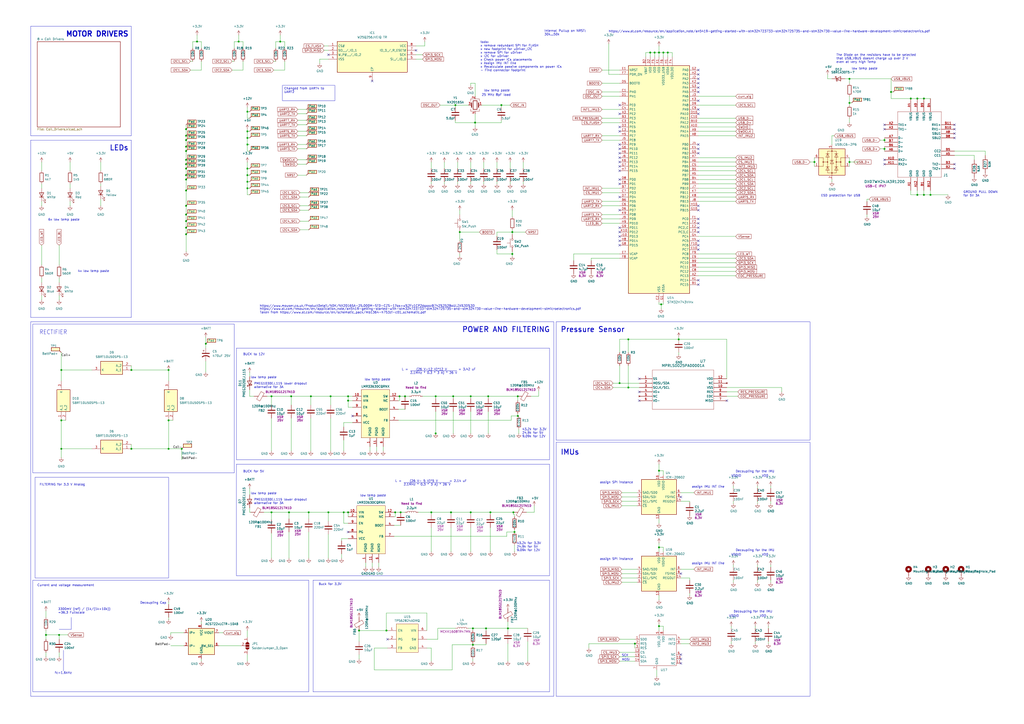
<source format=kicad_sch>
(kicad_sch (version 20231120) (generator "eeschema") (generator_version "8.0")
  (paper "A2")
  (junction (at 382.27 363.22))
  (junction (at 382.27 317.5))
  (junction (at 114.3 24.13))
  (junction (at 393.7 196.85))
  (junction (at 234.95 229.87))
  (junction (at 528.32 57.15))
  (junction (at 107.95 119.38))
  (junction (at 34.29 368.3))
  (junction (at 107.95 78.74))
  (junction (at 382.27 30.48))
  (junction (at 535.94 113.03))
  (junction (at 298.45 308.61))
  (junction (at 107.95 124.46))
  (junction (at 274.32 374.015))
  (junction (at 513.08 81.28))
  (junction (at 107.95 74.93))
  (junction (at 382.27 273.05))
  (junction (at 294.64 364.49))
  (junction (at 232.41 297.18))
  (junction (at 532.13 57.15))
  (junction (at 107.95 104.14))
  (junction (at 379.73 30.48))
  (junction (at 297.815 297.18))
  (junction (at 273.05 297.18))
  (junction (at 264.16 60.96))
  (junction (at 157.48 229.87))
  (junction (at 262.89 229.87))
  (junction (at 143.51 76.2))
  (junction (at 199.39 297.18))
  (junction (at 143.51 101.6))
  (junction (at 513.08 86.36))
  (junction (at 97.79 260.35))
  (junction (at 261.62 297.18))
  (junction (at 138.43 24.13))
  (junction (at 179.07 297.18))
  (junction (at 157.48 297.18))
  (junction (at 368.3 373.38))
  (junction (at 266.7 134.62))
  (junction (at 472.44 93.98))
  (junction (at 290.83 60.96))
  (junction (at 250.19 297.18))
  (junction (at 535.94 57.15))
  (junction (at 107.95 132.08))
  (junction (at 273.05 229.87))
  (junction (at 224.155 365.76))
  (junction (at 107.95 81.28))
  (junction (at 516.89 53.34))
  (junction (at 201.93 297.18))
  (junction (at 107.95 97.79))
  (junction (at 190.5 297.18))
  (junction (at 201.93 229.87))
  (junction (at 107.95 110.49))
  (junction (at 107.95 135.89))
  (junction (at 119.38 199.39))
  (junction (at 35.56 260.35))
  (junction (at 105.41 260.35))
  (junction (at 107.95 87.63))
  (junction (at 143.51 64.77))
  (junction (at 281.94 364.49))
  (junction (at 208.28 365.76))
  (junction (at 297.18 147.32))
  (junction (at 364.49 196.85))
  (junction (at 143.51 80.01))
  (junction (at 26.67 368.3))
  (junction (at 231.775 229.87))
  (junction (at 201.93 232.41))
  (junction (at 492.76 59.69))
  (junction (at 168.91 229.87))
  (junction (at 284.48 297.18))
  (junction (at 387.35 30.48))
  (junction (at 383.54 176.53))
  (junction (at 300.355 229.87))
  (junction (at 297.18 134.62))
  (junction (at 384.81 30.48))
  (junction (at 300.355 241.3))
  (junction (at 283.21 229.87))
  (junction (at 167.64 297.18))
  (junction (at 275.59 71.12))
  (junction (at 143.51 83.82))
  (junction (at 107.95 101.6))
  (junction (at 539.75 113.03))
  (junction (at 35.56 243.84))
  (junction (at 377.19 30.48))
  (junction (at 107.95 85.09))
  (junction (at 162.56 24.13))
  (junction (at 143.51 97.79))
  (junction (at 364.49 224.79))
  (junction (at 274.32 364.49))
  (junction (at 107.95 128.27))
  (junction (at 492.76 93.98))
  (junction (at 180.34 229.87))
  (junction (at 97.79 214.63))
  (junction (at 107.95 92.71))
  (junction (at 143.51 105.41))
  (junction (at 35.56 214.63))
  (junction (at 76.2 260.35))
  (junction (at 191.77 229.87))
  (junction (at 76.2 214.63))
  (junction (at 359.41 222.25))
  (junction (at 97.79 243.84))
  (junction (at 252.73 229.87))
  (junction (at 492.76 45.72))
  (junction (at 229.235 297.18))
  (junction (at 107.95 95.25))
  (junction (at 143.51 109.22))
  (junction (at 532.13 113.03))
  (junction (at 252.73 251.4181))
  (no_connect (at 513.08 72.39))
  (no_connect (at 513.08 74.93))
  (no_connect (at 553.72 97.79))
  (no_connect (at 359.41 99.06))
  (no_connect (at 405.13 43.18))
  (no_connect (at 224.79 370.84))
  (no_connect (at 553.72 74.93))
  (no_connect (at 359.41 114.3))
  (no_connect (at 359.41 104.14))
  (no_connect (at 359.41 134.62))
  (no_connect (at 370.84 232.41))
  (no_connect (at 405.13 165.1))
  (no_connect (at 359.41 76.2))
  (no_connect (at 405.13 134.62))
  (no_connect (at 241.3 29.21))
  (no_connect (at 405.13 53.34))
  (no_connect (at 359.41 121.92))
  (no_connect (at 394.97 379.73))
  (no_connect (at 513.08 95.25))
  (no_connect (at 405.13 127))
  (no_connect (at 513.08 92.71))
  (no_connect (at 405.13 86.36))
  (no_connect (at 359.41 106.68))
  (no_connect (at 553.72 72.39))
  (no_connect (at 405.13 129.54))
  (no_connect (at 405.13 162.56))
  (no_connect (at 421.64 232.41))
  (no_connect (at 394.97 382.27))
  (no_connect (at 201.93 308.61))
  (no_connect (at 405.13 142.24))
  (no_connect (at 553.72 95.25))
  (no_connect (at 370.84 219.71))
  (no_connect (at 405.13 40.64))
  (no_connect (at 215.9 46.99))
  (no_connect (at 405.13 58.42))
  (no_connect (at 359.41 142.24))
  (no_connect (at 359.41 93.98))
  (no_connect (at 190.5 31.75))
  (no_connect (at 359.41 96.52))
  (no_connect (at 405.13 50.8))
  (no_connect (at 405.13 121.92))
  (no_connect (at 405.13 66.04))
  (no_connect (at 405.13 132.08))
  (no_connect (at 405.13 88.9))
  (no_connect (at 359.41 73.66))
  (no_connect (at 405.13 48.26))
  (no_connect (at 394.97 288.29))
  (no_connect (at 553.72 77.47))
  (no_connect (at 204.47 241.3))
  (no_connect (at 553.72 80.01))
  (no_connect (at 394.97 332.74))
  (no_connect (at 359.41 132.08))
  (no_connect (at 405.13 45.72))
  (no_connect (at 405.13 63.5))
  (no_connect (at 359.41 139.7))
  (no_connect (at 405.13 139.7))
  (no_connect (at 394.97 384.81))
  (no_connect (at 359.41 137.16))
  (no_connect (at 359.41 83.82))
  (no_connect (at 405.13 144.78))
  (no_connect (at 359.41 88.9))
  (no_connect (at 359.41 86.36))
  (no_connect (at 359.41 91.44))
  (no_connect (at 370.84 227.33))
  (no_connect (at 405.13 83.82))
  (no_connect (at 405.13 119.38))
  (no_connect (at 359.41 66.04))
  (no_connect (at 359.41 60.96))
  (wire (pts (xy 400.05 345.44) (xy 400.05 344.17)))
  (wire (pts (xy 242.57 297.18) (xy 250.19 297.18)))
  (wire (pts (xy 177.8 63.5) (xy 172.72 63.5)))
  (wire (pts (xy 58.42 93.98) (xy 58.42 99.06)))
  (wire (pts (xy 535.94 57.15) (xy 539.75 57.15)))
  (wire (pts (xy 199.39 297.18) (xy 199.39 303.53)))
  (wire (pts (xy 393.7 195.58) (xy 393.7 196.85)))
  (wire (pts (xy 387.35 30.48) (xy 384.81 30.48)))
  (wire (pts (xy 513.08 81.28) (xy 513.08 82.55)))
  (wire (pts (xy 144.78 229.87) (xy 147.32 229.87)))
  (wire (pts (xy 160.02 24.13) (xy 162.56 24.13)))
  (wire (pts (xy 309.88 297.18) (xy 305.435 297.18)))
  (wire (pts (xy 405.13 71.12) (xy 426.72 71.12)))
  (wire (pts (xy 262.89 231.14) (xy 262.89 229.87)))
  (wire (pts (xy 107.95 81.28) (xy 107.95 85.09)))
  (wire (pts (xy 231.14 243.84) (xy 296.545 243.84)))
  (wire (pts (xy 232.41 304.8) (xy 228.6 304.8)))
  (wire (pts (xy 280.67 93.98) (xy 280.67 97.79)))
  (wire (pts (xy 144.78 87.63) (xy 143.51 87.63)))
  (wire (pts (xy 359.41 378.46) (xy 368.3 378.46)))
  (wire (pts (xy 201.93 236.22) (xy 201.93 232.41)))
  (wire (pts (xy 26.67 368.3) (xy 26.67 370.84)))
  (wire (pts (xy 528.32 113.03) (xy 532.13 113.03)))
  (wire (pts (xy 426.72 111.76) (xy 405.13 111.76)))
  (wire (pts (xy 250.19 298.45) (xy 250.19 297.18)))
  (wire (pts (xy 266.7 148.59) (xy 266.7 147.32)))
  (wire (pts (xy 97.79 243.84) (xy 97.79 260.35)))
  (wire (pts (xy 252.73 231.14) (xy 252.73 229.87)))
  (wire (pts (xy 393.7 205.74) (xy 393.7 204.47)))
  (wire (pts (xy 295.91 105.41) (xy 295.91 106.68)))
  (wire (pts (xy 273.05 238.76) (xy 273.05 251.46)))
  (wire (pts (xy 516.89 53.34) (xy 518.16 53.34)))
  (wire (pts (xy 35.56 220.98) (xy 35.56 214.63)))
  (wire (pts (xy 480.06 43.18) (xy 480.06 45.72)))
  (wire (pts (xy 353.06 43.18) (xy 359.41 43.18)))
  (wire (pts (xy 167.64 297.18) (xy 179.07 297.18)))
  (wire (pts (xy 453.39 224.79) (xy 421.64 224.79)))
  (wire (pts (xy 425.45 290.83) (xy 425.45 292.1)))
  (wire (pts (xy 143.51 64.77) (xy 143.51 68.58)))
  (wire (pts (xy 143.51 64.77) (xy 144.78 64.77)))
  (wire (pts (xy 297.18 147.32) (xy 297.18 148.59)))
  (wire (pts (xy 224.79 365.76) (xy 224.155 365.76)))
  (wire (pts (xy 179.07 111.76) (xy 173.99 111.76)))
  (wire (pts (xy 405.13 91.44) (xy 426.72 91.44)))
  (wire (pts (xy 143.51 83.82) (xy 144.78 83.82)))
  (wire (pts (xy 349.25 53.34) (xy 359.41 53.34)))
  (wire (pts (xy 383.54 176.53) (xy 383.54 179.07)))
  (wire (pts (xy 283.21 238.76) (xy 283.21 251.46)))
  (wire (pts (xy 143.51 68.58) (xy 144.78 68.58)))
  (wire (pts (xy 472.44 93.98) (xy 472.44 96.52)))
  (wire (pts (xy 190.5 302.26) (xy 190.5 297.18)))
  (wire (pts (xy 382.27 175.26) (xy 382.27 176.53)))
  (wire (pts (xy 297.18 121.92) (xy 297.18 125.73)))
  (wire (pts (xy 405.13 96.52) (xy 426.72 96.52)))
  (wire (pts (xy 288.29 144.78) (xy 288.29 147.32)))
  (wire (pts (xy 107.95 74.93) (xy 107.95 78.74)))
  (wire (pts (xy 510.54 81.28) (xy 513.08 81.28)))
  (wire (pts (xy 34.29 163.83) (xy 34.29 161.29)))
  (wire (pts (xy 297.815 298.45) (xy 297.815 297.18)))
  (wire (pts (xy 426.72 106.68) (xy 405.13 106.68)))
  (wire (pts (xy 107.95 101.6) (xy 107.95 104.14)))
  (wire (pts (xy 382.27 363.22) (xy 382.27 365.76)))
  (wire (pts (xy 134.62 35.56) (xy 135.89 35.56)))
  (wire (pts (xy 201.93 229.87) (xy 204.47 229.87)))
  (wire (pts (xy 35.56 265.43) (xy 35.56 260.35)))
  (wire (pts (xy 140.97 27.94) (xy 140.97 24.13)))
  (wire (pts (xy 439.42 281.94) (xy 439.42 283.21)))
  (wire (pts (xy 271.78 364.49) (xy 274.32 364.49)))
  (wire (pts (xy 157.48 229.87) (xy 168.91 229.87)))
  (wire (pts (xy 349.25 55.88) (xy 359.41 55.88)))
  (wire (pts (xy 439.42 336.55) (xy 439.42 337.82)))
  (wire (pts (xy 382.27 300.99) (xy 382.27 303.53)))
  (wire (pts (xy 212.09 328.93) (xy 212.09 326.39)))
  (wire (pts (xy 204.47 236.22) (xy 201.93 236.22)))
  (wire (pts (xy 218.44 259.08) (xy 218.44 261.62)))
  (wire (pts (xy 298.45 298.45) (xy 298.45 299.72)))
  (wire (pts (xy 97.79 358.14) (xy 97.79 359.41)))
  (wire (pts (xy 290.83 62.23) (xy 290.83 60.96)))
  (wire (pts (xy 245.11 31.75) (xy 241.3 31.75)))
  (wire (pts (xy 24.13 119.38) (xy 24.13 116.84)))
  (wire (pts (xy 492.76 91.44) (xy 492.76 93.98)))
  (wire (pts (xy 144.78 294.64) (xy 144.78 297.18)))
  (wire (pts (xy 387.35 30.48) (xy 387.35 33.02)))
  (wire (pts (xy 281.94 364.49) (xy 294.64 364.49)))
  (wire (pts (xy 553.72 90.17) (xy 565.15 90.17)))
  (wire (pts (xy 405.13 152.4) (xy 426.72 152.4)))
  (wire (pts (xy 119.38 195.58) (xy 119.38 199.39)))
  (wire (pts (xy 254 364.49) (xy 264.16 364.49)))
  (wire (pts (xy 349.25 116.84) (xy 359.41 116.84)))
  (wire (pts (xy 250.19 306.07) (xy 250.19 320.04)))
  (wire (pts (xy 97.79 349.25) (xy 97.79 350.52)))
  (wire (pts (xy 382.27 275.59) (xy 382.27 273.05)))
  (wire (pts (xy 273.05 231.14) (xy 273.05 229.87)))
  (wire (pts (xy 384.81 317.5) (xy 384.81 320.04)))
  (wire (pts (xy 296.545 241.3) (xy 300.355 241.3)))
  (wire (pts (xy 539.75 113.03) (xy 549.91 113.03)))
  (wire (pts (xy 364.49 224.79) (xy 370.84 224.79)))
  (wire (pts (xy 377.19 30.48) (xy 377.19 33.02)))
  (wire (pts (xy 360.68 290.83) (xy 369.57 290.83)))
  (wire (pts (xy 24.13 173.99) (xy 24.13 171.45)))
  (wire (pts (xy 405.13 55.88) (xy 426.72 55.88)))
  (wire (pts (xy 294.005 311.15) (xy 294.005 308.61)))
  (wire (pts (xy 504.19 115.57) (xy 502.92 115.57)))
  (wire (pts (xy 298.45 298.45) (xy 297.815 298.45)))
  (wire (pts (xy 405.13 68.58) (xy 426.72 68.58)))
  (wire (pts (xy 208.28 365.76) (xy 208.28 372.11)))
  (wire (pts (xy 359.41 196.85) (xy 364.49 196.85)))
  (wire (pts (xy 187.96 29.21) (xy 190.5 29.21)))
  (wire (pts (xy 394.97 330.2) (xy 402.59 330.2)))
  (wire (pts (xy 252.73 238.76) (xy 252.73 251.4181)))
  (wire (pts (xy 224.155 355.6) (xy 224.155 365.76)))
  (wire (pts (xy 341.63 373.38) (xy 341.63 375.92)))
  (wire (pts (xy 144.78 283.21) (xy 144.78 287.02)))
  (wire (pts (xy 447.04 336.55) (xy 447.04 337.82)))
  (wire (pts (xy 469.9 93.98) (xy 472.44 93.98)))
  (wire (pts (xy 252.73 229.87) (xy 262.89 229.87)))
  (wire (pts (xy 34.29 378.46) (xy 34.29 381)))
  (wire (pts (xy 516.89 45.72) (xy 516.89 53.34)))
  (wire (pts (xy 254 370.84) (xy 254 364.49)))
  (wire (pts (xy 290.83 60.96) (xy 279.4 60.96)))
  (polyline (pts (xy 36.83 377.19) (xy 36.83 389.255)))
  (wire (pts (xy 275.59 71.12) (xy 275.59 73.66)))
  (wire (pts (xy 157.48 297.18) (xy 157.48 301.625)))
  (wire (pts (xy 571.5 87.63) (xy 571.5 90.17)))
  (wire (pts (xy 247.65 375.92) (xy 250.19 375.92)))
  (wire (pts (xy 349.25 81.28) (xy 359.41 81.28)))
  (wire (pts (xy 368.3 373.38) (xy 341.63 373.38)))
  (wire (pts (xy 273.05 105.41) (xy 273.05 106.68)))
  (wire (pts (xy 283.21 231.14) (xy 283.21 229.87)))
  (wire (pts (xy 157.48 323.85) (xy 157.48 309.245)))
  (wire (pts (xy 143.51 76.2) (xy 144.78 76.2)))
  (wire (pts (xy 439.42 327.66) (xy 439.42 328.93)))
  (wire (pts (xy 144.78 215.9) (xy 144.78 218.44)))
  (wire (pts (xy 510.54 86.36) (xy 513.08 86.36)))
  (wire (pts (xy 360.68 330.2) (xy 369.57 330.2)))
  (wire (pts (xy 553.72 87.63) (xy 571.5 87.63)))
  (wire (pts (xy 266.7 134.62) (xy 266.7 139.7)))
  (wire (pts (xy 355.6 224.79) (xy 364.49 224.79)))
  (wire (pts (xy 492.76 55.88) (xy 492.76 59.69)))
  (wire (pts (xy 144.78 297.18) (xy 145.415 297.18)))
  (wire (pts (xy 273.05 93.98) (xy 273.05 97.79)))
  (wire (pts (xy 214.63 259.08) (xy 214.63 261.62)))
  (wire (pts (xy 382.27 317.5) (xy 384.81 317.5)))
  (wire (pts (xy 359.41 381) (xy 368.3 381)))
  (wire (pts (xy 472.44 91.44) (xy 472.44 93.98)))
  (wire (pts (xy 283.21 229.87) (xy 300.355 229.87)))
  (wire (pts (xy 177.8 69.85) (xy 172.72 69.85)))
  (wire (pts (xy 447.04 327.66) (xy 447.04 328.93)))
  (wire (pts (xy 264.16 60.96) (xy 271.78 60.96)))
  (wire (pts (xy 532.13 110.49) (xy 532.13 113.03)))
  (wire (pts (xy 405.13 160.02) (xy 426.72 160.02)))
  (wire (pts (xy 424.18 363.22) (xy 424.18 364.49)))
  (wire (pts (xy 535.94 113.03) (xy 539.75 113.03)))
  (wire (pts (xy 143.51 379.73) (xy 143.51 383.54)))
  (wire (pts (xy 262.89 229.87) (xy 273.05 229.87)))
  (wire (pts (xy 201.93 297.18) (xy 202.565 297.18)))
  (wire (pts (xy 368.3 373.38) (xy 368.3 375.92)))
  (wire (pts (xy 482.6 78.74) (xy 482.6 83.82)))
  (wire (pts (xy 298.45 307.34) (xy 298.45 308.61)))
  (wire (pts (xy 425.45 281.94) (xy 425.45 283.21)))
  (wire (pts (xy 394.97 285.75) (xy 402.59 285.75)))
  (wire (pts (xy 107.95 72.39) (xy 107.95 74.93)))
  (wire (pts (xy 143.51 93.98) (xy 143.51 97.79)))
  (wire (pts (xy 359.41 212.09) (xy 359.41 222.25)))
  (wire (pts (xy 143.51 80.01) (xy 143.51 83.82)))
  (wire (pts (xy 185.42 36.83) (xy 185.42 34.29)))
  (wire (pts (xy 187.96 26.67) (xy 190.5 26.67)))
  (wire (pts (xy 76.2 257.81) (xy 76.2 260.35)))
  (wire (pts (xy 303.53 93.98) (xy 303.53 97.79)))
  (wire (pts (xy 185.42 34.29) (xy 190.5 34.29)))
  (wire (pts (xy 97.79 260.35) (xy 105.41 260.35)))
  (wire (pts (xy 384.81 30.48) (xy 382.27 30.48)))
  (wire (pts (xy 295.91 93.98) (xy 295.91 97.79)))
  (wire (pts (xy 58.42 107.95) (xy 58.42 106.68)))
  (wire (pts (xy 281.94 364.49) (xy 281.94 365.76)))
  (wire (pts (xy 359.41 383.54) (xy 368.3 383.54)))
  (wire (pts (xy 40.64 119.38) (xy 40.64 116.84)))
  (wire (pts (xy 247.65 365.76) (xy 247.65 355.6)))
  (wire (pts (xy 116.84 27.94) (xy 116.84 24.13)))
  (wire (pts (xy 97.79 220.98) (xy 97.79 214.63)))
  (wire (pts (xy 379.73 30.48) (xy 379.73 33.02)))
  (wire (pts (xy 297.18 134.62) (xy 304.8 134.62)))
  (wire (pts (xy 107.95 110.49) (xy 107.95 119.38)))
  (wire (pts (xy 312.42 226.695) (xy 312.42 229.87)))
  (wire (pts (xy 246.38 26.67) (xy 241.3 26.67)))
  (wire (pts (xy 127 367.03) (xy 129.54 367.03)))
  (wire (pts (xy 298.45 320.04) (xy 298.45 316.23)))
  (wire (pts (xy 250.19 375.92) (xy 250.19 383.54)))
  (wire (pts (xy 360.68 335.28) (xy 369.57 335.28)))
  (wire (pts (xy 535.94 110.49) (xy 535.94 113.03)))
  (wire (pts (xy 111.76 27.94) (xy 111.76 24.13)))
  (wire (pts (xy 247.65 355.6) (xy 224.155 355.6)))
  (wire (pts (xy 144.78 113.03) (xy 143.51 113.03)))
  (wire (pts (xy 400.05 336.55) (xy 400.05 335.28)))
  (wire (pts (xy 217.17 375.92) (xy 217.17 388.62)))
  (wire (pts (xy 179.07 114.3) (xy 173.99 114.3)))
  (wire (pts (xy 35.56 214.63) (xy 53.34 214.63)))
  (wire (pts (xy 262.89 238.76) (xy 262.89 251.46)))
  (wire (pts (xy 58.42 119.38) (xy 58.42 115.57)))
  (wire (pts (xy 490.22 45.72) (xy 492.76 45.72)))
  (wire (pts (xy 349.25 129.54) (xy 359.41 129.54)))
  (wire (pts (xy 513.08 80.01) (xy 513.08 81.28)))
  (wire (pts (xy 294.64 360.68) (xy 294.64 364.49)))
  (wire (pts (xy 382.27 273.05) (xy 384.81 273.05)))
  (wire (pts (xy 35.56 260.35) (xy 53.34 260.35)))
  (wire (pts (xy 224.79 375.92) (xy 217.17 375.92)))
  (wire (pts (xy 135.89 27.94) (xy 135.89 24.13)))
  (wire (pts (xy 229.235 297.18) (xy 232.41 297.18)))
  (wire (pts (xy 143.51 97.79) (xy 143.51 101.6)))
  (wire (pts (xy 280.67 105.41) (xy 280.67 106.68)))
  (wire (pts (xy 107.95 124.46) (xy 107.95 128.27)))
  (wire (pts (xy 284.48 298.45) (xy 284.48 297.18)))
  (wire (pts (xy 177.8 101.6) (xy 172.72 101.6)))
  (wire (pts (xy 264.16 71.12) (xy 275.59 71.12)))
  (wire (pts (xy 231.14 232.41) (xy 231.775 232.41)))
  (wire (pts (xy 191.77 242.57) (xy 191.77 261.62)))
  (wire (pts (xy 264.16 60.96) (xy 264.16 62.23)))
  (wire (pts (xy 294.005 308.61) (xy 298.45 308.61)))
  (wire (pts (xy 349.25 48.26) (xy 359.41 48.26)))
  (wire (pts (xy 153.035 297.18) (xy 157.48 297.18)))
  (wire (pts (xy 424.18 372.11) (xy 424.18 373.38)))
  (wire (pts (xy 26.67 365.76) (xy 26.67 368.3)))
  (wire (pts (xy 168.91 242.57) (xy 168.91 261.62)))
  (wire (pts (xy 34.29 368.3) (xy 34.29 370.84)))
  (wire (pts (xy 364.49 196.85) (xy 393.7 196.85)))
  (wire (pts (xy 114.3 24.13) (xy 116.84 24.13)))
  (wire (pts (xy 252.73 251.4181) (xy 252.73 251.46)))
  (wire (pts (xy 201.93 232.41) (xy 204.47 232.41)))
  (wire (pts (xy 107.95 104.14) (xy 107.95 110.49)))
  (wire (pts (xy 425.45 336.55) (xy 425.45 337.82)))
  (wire (pts (xy 250.19 93.98) (xy 250.19 97.79)))
  (wire (pts (xy 394.97 370.84) (xy 400.05 370.84)))
  (wire (pts (xy 275.59 66.04) (xy 275.59 71.12)))
  (wire (pts (xy 199.39 297.18) (xy 201.93 297.18)))
  (wire (pts (xy 342.9 149.86) (xy 342.9 151.13)))
  (wire (pts (xy 107.95 85.09) (xy 107.95 87.63)))
  (wire (pts (xy 482.6 104.14) (xy 482.6 105.41)))
  (wire (pts (xy 300.99 251.46) (xy 300.99 248.92)))
  (wire (pts (xy 76.2 260.35) (xy 97.79 260.35)))
  (wire (pts (xy 165.1 27.94) (xy 165.1 24.13)))
  (wire (pts (xy 143.51 113.03) (xy 143.51 109.22)))
  (wire (pts (xy 40.64 109.22) (xy 40.64 106.68)))
  (wire (pts (xy 284.48 297.18) (xy 297.815 297.18)))
  (wire (pts (xy 208.28 365.76) (xy 224.155 365.76)))
  (wire (pts (xy 231.775 229.87) (xy 234.95 229.87)))
  (wire (pts (xy 425.45 327.66) (xy 425.45 328.93)))
  (wire (pts (xy 532.13 57.15) (xy 535.94 57.15)))
  (wire (pts (xy 34.29 368.3) (xy 39.37 368.3)))
  (wire (pts (xy 266.7 134.62) (xy 278.13 134.62)))
  (wire (pts (xy 177.8 66.04) (xy 172.72 66.04)))
  (wire (pts (xy 76.2 212.09) (xy 76.2 214.63)))
  (wire (pts (xy 364.49 196.85) (xy 364.49 204.47)))
  (wire (pts (xy 290.83 60.96) (xy 295.91 60.96)))
  (wire (pts (xy 274.32 383.54) (xy 274.32 382.27)))
  (wire (pts (xy 35.56 204.47) (xy 35.56 214.63)))
  (wire (pts (xy 139.7 374.65) (xy 127 374.65)))
  (wire (pts (xy 297.18 134.62) (xy 297.18 135.89)))
  (wire (pts (xy 288.29 134.62) (xy 288.29 137.16)))
  (wire (pts (xy 265.43 93.98) (xy 265.43 97.79)))
  (wire (pts (xy 162.56 20.32) (xy 162.56 24.13)))
  (wire (pts (xy 349.25 78.74) (xy 359.41 78.74)))
  (wire (pts (xy 273.05 298.45) (xy 273.05 297.18)))
  (wire (pts (xy 379.73 30.48) (xy 377.19 30.48)))
  (wire (pts (xy 405.13 116.84) (xy 426.72 116.84)))
  (wire (pts (xy 513.08 86.36) (xy 513.08 87.63)))
  (wire (pts (xy 565.15 90.17) (xy 565.15 92.71)))
  (wire (pts (xy 405.13 147.32) (xy 426.72 147.32)))
  (wire (pts (xy 297.18 146.05) (xy 297.18 147.32)))
  (wire (pts (xy 247.65 370.84) (xy 254 370.84)))
  (wire (pts (xy 261.62 297.18) (xy 273.05 297.18)))
  (wire (pts (xy 111.76 24.13) (xy 114.3 24.13)))
  (wire (pts (xy 215.9 328.93) (xy 215.9 326.39)))
  (wire (pts (xy 273.05 48.26) (xy 273.05 49.53)))
  (wire (pts (xy 179.07 300.99) (xy 179.07 297.18)))
  (wire (pts (xy 199.39 255.27) (xy 199.39 261.62)))
  (wire (pts (xy 296.545 243.84) (xy 296.545 241.3)))
  (wire (pts (xy 297.18 133.35) (xy 297.18 134.62)))
  (wire (pts (xy 217.17 388.62) (xy 262.255 388.62)))
  (wire (pts (xy 528.32 57.15) (xy 532.13 57.15)))
  (wire (pts (xy 143.51 101.6) (xy 143.51 105.41)))
  (wire (pts (xy 201.93 232.41) (xy 201.93 229.87)))
  (wire (pts (xy 438.15 363.22) (xy 438.15 364.49)))
  (wire (pts (xy 405.13 149.86) (xy 426.72 149.86)))
  (wire (pts (xy 179.07 133.35) (xy 173.99 133.35)))
  (wire (pts (xy 135.89 24.13) (xy 138.43 24.13)))
  (polyline (pts (xy 41.275 365.125) (xy 41.275 358.14)))
  (wire (pts (xy 255.27 60.96) (xy 264.16 60.96)))
  (wire (pts (xy 35.56 243.84) (xy 35.56 260.35)))
  (wire (pts (xy 26.67 378.46) (xy 26.67 381)))
  (wire (pts (xy 400.05 290.83) (xy 394.97 290.83)))
  (wire (pts (xy 290.83 69.85) (xy 290.83 71.12)))
  (wire (pts (xy 191.77 229.87) (xy 201.93 229.87)))
  (wire (pts (xy 144.78 109.22) (xy 143.51 109.22)))
  (wire (pts (xy 447.04 281.94) (xy 447.04 283.21)))
  (wire (pts (xy 119.38 199.39) (xy 119.38 201.93)))
  (wire (pts (xy 34.29 142.24) (xy 34.29 153.67)))
  (wire (pts (xy 154.94 229.87) (xy 157.48 229.87)))
  (wire (pts (xy 355.6 222.25) (xy 359.41 222.25)))
  (wire (pts (xy 349.25 119.38) (xy 359.41 119.38)))
  (wire (pts (xy 143.51 80.01) (xy 144.78 80.01)))
  (wire (pts (xy 107.95 97.79) (xy 107.95 101.6)))
  (wire (pts (xy 297.18 134.62) (xy 288.29 134.62)))
  (wire (pts (xy 405.13 157.48) (xy 426.72 157.48)))
  (wire (pts (xy 168.91 229.87) (xy 180.34 229.87)))
  (wire (pts (xy 190.5 309.88) (xy 190.5 323.85)))
  (wire (pts (xy 281.94 373.38) (xy 281.94 374.015)))
  (wire (pts (xy 349.25 40.64) (xy 359.41 40.64)))
  (wire (pts (xy 384.81 175.26) (xy 384.81 176.53)))
  (wire (pts (xy 384.81 30.48) (xy 384.81 33.02)))
  (wire (pts (xy 492.76 45.72) (xy 516.89 45.72)))
  (wire (pts (xy 110.49 40.64) (xy 116.84 40.64)))
  (wire (pts (xy 275.59 71.12) (xy 290.83 71.12)))
  (wire (pts (xy 492.76 59.69) (xy 494.03 59.69)))
  (wire (pts (xy 167.64 308.61) (xy 167.64 323.85)))
  (wire (pts (xy 234.95 237.49) (xy 231.14 237.49)))
  (wire (pts (xy 384.81 176.53) (xy 383.54 176.53)))
  (wire (pts (xy 257.81 105.41) (xy 257.81 106.68)))
  (wire (pts (xy 275.59 55.88) (xy 275.59 48.26)))
  (wire (pts (xy 274.32 364.49) (xy 281.94 364.49)))
  (wire (pts (xy 445.77 372.11) (xy 445.77 373.38)))
  (wire (pts (xy 332.74 147.32) (xy 332.74 151.13)))
  (wire (pts (xy 222.25 259.08) (xy 222.25 261.62)))
  (wire (pts (xy 405.13 76.2) (xy 426.72 76.2)))
  (wire (pts (xy 492.76 48.26) (xy 492.76 45.72)))
  (wire (pts (xy 107.95 78.74) (xy 107.95 81.28)))
  (wire (pts (xy 382.27 30.48) (xy 382.27 33.02)))
  (wire (pts (xy 405.13 154.94) (xy 426.72 154.94)))
  (wire (pts (xy 426.72 104.14) (xy 405.13 104.14)))
  (wire (pts (xy 288.29 93.98) (xy 288.29 97.79)))
  (wire (pts (xy 179.07 119.38) (xy 173.99 119.38)))
  (wire (pts (xy 107.95 132.08) (xy 107.95 135.89)))
  (wire (pts (xy 24.13 142.24) (xy 24.13 153.67)))
  (wire (pts (xy 143.51 105.41) (xy 144.78 105.41)))
  (wire (pts (xy 143.51 97.79) (xy 144.78 97.79)))
  (wire (pts (xy 106.68 367.03) (xy 99.06 367.03)))
  (wire (pts (xy 439.42 290.83) (xy 439.42 292.1)))
  (wire (pts (xy 349.25 111.76) (xy 359.41 111.76)))
  (wire (pts (xy 492.76 93.98) (xy 497.84 93.98)))
  (wire (pts (xy 405.13 73.66) (xy 426.72 73.66)))
  (wire (pts (xy 382.27 317.5) (xy 382.27 314.96)))
  (wire (pts (xy 381 388.62) (xy 381 392.43)))
  (wire (pts (xy 426.72 101.6) (xy 405.13 101.6)))
  (wire (pts (xy 275.59 48.26) (xy 273.05 48.26)))
  (wire (pts (xy 349.25 68.58) (xy 359.41 68.58)))
  (wire (pts (xy 201.93 303.53) (xy 199.39 303.53)))
  (wire (pts (xy 447.04 290.83) (xy 447.04 292.1)))
  (wire (pts (xy 177.8 72.39) (xy 172.72 72.39)))
  (wire (pts (xy 405.13 60.96) (xy 426.72 60.96)))
  (wire (pts (xy 359.41 204.47) (xy 359.41 196.85)))
  (wire (pts (xy 250.19 297.18) (xy 261.62 297.18)))
  (wire (pts (xy 228.6 311.15) (xy 294.005 311.15)))
  (wire (pts (xy 198.12 312.42) (xy 201.93 312.42)))
  (wire (pts (xy 107.95 92.71) (xy 107.95 95.25)))
  (wire (pts (xy 309.88 293.37) (xy 309.88 297.18)))
  (wire (pts (xy 165.1 40.64) (xy 165.1 35.56)))
  (wire (pts (xy 199.39 245.11) (xy 199.39 247.65)))
  (wire (pts (xy 99.06 374.65) (xy 106.68 374.65)))
  (wire (pts (xy 427.99 227.33) (xy 421.64 227.33)))
  (wire (pts (xy 502.92 124.46) (xy 502.92 125.73)))
  (wire (pts (xy 349.25 124.46) (xy 359.41 124.46)))
  (wire (pts (xy 228.6 299.72) (xy 229.235 299.72)))
  (wire (pts (xy 393.7 196.85) (xy 421.64 196.85)))
  (wire (pts (xy 353.06 25.4) (xy 353.06 43.18)))
  (wire (pts (xy 167.64 297.18) (xy 157.48 297.18)))
  (wire (pts (xy 426.72 114.3) (xy 405.13 114.3)))
  (wire (pts (xy 201.93 297.18) (xy 201.93 299.72)))
  (wire (pts (xy 246.38 24.13) (xy 246.38 26.67)))
  (wire (pts (xy 349.25 127) (xy 359.41 127)))
  (wire (pts (xy 99.06 367.03) (xy 99.06 368.3)))
  (wire (pts (xy 349.25 63.5) (xy 359.41 63.5)))
  (wire (pts (xy 97.79 243.84) (xy 100.33 243.84)))
  (wire (pts (xy 199.39 245.11) (xy 204.47 245.11)))
  (wire (pts (xy 180.34 229.87) (xy 191.77 229.87)))
  (wire (pts (xy 229.235 299.72) (xy 229.235 297.18)))
  (wire (pts (xy 360.68 293.37) (xy 369.57 293.37)))
  (wire (pts (xy 359.41 222.25) (xy 370.84 222.25)))
  (wire (pts (xy 119.38 209.55) (xy 119.38 215.9)))
  (wire (pts (xy 262.255 374.015) (xy 274.32 374.015)))
  (wire (pts (xy 177.8 86.36) (xy 172.72 86.36)))
  (wire (pts (xy 382.27 273.05) (xy 382.27 269.24)))
  (wire (pts (xy 157.48 242.57) (xy 157.48 261.62)))
  (wire (pts (xy 528.32 110.49) (xy 528.32 113.03)))
  (wire (pts (xy 359.41 370.84) (xy 368.3 370.84)))
  (wire (pts (xy 384.81 365.76) (xy 384.81 363.22)))
  (wire (pts (xy 421.64 196.85) (xy 421.64 219.71)))
  (wire (pts (xy 274.32 364.49) (xy 274.32 365.76)))
  (wire (pts (xy 26.67 368.3) (xy 34.29 368.3)))
  (wire (pts (xy 245.11 229.87) (xy 252.73 229.87)))
  (wire (pts (xy 231.775 232.41) (xy 231.775 229.87)))
  (wire (pts (xy 143.51 101.6) (xy 144.78 101.6)))
  (wire (pts (xy 198.12 323.85) (xy 198.12 321.31)))
  (wire (pts (xy 294.64 364.49) (xy 294.64 365.76)))
  (wire (pts (xy 306.07 372.11) (xy 306.07 383.54)))
  (wire (pts (xy 284.48 306.07) (xy 284.48 320.04)))
  (wire (pts (xy 167.64 300.99) (xy 167.64 297.18)))
  (wire (pts (xy 114.3 20.32) (xy 114.3 24.13)))
  (wire (pts (xy 208.28 379.73) (xy 208.28 382.27)))
  (wire (pts (xy 138.43 20.32) (xy 138.43 24.13)))
  (wire (pts (xy 35.56 243.84) (xy 38.1 243.84)))
  (wire (pts (xy 160.02 27.94) (xy 160.02 24.13)))
  (wire (pts (xy 400.05 335.28) (xy 394.97 335.28)))
  (wire (pts (xy 107.95 119.38) (xy 107.95 124.46)))
  (wire (pts (xy 382.27 26.67) (xy 382.27 30.48)))
  (wire (pts (xy 427.99 229.87) (xy 421.64 229.87)))
  (wire (pts (xy 294.64 364.49) (xy 306.07 364.49)))
  (wire (pts (xy 179.07 121.92) (xy 173.99 121.92)))
  (wire (pts (xy 40.64 93.98) (xy 40.64 99.06)))
  (wire (pts (xy 360.68 285.75) (xy 369.57 285.75)))
  (wire (pts (xy 384.81 273.05) (xy 384.81 275.59)))
  (wire (pts (xy 143.51 83.82) (xy 143.51 87.63)))
  (wire (pts (xy 382.27 345.44) (xy 382.27 347.98)))
  (wire (pts (xy 516.89 57.15) (xy 516.89 53.34)))
  (wire (pts (xy 532.13 113.03) (xy 535.94 113.03)))
  (wire (pts (xy 24.13 163.83) (xy 24.13 161.29)))
  (wire (pts (xy 274.32 373.38) (xy 274.32 374.015)))
  (wire (pts (xy 383.54 176.53) (xy 382.27 176.53)))
  (wire (pts (xy 264.16 69.85) (xy 264.16 71.12)))
  (wire (pts (xy 265.43 105.41) (xy 265.43 106.68)))
  (wire (pts (xy 179.07 128.27) (xy 173.99 128.27)))
  (wire (pts (xy 492.76 68.58) (xy 492.76 71.12)))
  (wire (pts (xy 273.05 297.18) (xy 284.48 297.18)))
  (wire (pts (xy 140.97 40.64) (xy 140.97 35.56)))
  (wire (pts (xy 273.05 306.07) (xy 273.05 320.04)))
  (wire (pts (xy 349.25 71.12) (xy 359.41 71.12)))
  (wire (pts (xy 400.05 291.465) (xy 400.05 290.83)))
  (wire (pts (xy 480.06 45.72) (xy 482.6 45.72)))
  (wire (pts (xy 273.05 229.87) (xy 283.21 229.87)))
  (wire (pts (xy 405.13 137.16) (xy 426.72 137.16)))
  (wire (pts (xy 177.8 95.25) (xy 172.72 95.25)))
  (wire (pts (xy 288.29 105.41) (xy 288.29 106.68)))
  (wire (pts (xy 374.65 30.48) (xy 374.65 33.02)))
  (wire (pts (xy 312.42 229.87) (xy 307.975 229.87)))
  (wire (pts (xy 76.2 214.63) (xy 97.79 214.63)))
  (wire (pts (xy 107.95 128.27) (xy 107.95 132.08)))
  (wire (pts (xy 405.13 78.74) (xy 426.72 78.74)))
  (wire (pts (xy 364.49 212.09) (xy 364.49 224.79)))
  (wire (pts (xy 382.27 320.04) (xy 382.27 317.5)))
  (wire (pts (xy 539.75 110.49) (xy 539.75 113.03)))
  (wire (pts (xy 250.19 105.41) (xy 250.19 106.68)))
  (wire (pts (xy 107.95 87.63) (xy 107.95 92.71)))
  (wire (pts (xy 158.75 40.64) (xy 165.1 40.64)))
  (wire (pts (xy 190.5 297.18) (xy 199.39 297.18)))
  (wire (pts (xy 191.77 234.95) (xy 191.77 229.87)))
  (wire (pts (xy 303.53 105.41) (xy 303.53 106.68)))
  (wire (pts (xy 516.89 57.15) (xy 528.32 57.15)))
  (wire (pts (xy 143.51 76.2) (xy 143.51 80.01)))
  (wire (pts (xy 342.9 149.86) (xy 359.41 149.86)))
  (wire (pts (xy 116.84 40.64) (xy 116.84 35.56)))
  (wire (pts (xy 426.72 109.22) (xy 405.13 109.22)))
  (wire (pts (xy 360.68 337.82) (xy 369.57 337.82)))
  (wire (pts (xy 198.12 312.42) (xy 198.12 313.69)))
  (wire (pts (xy 281.94 374.015) (xy 274.32 374.015)))
  (wire (pts (xy 228.6 297.18) (xy 229.235 297.18)))
  (wire (pts (xy 426.72 99.06) (xy 405.13 99.06)))
  (wire (pts (xy 138.43 24.13) (xy 140.97 24.13)))
  (wire (pts (xy 379.73 30.48) (xy 382.27 30.48)))
  (wire (pts (xy 389.89 33.02) (xy 389.89 30.48)))
  (wire (pts (xy 261.62 298.45) (xy 261.62 297.18)))
  (wire (pts (xy 143.51 62.23) (xy 143.51 64.77)))
  (wire (pts (xy 274.32 374.65) (xy 274.32 374.015)))
  (wire (pts (xy 219.71 328.93) (xy 219.71 326.39)))
  (wire (pts (xy 261.62 306.07) (xy 261.62 320.04)))
  (wire (pts (xy 394.97 373.38) (xy 400.05 373.38)))
  (wire (pts (xy 262.255 388.62) (xy 262.255 374.015)))
  (wire (pts (xy 144.78 226.06) (xy 144.78 229.87)))
  (wire (pts (xy 237.49 229.87) (xy 234.95 229.87)))
  (wire (pts (xy 177.8 92.71) (xy 172.72 92.71)))
  (wire (pts (xy 332.74 147.32) (xy 359.41 147.32)))
  (wire (pts (xy 266.7 121.92) (xy 266.7 124.46)))
  (wire (pts (xy 377.19 30.48) (xy 374.65 30.48)))
  (wire (pts (xy 34.29 173.99) (xy 34.29 171.45)))
  (wire (pts (xy 180.34 242.57) (xy 180.34 261.62)))
  (wire (pts (xy 438.15 372.11) (xy 438.15 373.38)))
  (wire (pts (xy 179.07 308.61) (xy 179.07 323.85)))
  (wire (pts (xy 157.48 229.87) (xy 157.48 234.95)))
  (wire (pts (xy 107.95 135.89) (xy 107.95 146.05)))
  (wire (pts (xy 300.355 240.03) (xy 300.355 241.3)))
  (wire (pts (xy 110.49 35.56) (xy 111.76 35.56)))
  (wire (pts (xy 180.34 234.95) (xy 180.34 229.87)))
  (wire (pts (xy 389.89 30.48) (xy 387.35 30.48)))
  (wire (pts (xy 245.11 34.29) (xy 241.3 34.29)))
  (wire (pts (xy 445.77 363.22) (xy 445.77 364.49)))
  (wire (pts (xy 26.67 354.33) (xy 26.67 358.14)))
  (wire (pts (xy 162.56 24.13) (xy 165.1 24.13)))
  (wire (pts (xy 288.29 147.32) (xy 297.18 147.32)))
  (wire (pts (xy 502.92 115.57) (xy 502.92 116.84)))
  (wire (pts (xy 300.355 229.87) (xy 300.355 232.41)))
  (wire (pts (xy 24.13 109.22) (xy 24.13 106.68)))
  (wire (pts (xy 143.51 365.76) (xy 143.51 369.57)))
  (wire (pts (xy 482.6 78.74) (xy 483.87 78.74)))
  (wire (pts (xy 513.08 85.09) (xy 513.08 86.36)))
  (wire (pts (xy 300.99 241.3) (xy 300.355 241.3)))
  (wire (pts (xy 177.8 83.82) (xy 172.72 83.82)))
  (wire (pts (xy 382.27 361.95) (xy 382.27 363.22)))
  (wire (pts (xy 349.25 109.22) (xy 359.41 109.22)))
  (wire (pts (xy 143.51 74.93) (xy 143.51 76.2)))
  (wire (pts (xy 134.62 40.64) (xy 140.97 40.64)))
  (wire (pts (xy 257.81 93.98) (xy 257.81 97.79)))
  (wire (pts (xy 492.76 59.69) (xy 492.76 60.96)))
  (wire (pts (xy 168.91 234.95) (xy 168.91 229.87)))
  (wire (pts (xy 234.95 297.18) (xy 232.41 297.18)))
  (wire (pts (xy 405.13 93.98) (xy 426.72 93.98)))
  (wire (pts (xy 384.81 363.22) (xy 382.27 363.22)))
  (wire (pts (xy 492.76 93.98) (xy 492.76 96.52)))
  (polyline (pts (xy 34.29 365.125) (xy 41.275 365.125)))
  (wire (pts (xy 177.8 76.2) (xy 172.72 76.2)))
  (wire (pts (xy 179.07 297.18) (xy 190.5 297.18)))
  (wire (pts (xy 105.41 260.35) (xy 105.41 266.7)))
  (wire (pts (xy 177.8 78.74) (xy 172.72 78.74)))
  (wire (pts (xy 116.84 382.27) (xy 116.84 383.54)))
  (wire (pts (xy 294.64 373.38) (xy 294.64 383.54)))
  (wire (pts (xy 116.84 360.68) (xy 116.84 361.95)))
  (wire (pts (xy 360.68 288.29) (xy 369.57 288.29)))
  (wire (pts (xy 360.68 332.74) (xy 369.57 332.74)))
  (wire (pts (xy 231.14 229.87) (xy 231.775 229.87)))
  (wire (pts (xy 453.39 227.33) (xy 453.39 224.79)))
  (wire (pts (xy 107.95 95.25) (xy 107.95 97.79)))
  (wire (pts (xy 158.75 35.56) (xy 160.02 35.56)))
  (wire (pts (xy 24.13 93.98) (xy 24.13 99.06)))
  (wire (pts (xy 143.51 109.22) (xy 143.51 105.41)))
  (rectangle (start 19.05 336.55) (end 179.07 401.32))
  (rectangle (start 17.78 81.28) (end 76.2 184.15))
  (rectangle (start 322.58 186.69) (end 469.9 255.27))
  (rectangle (start 17.78 186.69) (end 321.31 403.86))
  (rectangle (start 17.78 15.24) (end 76.2 78.74))
  (rectangle (start 20.32 276.86) (end 97.79 335.28))
  (rectangle (start 137.16 201.93) (end 318.77 266.7))
  (rectangle (start 322.58 256.54) (end 469.9 403.86))
  (rectangle (start 181.61 336.55) (end 318.77 401.32))
  (rectangle (start 137.16 269.24) (end 318.77 334.01))
  (rectangle (start 19.05 187.96) (end 135.89 274.32))
  (text_box "Changed from UART4 to UART2" (at 163.83 49.53 0) (size 30.48 8.89) (effects (font (size 1.27 1.27)) (justify left top)))
  (text "assign IMU INT line" (at 401.32 283.21 0) (effects (font (size 1.27 1.27)) (justify left bottom)))
  (text "low temp paste" (at 280.67 53.34 0) (effects (font (size 1.27 1.27)) (justify left bottom)))
  (text "SCK" (at 360.68 381 0) (effects (font (size 1.27 1.27)) (justify left bottom)))
  (text "Decoupling for the IMU" (at 426.72 274.32 0) (effects (font (size 1.27 1.27)) (justify left bottom)))
  (text "43.2k for 3.3V\n24.9k for 5V\n9.09k for 12V\n" (at 302.895 254 0) (effects (font (size 1.27 1.27)) (justify left bottom)))
  (text "The Diode on the resistors have to be selected\nthat USB_VBUS doesnt charge up over 2 V \neven at very high Temp" (at 485.14 36.83 0) (effects (font (size 1.27 1.27)) (justify left bottom)))
  (text "VDD" (at 441.96 276.86 0) (effects (font (size 1.27 1.27)) (justify left bottom)))
  (text "low temp paste" (at 145.415 287.02 0) (effects (font (size 1.27 1.27)) (justify left bottom)))
  (text "Taken from https://www.st.com/resource/en/schematic_pack/mb1364-h753zi-c01_schematic.pdf" (at 150.622 182.118 0) (effects (font (size 1.27 1.27)) (justify left bottom)))
  (text "MOTOR DRIVERS\n" (at 38.1 21.59 0) (effects (font (size 3 3) (thickness 0.6) (bold yes)) (justify left bottom)))
  (text "L =     (26 V- 5 V)*5 V       = 2.14 uF\n     ~{2.1MHz * 0.3 * 3 A) * 26 V} " (at 229.235 281.94 0) (effects (font (size 1.27 1.27)) (justify left bottom)))
  (text "Internal Pullup on NRST:\n30k...50k" (at 315.722 20.828 0) (effects (font (size 1.27 1.27)) (justify left bottom)))
  (text "POWER AND FILTERING" (at 267.97 193.04 0) (effects (font (size 3 3) (thickness 0.4318) (bold yes)) (justify left bottom)))
  (text "VDD" (at 440.69 358.14 0) (effects (font (size 1.27 1.27)) (justify left bottom)))
  (text "todo: \nx remove redundant SPI for FLASH\nx new footprint for uDriver_I2C\nx remove SPI for uDriver\nx I2C for uDriver\nx Check power ICs placements\nx Assign IMU INT line\nx Recalculate passive components on power ICs\n- Find connector footprint" (at 278.638 41.656 0) (effects (font (size 1.27 1.27)) (justify left bottom)))
  (text "PMEG1030EJ,115 lower dropout\nalternative for 3A" (at 147.32 225.425 0) (effects (font (size 1.27 1.27)) (justify left bottom)))
  (text "RECTIFIER\n" (at 22.86 194.31 0) (effects (font (size 2.54 2.159)) (justify left bottom)))
  (text "3300mV (ref) / (1k/(1k+10k))\n=36,3 Fullscale" (at 33.655 356.235 0) (effects (font (size 1.27 1.27)) (justify left bottom)))
  (text "25 MHz 8pF load " (at 279.4 55.88 0) (effects (font (size 1.27 1.27)) (justify left bottom)))
  (text "Current and voltage measurement" (at 21.59 340.36 0) (effects (font (size 1.27 1.27)) (justify left bottom)))
  (text "Pressure Sensor" (at 325.12 193.04 0) (effects (font (size 3 3) (thickness 0.4318) (bold yes)) (justify left bottom)))
  (text "GROUND PULL DOWN\nfor 5V 3A\n" (at 558.8 114.3 0) (effects (font (size 1.27 1.27)) (justify left bottom)))
  (text "fc=1,6kHz" (at 31.75 391.16 0) (effects (font (size 1.27 1.27)) (justify left bottom)))
  (text "VDD" (at 441.96 322.58 0) (effects (font (size 1.27 1.27)) (justify left bottom)))
  (text "https://www.st.com/resource/en/application_note/an5419-getting-started-with-stm32h723733-stm32h725735-and-stm32h730-value-line-hardware-development-stmicroelectronics.pdf" (at 353.06 19.05 0) (effects (font (size 1.27 1.27)) (justify left bottom)))
  (text "low temp paste" (at 145.415 219.71 0) (effects (font (size 1.27 1.27)) (justify left bottom)))
  (text "L =     (26 V-12 V)*12 V       = 3.42 uF\n     ~{2.1MHz * 0.3 * 3 A) * 26 V} " (at 233.045 217.17 0) (effects (font (size 1.27 1.27)) (justify left bottom)))
  (text "VDDIO" (at 424.18 322.58 0) (effects (font (size 1.27 1.27)) (justify left bottom)))
  (text "assign IMU INT line" (at 401.32 327.66 0) (effects (font (size 1.27 1.27)) (justify left bottom)))
  (text "VDDIO" (at 424.18 276.86 0) (effects (font (size 1.27 1.27)) (justify left bottom)))
  (text "LEDs" (at 63.5 87.63 0) (effects (font (size 3 3) (thickness 0.4318) (bold yes)) (justify left bottom)))
  (text "4x low temp paste" (at 45.085 158.115 0) (effects (font (size 1.27 1.27)) (justify left bottom)))
  (text "BUCK for 5V" (at 140.97 274.32 0) (effects (font (size 1.27 1.27)) (justify left bottom)))
  (text "Decoupling for the IMU" (at 426.72 320.04 0) (effects (font (size 1.27 1.27)) (justify left bottom)))
  (text "BUCK to 12V\n" (at 140.97 206.375 0) (effects (font (size 1.27 1.27)) (justify left bottom)))
  (text "https://www.st.com/resource/en/application_note/an5419-getting-started-with-stm32h723733-stm32h725735-and-stm32h730-value-line-hardware-development-stmicroelectronics.pdf" (at 243.84 179.324 0) (effects (font (size 1.27 1.27))))
  (text "Buck for 3,3V" (at 184.785 339.725 0) (effects (font (size 1.27 1.27)) (justify left bottom)))
  (text "low temp paste" (at 211.455 220.98 0) (effects (font (size 1.27 1.27)) (justify left bottom)))
  (text "low temp paste" (at 208.915 288.29 0) (effects (font (size 1.27 1.27)) (justify left bottom)))
  (text "PMEG1030EJ,115 lower dropout\nalternative for 3A" (at 147.32 292.735 0) (effects (font (size 1.27 1.27)) (justify left bottom)))
  (text "IMUs" (at 325.12 264.16 0) (effects (font (size 3 3) (thickness 0.4318) (bold yes)) (justify left bottom)))
  (text "assign SPI instance" (at 347.98 280.67 0) (effects (font (size 1.27 1.27)) (justify left bottom)))
  (text "FILTERING for 3.3 V Analog\n" (at 22.86 281.94 0) (effects (font (size 1.27 1.27)) (justify left bottom)))
  (text "assign SPI instance" (at 347.98 325.12 0) (effects (font (size 1.27 1.27)) (justify left bottom)))
  (text "VDDIO" (at 422.91 358.14 0) (effects (font (size 1.27 1.27)) (justify left bottom)))
  (text "6x low temp paste" (at 27.94 128.27 0) (effects (font (size 1.27 1.27)) (justify left bottom)))
  (text "MOSI" (at 360.68 383.54 0) (effects (font (size 1.27 1.27)) (justify left bottom)))
  (text "43.2k for 3.3V\n24.9k for 5V\n9.09k for 12V\n" (at 299.72 320.04 0) (effects (font (size 1.27 1.27)) (justify left bottom)))
  (text "low temp paste" (at 494.03 40.64 0) (effects (font (size 1.27 1.27)) (justify left bottom)))
  (text "Decoupling Cap" (at 81.28 350.52 0) (effects (font (size 1.27 1.27)) (justify left bottom)))
  (text "https://www.mouser.co.uk/ProductDetail/NDK/NX2016SA-25.000M-STD-CZS-1?qs=w%2Fv1CP2dgqozB742%252BoULZA%3D%3D\n" (at 150.622 178.308 0) (effects (font (size 1.27 1.27)) (justify left bottom)))
  (text "Decoupling for the IMU" (at 425.45 355.6 0) (effects (font (size 1.27 1.27)) (justify left bottom)))
  (text "ESD protection for USB" (at 476.25 114.3 0) (effects (font (size 1.27 1.27)) (justify left bottom)))
  (label "Coil+" (at 35.56 207.01 0))
  (label "BattPad-" (at 99.06 374.65 180))
  (label "Coil-" (at 100.33 260.35 0))
  (label "BattPad-" (at 105.41 266.7 0))
  (global_label "SWDIO" (shape input) (at 172.72 95.25 180) (property "Intersheetrefs" "${INTERSHEET_REFS}" (effects (hide yes))))
  (global_label "I2C2_SDA" (shape input) (at 426.72 111.76 0) (property "Intersheetrefs" "${INTERSHEET_REFS}" (effects (hide yes))))
  (global_label "SPI3_MOSI" (shape input) (at 360.68 288.29 180) (property "Intersheetrefs" "${INTERSHEET_REFS}" (effects (hide yes))))
  (global_label "SPI3_SCK" (shape input) (at 360.68 290.83 180) (property "Intersheetrefs" "${INTERSHEET_REFS}" (effects (hide yes))))
  (global_label "OSC_OUT" (shape input) (at 255.27 60.96 180) (property "Intersheetrefs" "${INTERSHEET_REFS}" (effects (hide yes))))
  (global_label "CS_IMU2" (shape input) (at 426.72 91.44 0) (property "Intersheetrefs" "${INTERSHEET_REFS}" (effects (hide yes))))
  (global_label "NRST" (shape input) (at 349.25 40.64 180) (property "Intersheetrefs" "${INTERSHEET_REFS}" (effects (hide yes))))
  (global_label "CS_FLASH" (shape input) (at 349.25 71.12 180) (property "Intersheetrefs" "${INTERSHEET_REFS}" (effects (hide yes))))
  (global_label "CS_IMU2" (shape input) (at 360.68 337.82 180) (property "Intersheetrefs" "${INTERSHEET_REFS}" (effects (hide yes))))
  (global_label "I2C4_SCL" (shape input) (at 355.6 222.25 180) (property "Intersheetrefs" "${INTERSHEET_REFS}" (effects (hide yes))))
  (global_label "SWDIO" (shape input) (at 426.72 73.66 0) (property "Intersheetrefs" "${INTERSHEET_REFS}" (effects (hide yes))))
  (global_label "INT_IMU2" (shape input) (at 402.59 330.2 0) (property "Intersheetrefs" "${INTERSHEET_REFS}" (effects (hide yes))))
  (global_label "USB_D+" (shape input) (at 495.3 93.98 0) (property "Intersheetrefs" "${INTERSHEET_REFS}" (effects (hide yes))))
  (global_label "I2C2_SCL" (shape input) (at 134.62 35.56 180) (property "Intersheetrefs" "${INTERSHEET_REFS}" (effects (hide yes))))
  (global_label "USB_VBUS" (shape input) (at 504.19 115.57 0) (property "Intersheetrefs" "${INTERSHEET_REFS}" (effects (hide yes))))
  (global_label "I2C4_SDA" (shape input) (at 355.6 224.79 180) (property "Intersheetrefs" "${INTERSHEET_REFS}" (effects (hide yes))))
  (global_label "I2C2_SDA" (shape input) (at 134.62 40.64 180) (property "Intersheetrefs" "${INTERSHEET_REFS}" (effects (hide yes))))
  (global_label "RES_PRESSURE" (shape input) (at 427.99 227.33 0) (property "Intersheetrefs" "${INTERSHEET_REFS}" (effects (hide yes))))
  (global_label "UART3_RX" (shape input) (at 349.25 127 180) (property "Intersheetrefs" "${INTERSHEET_REFS}" (effects (hide yes))))
  (global_label "I2C4_SCL" (shape input) (at 426.72 99.06 0) (property "Intersheetrefs" "${INTERSHEET_REFS}" (effects (hide yes))))
  (global_label "USB_VBUS" (shape input) (at 483.87 78.74 0) (property "Intersheetrefs" "${INTERSHEET_REFS}" (effects (hide yes))))
  (global_label "LED_BL" (shape input) (at 349.25 129.54 180) (property "Intersheetrefs" "${INTERSHEET_REFS}" (effects (hide yes))))
  (global_label "CS_IMU3" (shape input) (at 359.41 378.46 180) (property "Intersheetrefs" "${INTERSHEET_REFS}" (effects (hide yes))))
  (global_label "OSC_OUT" (shape input) (at 349.25 55.88 180) (property "Intersheetrefs" "${INTERSHEET_REFS}" (effects (hide yes))))
  (global_label "I2C1_SCL" (shape input) (at 110.49 35.56 180) (property "Intersheetrefs" "${INTERSHEET_REFS}" (effects (hide yes))))
  (global_label "INT1_IMU3" (shape input) (at 349.25 63.5 180) (property "Intersheetrefs" "${INTERSHEET_REFS}" (effects (hide yes))))
  (global_label "USB_D+" (shape input) (at 426.72 71.12 0) (property "Intersheetrefs" "${INTERSHEET_REFS}" (effects (hide yes))))
  (global_label "INT_IMU1" (shape input) (at 349.25 109.22 180) (property "Intersheetrefs" "${INTERSHEET_REFS}" (effects (hide yes))))
  (global_label "INT2_IMU3" (shape input) (at 400.05 373.38 0) (property "Intersheetrefs" "${INTERSHEET_REFS}" (effects (hide yes))))
  (global_label "USB_VBUS" (shape input) (at 516.89 45.72 0) (property "Intersheetrefs" "${INTERSHEET_REFS}" (effects (hide yes))))
  (global_label "I2C1_SDA" (shape input) (at 110.49 40.64 180) (property "Intersheetrefs" "${INTERSHEET_REFS}" (effects (hide yes))))
  (global_label "INT1_IMU3" (shape input) (at 400.05 370.84 0) (property "Intersheetrefs" "${INTERSHEET_REFS}" (effects (hide yes))))
  (global_label "curr_sig" (shape input) (at 426.72 55.88 0) (property "Intersheetrefs" "${INTERSHEET_REFS}" (effects (hide yes))))
  (global_label "I2C4_SCL" (shape input) (at 173.99 128.27 180) (property "Intersheetrefs" "${INTERSHEET_REFS}" (effects (hide yes))))
  (global_label "I2C1_SDA" (shape input) (at 173.99 114.3 180) (property "Intersheetrefs" "${INTERSHEET_REFS}" (effects (hide yes))))
  (global_label "UART5_RX" (shape input) (at 426.72 114.3 0) (property "Intersheetrefs" "${INTERSHEET_REFS}" (effects (hide yes))))
  (global_label "UART2_TX" (shape input) (at 349.25 116.84 180) (property "Intersheetrefs" "${INTERSHEET_REFS}" (effects (hide yes))))
  (global_label "SPI3_MISO" (shape input) (at 187.96 29.21 180) (property "Intersheetrefs" "${INTERSHEET_REFS}" (effects (hide yes))))
  (global_label "CS_IMU1" (shape input) (at 349.25 111.76 180) (property "Intersheetrefs" "${INTERSHEET_REFS}" (effects (hide yes))))
  (global_label "RES_PRESSURE" (shape input) (at 349.25 68.58 180) (property "Intersheetrefs" "${INTERSHEET_REFS}" (effects (hide yes))))
  (global_label "BOOT0" (shape input) (at 278.13 134.62 0) (property "Intersheetrefs" "${INTERSHEET_REFS}" (effects (hide yes))))
  (global_label "SPI3_SCK" (shape input) (at 245.11 31.75 0) (property "Intersheetrefs" "${INTERSHEET_REFS}" (effects (hide yes))))
  (global_label "INT_IMU1" (shape input) (at 402.59 285.75 0) (property "Intersheetrefs" "${INTERSHEET_REFS}" (effects (hide yes))))
  (global_label "NRST" (shape input) (at 304.8 134.62 0) (property "Intersheetrefs" "${INTERSHEET_REFS}" (effects (hide yes))))
  (global_label "VSense" (shape input) (at 39.37 368.3 0) (property "Intersheetrefs" "${INTERSHEET_REFS}" (effects (hide yes))))
  (global_label "LED_WT" (shape input) (at 426.72 147.32 0) (property "Intersheetrefs" "${INTERSHEET_REFS}" (effects (hide yes))))
  (global_label "CS_IMU3" (shape input) (at 426.72 93.98 0) (property "Intersheetrefs" "${INTERSHEET_REFS}" (effects (hide yes))))
  (global_label "SPI3_MOSI" (shape input) (at 245.11 34.29 0) (property "Intersheetrefs" "${INTERSHEET_REFS}" (effects (hide yes))))
  (global_label "SPI3_SCK" (shape input) (at 360.68 335.28 180) (property "Intersheetrefs" "${INTERSHEET_REFS}" (effects (hide yes))))
  (global_label "UART7_TX" (shape input) (at 172.72 72.39 180) (property "Intersheetrefs" "${INTERSHEET_REFS}" (effects (hide yes))))
  (global_label "UART5_TX" (shape input) (at 172.72 78.74 180) (property "Intersheetrefs" "${INTERSHEET_REFS}" (effects (hide yes))))
  (global_label "I2C3_SCL" (shape input) (at 173.99 119.38 180) (property "Intersheetrefs" "${INTERSHEET_REFS}" (effects (hide yes))))
  (global_label "VSense" (shape input) (at 426.72 137.16 0) (property "Intersheetrefs" "${INTERSHEET_REFS}" (effects (hide yes))))
  (global_label "OSC_IN" (shape input) (at 295.91 60.96 0) (property "Intersheetrefs" "${INTERSHEET_REFS}" (effects (hide yes))))
  (global_label "UART5_RX" (shape input) (at 172.72 76.2 180) (property "Intersheetrefs" "${INTERSHEET_REFS}" (effects (hide yes))))
  (global_label "I2C3_SCL" (shape input) (at 426.72 60.96 0) (property "Intersheetrefs" "${INTERSHEET_REFS}" (effects (hide yes))))
  (global_label "I2C1_SCL" (shape input) (at 426.72 104.14 0) (property "Intersheetrefs" "${INTERSHEET_REFS}" (effects (hide yes))))
  (global_label "I2C4_SDA" (shape input) (at 173.99 133.35 180) (property "Intersheetrefs" "${INTERSHEET_REFS}" (effects (hide yes))))
  (global_label "SPI3_MISO" (shape input) (at 426.72 154.94 0) (property "Intersheetrefs" "${INTERSHEET_REFS}" (effects (hide yes))))
  (global_label "SPI3_MOSI" (shape input) (at 360.68 332.74 180) (property "Intersheetrefs" "${INTERSHEET_REFS}" (effects (hide yes))))
  (global_label "UART3_RX" (shape input) (at 172.72 83.82 180) (property "Intersheetrefs" "${INTERSHEET_REFS}" (effects (hide yes))))
  (global_label "SWDCLK" (shape input) (at 426.72 76.2 0) (property "Intersheetrefs" "${INTERSHEET_REFS}" (effects (hide yes))))
  (global_label "I2C2_SCL" (shape input) (at 426.72 109.22 0) (property "Intersheetrefs" "${INTERSHEET_REFS}" (effects (hide yes))))
  (global_label "SPI3_MISO" (shape input) (at 360.68 330.2 180) (property "Intersheetrefs" "${INTERSHEET_REFS}" (effects (hide yes))))
  (global_label "CS_IMU1" (shape input) (at 360.68 293.37 180) (property "Intersheetrefs" "${INTERSHEET_REFS}" (effects (hide yes))))
  (global_label "I2C3_SCL" (shape input) (at 158.75 35.56 180) (property "Intersheetrefs" "${INTERSHEET_REFS}" (effects (hide yes))))
  (global_label "I2C4_SDA" (shape input) (at 426.72 101.6 0) (property "Intersheetrefs" "${INTERSHEET_REFS}" (effects (hide yes))))
  (global_label "UART2_RX" (shape input) (at 172.72 63.5 180) (property "Intersheetrefs" "${INTERSHEET_REFS}" (effects (hide yes))))
  (global_label "I2C1_SCL" (shape input) (at 173.99 111.76 180) (property "Intersheetrefs" "${INTERSHEET_REFS}" (effects (hide yes))))
  (global_label "INT_IMU2" (shape input) (at 426.72 78.74 0) (property "Intersheetrefs" "${INTERSHEET_REFS}" (effects (hide yes))))
  (global_label "UART5_TX" (shape input) (at 426.72 116.84 0) (property "Intersheetrefs" "${INTERSHEET_REFS}" (effects (hide yes))))
  (global_label "curr_sig" (shape input) (at 129.54 367.03 0) (property "Intersheetrefs" "${INTERSHEET_REFS}" (effects (hide yes))))
  (global_label "UART2_RX" (shape input) (at 349.25 119.38 180) (property "Intersheetrefs" "${INTERSHEET_REFS}" (effects (hide yes))))
  (global_label "USB_D-" (shape input) (at 469.9 93.98 180) (property "Intersheetrefs" "${INTERSHEET_REFS}" (effects (hide yes))))
  (global_label "UART3_TX" (shape input) (at 349.25 124.46 180) (property "Intersheetrefs" "${INTERSHEET_REFS}" (effects (hide yes))))
  (global_label "UART7_RX" (shape input) (at 349.25 78.74 180) (property "Intersheetrefs" "${INTERSHEET_REFS}" (effects (hide yes))))
  (global_label "LED_BL" (shape input) (at 34.29 142.24 90) (property "Intersheetrefs" "${INTERSHEET_REFS}" (effects (hide yes))))
  (global_label "LED_WT" (shape input) (at 24.13 142.24 90) (property "Intersheetrefs" "${INTERSHEET_REFS}" (effects (hide yes))))
  (global_label "CS_FLASH" (shape input) (at 187.96 26.67 180) (property "Intersheetrefs" "${INTERSHEET_REFS}" (effects (hide yes))))
  (global_label "I2C1_SDA" (shape input) (at 426.72 106.68 0) (property "Intersheetrefs" "${INTERSHEET_REFS}" (effects (hide yes))))
  (global_label "INT2_IMU3" (shape input) (at 426.72 96.52 0) (property "Intersheetrefs" "${INTERSHEET_REFS}" (effects (hide yes))))
  (global_label "I2C3_SDA" (shape input) (at 426.72 149.86 0) (property "Intersheetrefs" "${INTERSHEET_REFS}" (effects (hide yes))))
  (global_label "UART3_TX" (shape input) (at 172.72 86.36 180) (property "Intersheetrefs" "${INTERSHEET_REFS}" (effects (hide yes))))
  (global_label "UART7_TX" (shape input) (at 349.25 81.28 180) (property "Intersheetrefs" "${INTERSHEET_REFS}" (effects (hide yes))))
  (global_label "I2C3_SDA" (shape input) (at 173.99 121.92 180) (property "Intersheetrefs" "${INTERSHEET_REFS}" (effects (hide yes))))
  (global_label "NRST" (shape input) (at 172.72 101.6 180) (property "Intersheetrefs" "${INTERSHEET_REFS}" (effects (hide yes))))
  (global_label "SPI3_MOSI" (shape input) (at 426.72 157.48 0) (property "Intersheetrefs" "${INTERSHEET_REFS}" (effects (hide yes))))
  (global_label "BOOT0" (shape input) (at 349.25 48.26 180) (property "Intersheetrefs" "${INTERSHEET_REFS}" (effects (hide yes))))
  (global_label "USB_D-" (shape input) (at 426.72 68.58 0) (property "Intersheetrefs" "${INTERSHEET_REFS}" (effects (hide yes))))
  (global_label "SWDCLK" (shape input) (at 172.72 92.71 180) (property "Intersheetrefs" "${INTERSHEET_REFS}" (effects (hide yes))))
  (global_label "UART7_RX" (shape input) (at 172.72 69.85 180) (property "Intersheetrefs" "${INTERSHEET_REFS}" (effects (hide yes))))
  (global_label "UART2_TX" (shape input) (at 172.72 66.04 180) (property "Intersheetrefs" "${INTERSHEET_REFS}" (effects (hide yes))))
  (global_label "SPI3_MISO" (shape input) (at 359.41 370.84 180) (property "Intersheetrefs" "${INTERSHEET_REFS}" (effects (hide yes))))
  (global_label "SPI3_SCK" (shape input) (at 426.72 152.4 0) (property "Intersheetrefs" "${INTERSHEET_REFS}" (effects (hide yes))))
  (global_label "SPI3_MOSI" (shape input) (at 359.41 383.54 180) (property "Intersheetrefs" "${INTERSHEET_REFS}" (effects (hide yes))))
  (global_label "EOC_PRESSURE" (shape input) (at 426.72 160.02 0) (property "Intersheetrefs" "${INTERSHEET_REFS}" (effects (hide yes))))
  (global_label "SPI3_SCK" (shape input) (at 359.41 381 180) (property "Intersheetrefs" "${INTERSHEET_REFS}" (effects (hide yes))))
  (global_label "I2C3_SDA" (shape input) (at 158.75 40.64 180) (property "Intersheetrefs" "${INTERSHEET_REFS}" (effects (hide yes))))
  (global_label "USB_D-" (shape input) (at 510.54 81.28 180) (property "Intersheetrefs" "${INTERSHEET_REFS}" (effects (hide yes))))
  (global_label "USB_D+" (shape input) (at 510.54 86.36 180) (property "Intersheetrefs" "${INTERSHEET_REFS}" (effects (hide yes))))
  (global_label "SPI3_MISO" (shape input) (at 360.68 285.75 180) (property "Intersheetrefs" "${INTERSHEET_REFS}" (effects (hide yes))))
  (global_label "EOC_PRESSURE" (shape input) (at 427.99 229.87 0) (property "Intersheetrefs" "${INTERSHEET_REFS}" (effects (hide yes))))
  (global_label "OSC_IN" (shape input) (at 349.25 53.34 180) (property "Intersheetrefs" "${INTERSHEET_REFS}" (effects (hide yes))))
  (symbol (lib_id "Connector:TestPoint_Flag") (at 177.8 63.5 0) (unit 1)
    (property "Reference" "TP10" (at 184.15 61.595 0) (effects (justify left)))
    (property "Value" "Pad" (at 179.07 61.595 0) (effects (justify left)))
    (property "Footprint" "Connector:Castellated_Pad_01x01_2.54mm" (effects (hide yes)))
  )
  (symbol (lib_id "USB-C:ASM330LHB") (at 374.65 374.65 0) (unit 1)
    (property "Reference" "U17" (at 383.1941 388.62 0) (effects (justify left)))
    (property "Value" "~" (at 374.65 374.65 0))
    (property "Footprint" "Package_LGA:LGA-14_3x2.5mm_P0.5mm_LayoutBorder3x4y" (effects (hide yes)))
  )
  (symbol (lib_id "ultimateFC-rescue:LMR33630CQRNX-lib_ultimateFC") (at 215.9 304.8 0) (unit 1)
    (property "Reference" "U1" (at 215.265 289.179 0))
    (property "Value" "LMR33630CQRNX" (at 215.265 291.4904 0))
    (property "Footprint" "ultimateFC:Texas_RNX0012B" (effects (hide yes)))
    (property "Datasheet" "https://www.ti.com/lit/ds/symlink/lmr33630-q1.pdf" (effects (hide yes)))
    (property "price@100[€]" "8,88" (effects (hide yes)))
    (property "price@10[€]" "7,50" (effects (hide yes)))
    (property "price@1k[€]" "7,13" (effects (hide yes)))
    (property "JLCPCB Part #" "C72443" (effects (hide yes)))
  )
  (symbol (lib_id "Connector:TestPoint_Flag") (at 177.8 83.82 0) (unit 1)
    (property "Reference" "TP16" (at 184.15 81.915 0) (effects (justify left)))
    (property "Value" "Pad" (at 179.07 81.915 0) (effects (justify left)))
    (property "Footprint" "Connector:Castellated_Pad_01x01_2.54mm" (effects (hide yes)))
  )
  (symbol (lib_id "power:GND") (at 265.43 106.68 0) (unit 1)
    (property "Reference" "#PWR098" (effects (hide yes)))
    (property "Value" "GND" (at 265.557 111.0742 0))
  )
  (symbol (lib_id "power:+3.3V") (at 353.06 25.4 0) (unit 1)
    (property "Reference" "#PWR046" (effects (hide yes)))
    (property "Value" "+3.3V" (at 353.06 20.32 0))
    (property "Description" "Power symbol creates a global label with name \"+3.3V\"" (effects (hide yes)))
  )
  (symbol (lib_id "Device:D_Schottky") (at 144.78 222.25 90) (unit 1)
    (property "Reference" "D11" (at 139.2682 222.25 0))
    (property "Value" "PMEG3020EJ,115" (at 141.5796 222.25 0))
    (property "Footprint" "Diode_SMD:D_SOD-323" (effects (hide yes)))
    (property "JLCPCB Part #" "C456093" (effects (hide yes)))
  )
  (symbol (lib_id "Mechanical:MountingHole_Pad") (at 527.05 331.47 0) (unit 1)
    (property "Reference" "H4" (at 529.59 328.93 0) (effects (justify left)))
    (property "Value" "MountingHole_Pad" (at 529.59 331.47 0) (effects (justify left)))
    (property "Footprint" "MountingHole:MountingHole_3.2mm_M3_DIN965_Pad" (effects (hide yes)))
  )
  (symbol (lib_name "GND_2") (lib_id "power:GND") (at 284.48 320.04 0) (unit 1)
    (property "Reference" "#PWR0136" (effects (hide yes)))
    (property "Value" "GND" (at 280.416 321.564 0))
    (property "Description" "Power symbol creates a global label with name \"GND\" , ground" (effects (hide yes)))
  )
  (symbol (lib_id "power:+3.3V") (at 114.3 20.32 0) (unit 1)
    (property "Reference" "#PWR064" (effects (hide yes)))
    (property "Value" "+3.3V" (at 114.3 15.24 0))
    (property "Description" "Power symbol creates a global label with name \"+3.3V\"" (effects (hide yes)))
  )
  (symbol (lib_id "Device:C") (at 439.42 332.74 0) (unit 1)
    (property "Reference" "C42" (at 439.42 330.2 0) (effects (justify left)))
    (property "Value" "100nF" (at 439.42 335.28 0) (effects (justify left)))
    (property "Footprint" "Capacitor_SMD:C_0402_1005Metric" (effects (hide yes)))
    (property "Dielektrikum" "X5R" (effects (hide yes)))
    (property "Spannung" "25V" (effects (hide yes)))
    (property "Mfr.No:" "C0603X5R1E104K030BB" (effects (hide yes)))
    (property "price@100[€]" "0,037" (effects (hide yes)))
    (property "price@10[€]" "0,03" (effects (hide yes)))
    (property "price@1k[€]" "0,022" (effects (hide yes)))
    (property "JLCPCB Part #" "C106256" (effects (hide yes)))
  )
  (symbol (lib_id "Device:LED") (at 24.13 113.03 90) (unit 1)
    (property "Reference" "D1" (at 27.1272 112.0394 90) (effects (justify right)))
    (property "Value" "White" (at 27.1272 114.3508 90) (effects (justify right)))
    (property "Footprint" "LED_SMD:LED_0402_1005Metric" (effects (hide yes)))
    (property "Mfr.No:" "SML-LX0201NWD-TR" (effects (hide yes)))
    (property "price@100[€]" "0,273" (effects (hide yes)))
    (property "price@10[€]" "0,121" (effects (hide yes)))
    (property "price@1k[€]" "0,096" (effects (hide yes)))
    (property "JLCPCB Part #" "C189305" (effects (hide yes)))
  )
  (symbol (lib_id "ultimateFC-rescue:TPS62824ADMQ-lib_ultimateFC") (at 236.22 370.84 0) (unit 1)
    (property "Reference" "U15" (at 236.22 357.759 0))
    (property "Value" "TPS62824ADMQ" (at 236.22 360.0704 0))
    (property "Footprint" "ultimateFC:VSON_HR6" (effects (hide yes)))
  )
  (symbol (lib_id "Connector:TestPoint_Flag") (at 179.07 114.3 0) (unit 1)
    (property "Reference" "TP22" (at 185.42 112.395 0) (effects (justify left)))
    (property "Value" "Pad" (at 180.34 112.395 0) (effects (justify left)))
    (property "Footprint" "Connector:Castellated_Pad_01x01_2.54mm" (effects (hide yes)))
  )
  (symbol (lib_id "power:GND") (at 538.48 334.01 0) (unit 1)
    (property "Reference" "#PWR0147" (effects (hide yes)))
    (property "Value" "GND" (at 538.607 338.4042 0))
  )
  (symbol (lib_id "Device:C") (at 332.74 154.94 0) (unit 1)
    (property "Reference" "C14" (at 335.661 153.7716 0) (effects (justify left)))
    (property "Value" "4.7µF" (at 335.661 156.083 0) (effects (justify left)))
    (property "Footprint" "Capacitor_SMD:C_0402_1005Metric" (effects (hide yes)))
    (property "Spannung" "6,3V" (at 337.82 160.02 0))
    (property "Dielektrikum" "X5R" (at 337.82 158.115 0))
    (property "Mfr.No:" "C0402C225M9PACTU" (effects (hide yes)))
    (property "price@100[€]" "0,093" (effects (hide yes)))
    (property "price@10[€]" "0,08" (effects (hide yes)))
    (property "price@1k[€]" "0,043" (effects (hide yes)))
    (property "JLCPCB Part #" "C82453" (effects (hide yes)))
  )
  (symbol (lib_id "Device:R") (at 26.67 374.65 0) (unit 1)
    (property "Reference" "R30" (at 28.448 373.4816 0) (effects (justify left)))
    (property "Value" "1k" (effects (hide yes)))
    (property "Footprint" "ultimateFC:R_0201_0603Metric_mod" (effects (hide yes)))
    (property "price@100[€]" "0,05" (effects (hide yes)))
    (property "price@10[€]" "0,02" (effects (hide yes)))
    (property "price@1k[€]" "0,01" (effects (hide yes)))
  )
  (symbol (lib_id "Memory_Flash:S25FL064LABNFI010") (at 190.5 26.67 0) (unit 1)
    (property "Reference" "IC1" (at 215.9 19.05 0))
    (property "Value" "W25Q256JVEIQ TR" (at 215.9 21.59 0))
    (property "Footprint" "Package_SON:WSON-8-1EP_8x6mm_P1.27mm_EP3.4x4.3mm" (effects (hide yes)))
    (property "Datasheet" "https://www.mouser.co.uk/datasheet/2/949/w25q256jv_spi_revg_08032017-1489574.pdf" (effects (hide yes)))
    (property "Height" "0.8" (effects (hide yes)))
    (property "Manufacturer_Name" "Infineon" (effects (hide yes)))
    (property "Manufacturer_Part_Number" "S25FL064LABNFI010" (effects (hide yes)))
  )
  (symbol (lib_id "power:GND") (at 383.54 179.07 0) (mirror y) (unit 1)
    (property "Reference" "#PWR081" (effects (hide yes)))
    (property "Value" "GND" (at 383.413 183.4642 0))
  )
  (symbol (lib_name "GND_1") (lib_id "power:GND") (at 35.56 265.43 0) (unit 1)
    (property "Reference" "#PWR012" (effects (hide yes)))
    (property "Value" "GND" (at 35.56 270.51 0))
    (property "Description" "Power symbol creates a global label with name \"GND\" , ground" (effects (hide yes)))
  )
  (symbol (lib_name "GND_2") (lib_id "power:GND") (at 99.06 368.3 0) (unit 1)
    (property "Reference" "#PWR050" (effects (hide yes)))
    (property "Value" "GND" (at 94.996 369.824 0))
    (property "Description" "Power symbol creates a global label with name \"GND\" , ground" (effects (hide yes)))
  )
  (symbol (lib_id "Connector:TestPoint_Flag") (at 144.78 68.58 0) (unit 1)
    (property "Reference" "TP4" (at 151.13 66.675 0) (effects (justify left)))
    (property "Value" "Pad" (at 146.05 66.675 0) (effects (justify left)))
    (property "Footprint" "Connector:Castellated_Pad_01x01_2.54mm" (effects (hide yes)))
  )
  (symbol (lib_id "Device:R") (at 135.89 31.75 0) (unit 1)
    (property "Reference" "R18" (at 137.16 27.94 0) (effects (justify left)))
    (property "Value" "10k" (at 135.89 33.02 90) (effects (justify left)))
    (property "Footprint" "Resistor_SMD:R_0402_1005Metric" (effects (hide yes)))
    (property "price@100[€]" "0,05" (effects (hide yes)))
    (property "price@10[€]" "0,02" (effects (hide yes)))
    (property "price@1k[€]" "0,01" (effects (hide yes)))
  )
  (symbol (lib_id "power:GND") (at 257.81 106.68 0) (unit 1)
    (property "Reference" "#PWR096" (effects (hide yes)))
    (property "Value" "GND" (at 257.937 111.0742 0))
  )
  (symbol (lib_id "power:+3.3V") (at 297.18 121.92 0) (unit 1)
    (property "Reference" "#PWR044" (effects (hide yes)))
    (property "Value" "+3.3V" (at 297.18 116.84 0))
    (property "Description" "Power symbol creates a global label with name \"+3.3V\"" (effects (hide yes)))
  )
  (symbol (lib_id "Connector:TestPoint_Flag") (at 107.95 132.08 0) (unit 1)
    (property "Reference" "TP42" (at 114.3 130.175 0) (effects (justify left)))
    (property "Value" "Pad" (at 109.22 130.175 0) (effects (justify left)))
    (property "Footprint" "Connector:Castellated_Pad_01x01_2.54mm" (effects (hide yes)))
  )
  (symbol (lib_id "power:+5V") (at 480.06 43.18 0) (unit 1)
    (property "Reference" "#PWR048" (effects (hide yes)))
    (property "Value" "+5V" (at 480.441 38.7858 0))
  )
  (symbol (lib_name "+5V_1") (lib_id "power:+5V") (at 40.64 93.98 0) (unit 1)
    (property "Reference" "#PWR01" (effects (hide yes)))
    (property "Value" "+5V" (at 40.64 88.9 0))
    (property "Description" "Power symbol creates a global label with name \"+5V\"" (effects (hide yes)))
  )
  (symbol (lib_id "power:GND") (at 393.7 205.74 0) (unit 1)
    (property "Reference" "#PWR054" (effects (hide yes)))
    (property "Value" "GND" (at 393.827 210.1342 0))
  )
  (symbol (lib_id "Device:C") (at 273.05 101.6 0) (unit 1)
    (property "Reference" "C34" (at 273.05 99.06 0) (effects (justify left)))
    (property "Value" "100nF" (at 273.05 104.14 0) (effects (justify left)))
    (property "Footprint" "Capacitor_SMD:C_0402_1005Metric" (effects (hide yes)))
    (property "Dielektrikum" "X5R" (effects (hide yes)))
    (property "Spannung" "25V" (effects (hide yes)))
    (property "Mfr.No:" "C0603X5R1E104K030BB" (effects (hide yes)))
    (property "price@100[€]" "0,037" (effects (hide yes)))
    (property "price@10[€]" "0,03" (effects (hide yes)))
    (property "price@1k[€]" "0,022" (effects (hide yes)))
    (property "JLCPCB Part #" "C106256" (effects (hide yes)))
  )
  (symbol (lib_id "Device:L") (at 241.3 229.87 90) (unit 1)
    (property "Reference" "L2" (at 241.3 222.25 90))
    (property "Value" "3.3µH" (at 241.3 227.3554 90))
    (property "Footprint" "Inductor_SMD:L_Wuerth_MAPI-2506" (effects (hide yes)))
    (property "Mfr.No:" "Need to find" (at 241.3 224.79 90))
    (property "price@100[€]" "0,333" (effects (hide yes)))
    (property "price@10[€]" "0,237" (effects (hide yes)))
    (property "price@1k[€]" "0,171" (effects (hide yes)))
  )
  (symbol (lib_name "GND_2") (lib_id "power:GND") (at 250.19 383.54 0) (unit 1)
    (property "Reference" "#PWR085" (effects (hide yes)))
    (property "Value" "GND" (at 246.126 385.064 0))
    (property "Description" "Power symbol creates a global label with name \"GND\" , ground" (effects (hide yes)))
  )
  (symbol (lib_id "Device:C") (at 290.83 66.04 0) (mirror y) (unit 1)
    (property "Reference" "C9" (at 290.83 63.5 0) (effects (justify left)))
    (property "Value" "5.6pF" (at 290.83 68.58 0) (effects (justify right)))
    (property "Footprint" "Capacitor_SMD:C_0402_1005Metric" (effects (hide yes)))
    (property "Dielektrikum" "X5R" (effects (hide yes)))
    (property "Spannung" "25V" (effects (hide yes)))
    (property "Mfr.No:" "C0603X5R1E104K030BB" (effects (hide yes)))
    (property "price@100[€]" "0,037" (effects (hide yes)))
    (property "price@10[€]" "0,03" (effects (hide yes)))
    (property "price@1k[€]" "0,022" (effects (hide yes)))
    (property "JLCPCB Part #" "C106256" (effects (hide yes)))
  )
  (symbol (lib_id "Device:C") (at 280.67 101.6 0) (unit 1)
    (property "Reference" "C35" (at 280.67 99.06 0) (effects (justify left)))
    (property "Value" "100nF" (at 280.67 104.14 0) (effects (justify left)))
    (property "Footprint" "Capacitor_SMD:C_0402_1005Metric" (effects (hide yes)))
    (property "Dielektrikum" "X5R" (effects (hide yes)))
    (property "Spannung" "25V" (effects (hide yes)))
    (property "Mfr.No:" "C0603X5R1E104K030BB" (effects (hide yes)))
    (property "price@100[€]" "0,037" (effects (hide yes)))
    (property "price@10[€]" "0,03" (effects (hide yes)))
    (property "price@1k[€]" "0,022" (effects (hide yes)))
    (property "JLCPCB Part #" "C106256" (effects (hide yes)))
  )
  (symbol (lib_id "Device:R") (at 34.29 157.48 0) (unit 1)
    (property "Reference" "R6" (at 36.068 156.3116 0) (effects (justify left)))
    (property "Value" "560R" (at 36.068 158.623 0) (effects (justify left)))
    (property "Footprint" "Resistor_SMD:R_0402_1005Metric" (effects (hide yes)))
    (property "price@100[€]" "0,05" (effects (hide yes)))
    (property "price@10[€]" "0,02" (effects (hide yes)))
    (property "price@1k[€]" "0,01" (effects (hide yes)))
    (property "JLCPCB Part #" "C170336" (effects (hide yes)))
  )
  (symbol (lib_id "Device:C") (at 283.21 234.95 0) (unit 1)
    (property "Reference" "C53" (at 286.131 233.7816 0) (effects (justify left)))
    (property "Value" "10µF" (at 286.131 236.093 0) (effects (justify left)))
    (property "Footprint" "Capacitor_SMD:C_0603_1608Metric" (effects (hide yes)))
    (property "Spannung" "25V" (at 288.29 240.03 0))
    (property "Dielektrikum" "X5R" (at 288.29 238.125 0))
    (property "Mfr.No:" "GRM188R61E106KA73J" (effects (hide yes)))
    (property "price@100[€]" "0,053" (effects (hide yes)))
    (property "price@10[€]" "0,149" (effects (hide yes)))
    (property "price@1k[€]" "0,041" (effects (hide yes)))
    (property "JLCPCB Part #" "C95839" (effects (hide yes)))
  )
  (symbol (lib_name "GND_4") (lib_id "power:GND") (at 24.13 173.99 0) (unit 1)
    (property "Reference" "#PWR07" (effects (hide yes)))
    (property "Value" "GND" (at 24.13 179.07 0))
    (property "Description" "Power symbol creates a global label with name \"GND\" , ground" (effects (hide yes)))
  )
  (symbol (lib_id "Switch:SW_Push") (at 266.7 129.54 90) (unit 1)
    (property "Reference" "SW1" (at 267.843 128.7053 90) (effects (justify right)))
    (property "Value" "SW_Push" (at 267.843 131.2422 90) (effects (justify right)))
    (property "Footprint" "Button_Switch_SMD:SW_Push_1P1T-SH_NO_CK_KMR2xxG" (effects (hide yes)))
    (property "JLCPCB Part #" "C72443" (effects (hide yes)))
  )
  (symbol (lib_id "Device:R") (at 40.64 102.87 0) (unit 1)
    (property "Reference" "R5" (at 42.418 101.7016 0) (effects (justify left)))
    (property "Value" "1k5" (at 42.418 104.013 0) (effects (justify left)))
    (property "Footprint" "Resistor_SMD:R_0402_1005Metric" (effects (hide yes)))
    (property "price@100[€]" "0,05" (effects (hide yes)))
    (property "price@10[€]" "0,02" (effects (hide yes)))
    (property "price@1k[€]" "0,01" (effects (hide yes)))
    (property "JLCPCB Part #" "C431791" (effects (hide yes)))
  )
  (symbol (lib_id "Device:C") (at 167.64 304.8 0) (unit 1)
    (property "Reference" "C3" (at 170.561 303.6316 0) (effects (justify left)))
    (property "Value" "10µF" (at 170.561 305.943 0) (effects (justify left)))
    (property "Footprint" "Capacitor_SMD:C_0603_1608Metric" (effects (hide yes)))
    (property "Spannung" "25V" (at 172.72 309.88 0))
    (property "Dielektrikum" "X5R" (at 172.72 307.975 0))
    (property "Mfr.No:" "GRM188R61E106KA73J" (effects (hide yes)))
    (property "price@100[€]" "0,053" (effects (hide yes)))
    (property "price@10[€]" "0,149" (effects (hide yes)))
    (property "price@1k[€]" "0,041" (effects (hide yes)))
    (property "JLCPCB Part #" "C95839" (effects (hide yes)))
  )
  (symbol (lib_id "Device:C") (at 198.12 317.5 0) (unit 1)
    (property "Reference" "C4" (at 201.041 316.3316 0) (effects (justify left)))
    (property "Value" "1µF" (at 201.041 318.643 0) (effects (justify left)))
    (property "Footprint" "Capacitor_SMD:C_0402_1005Metric" (effects (hide yes)))
    (property "Dielektrikum" "X5R" (effects (hide yes)))
    (property "Spannung" "16V" (effects (hide yes)))
    (property "Mfr.No:" "EMK105BJ105MVHF" (effects (hide yes)))
    (property "price@100[€]" "0,025" (effects (hide yes)))
    (property "price@10[€]" "0,038" (effects (hide yes)))
    (property "price@1k[€]" "0,022" (effects (hide yes)))
    (property "JLCPCB Part #" "C3009903" (effects (hide yes)))
  )
  (symbol (lib_id "Device:C") (at 438.15 368.3 0) (unit 1)
    (property "Reference" "C43" (at 438.15 365.76 0) (effects (justify left)))
    (property "Value" "100nF" (at 438.15 370.84 0) (effects (justify left)))
    (property "Footprint" "Capacitor_SMD:C_0402_1005Metric" (effects (hide yes)))
    (property "Dielektrikum" "X5R" (effects (hide yes)))
    (property "Spannung" "25V" (effects (hide yes)))
    (property "Mfr.No:" "C0603X5R1E104K030BB" (effects (hide yes)))
    (property "price@100[€]" "0,037" (effects (hide yes)))
    (property "price@10[€]" "0,03" (effects (hide yes)))
    (property "price@1k[€]" "0,022" (effects (hide yes)))
    (property "JLCPCB Part #" "C106256" (effects (hide yes)))
  )
  (symbol (lib_name "GND_2") (lib_id "power:GND") (at 179.07 323.85 0) (unit 1)
    (property "Reference" "#PWR017" (effects (hide yes)))
    (property "Value" "GND" (at 175.006 325.374 0))
    (property "Description" "Power symbol creates a global label with name \"GND\" , ground" (effects (hide yes)))
  )
  (symbol (lib_id "power:+3.3V") (at 294.64 353.06 0) (unit 1)
    (property "Reference" "#PWR087" (effects (hide yes)))
    (property "Value" "+3.3V" (at 294.64 347.98 0))
    (property "Description" "Power symbol creates a global label with name \"+3.3V\"" (effects (hide yes)))
  )
  (symbol (lib_name "GND_2") (lib_id "power:GND") (at 252.73 251.4181 0) (unit 1)
    (property "Reference" "#PWR028" (effects (hide yes)))
    (property "Value" "GND" (at 248.666 252.9421 0))
    (property "Description" "Power symbol creates a global label with name \"GND\" , ground" (effects (hide yes)))
  )
  (symbol (lib_id "Device:C") (at 306.07 368.3 0) (unit 1)
    (property "Reference" "C29" (at 308.991 367.1316 0) (effects (justify left)))
    (property "Value" "10µF" (at 308.991 369.443 0) (effects (justify left)))
    (property "Footprint" "Capacitor_SMD:C_0603_1608Metric" (effects (hide yes)))
    (property "Spannung" "6,3V" (at 311.15 373.38 0))
    (property "Dielektrikum" "X5R" (at 311.15 371.475 0))
    (property "Mfr.No:" "AMK107ABJ106KAHT" (effects (hide yes)))
    (property "price@100[€]" "0,053" (effects (hide yes)))
    (property "price@10[€]" "0,149" (effects (hide yes)))
    (property "price@1k[€]" "0,041" (effects (hide yes)))
  )
  (symbol (lib_id "power:+3.3V") (at 143.51 93.98 0) (unit 1)
    (property "Reference" "#PWR018" (effects (hide yes)))
    (property "Value" "+3.3V" (at 143.51 88.9 0))
    (property "Description" "Power symbol creates a global label with name \"+3.3V\"" (effects (hide yes)))
  )
  (symbol (lib_id "power:GND") (at 342.9 158.75 0) (unit 1)
    (property "Reference" "#PWR062" (effects (hide yes)))
    (property "Value" "GND" (at 343.027 163.1442 0))
  )
  (symbol (lib_id "Device:C") (at 439.42 287.02 0) (unit 1)
    (property "Reference" "C40" (at 439.42 284.48 0) (effects (justify left)))
    (property "Value" "100nF" (at 439.42 289.56 0) (effects (justify left)))
    (property "Footprint" "Capacitor_SMD:C_0402_1005Metric" (effects (hide yes)))
    (property "Dielektrikum" "X5R" (effects (hide yes)))
    (property "Spannung" "25V" (effects (hide yes)))
    (property "Mfr.No:" "C0603X5R1E104K030BB" (effects (hide yes)))
    (property "price@100[€]" "0,037" (effects (hide yes)))
    (property "price@10[€]" "0,03" (effects (hide yes)))
    (property "price@1k[€]" "0,022" (effects (hide yes)))
    (property "JLCPCB Part #" "C106256" (effects (hide yes)))
  )
  (symbol (lib_id "Device:LED") (at 40.64 113.03 90) (unit 1)
    (property "Reference" "D3" (at 43.6372 112.0394 90) (effects (justify right)))
    (property "Value" "Red" (at 43.6372 114.3508 90) (effects (justify right)))
    (property "Footprint" "LED_SMD:LED_0402_1005Metric" (effects (hide yes)))
    (property "Mfr.No:" "SML-LX0201USBC-TR" (effects (hide yes)))
    (property "price@100[€]" "0,218" (effects (hide yes)))
    (property "price@10[€]" "0,088" (effects (hide yes)))
    (property "price@1k[€]" "0,073" (effects (hide yes)))
    (property "JLCPCB Part #" "C165980" (effects (hide yes)))
  )
  (symbol (lib_name "+BATT_1") (lib_id "power:+BATT") (at 144.78 283.21 0) (unit 1)
    (property "Reference" "#PWR09" (effects (hide yes)))
    (property "Value" "+BATT" (at 144.78 278.13 0))
    (property "Description" "Power symbol creates a global label with name \"+BATT\"" (effects (hide yes)))
  )
  (symbol (lib_id "Device:R") (at 111.76 31.75 0) (unit 1)
    (property "Reference" "R8" (at 113.03 27.94 0) (effects (justify left)))
    (property "Value" "10k" (at 111.76 33.02 90) (effects (justify left)))
    (property "Footprint" "Resistor_SMD:R_0402_1005Metric" (effects (hide yes)))
    (property "price@100[€]" "0,05" (effects (hide yes)))
    (property "price@10[€]" "0,02" (effects (hide yes)))
    (property "price@1k[€]" "0,01" (effects (hide yes)))
  )
  (symbol (lib_id "Device:C") (at 447.04 332.74 0) (unit 1)
    (property "Reference" "C46" (at 449.961 331.5716 0) (effects (justify left)))
    (property "Value" "10µF" (at 449.961 333.883 0) (effects (justify left)))
    (property "Footprint" "Capacitor_SMD:C_0603_1608Metric" (effects (hide yes)))
    (property "Spannung" "6,3V" (at 452.12 337.82 0))
    (property "Dielektrikum" "X5R" (at 452.12 335.915 0))
    (property "Mfr.No:" "AMK107ABJ106KAHT" (effects (hide yes)))
    (property "price@100[€]" "0,053" (effects (hide yes)))
    (property "price@10[€]" "0,149" (effects (hide yes)))
    (property "price@1k[€]" "0,041" (effects (hide yes)))
    (property "JLCPCB Part #" "C95839" (effects (hide yes)))
  )
  (symbol (lib_id "power:+3.3V") (at 295.91 93.98 0) (unit 1)
    (property "Reference" "#PWR0105" (effects (hide yes)))
    (property "Value" "+3.3V" (at 295.91 88.9 0))
    (property "Description" "Power symbol creates a global label with name \"+3.3V\"" (effects (hide yes)))
  )
  (symbol (lib_id "ultimateFC-rescue:ICM-20602-Sensor_Motion") (at 382.27 332.74 0) (unit 1)
    (property "Reference" "U16" (at 386.08 318.77 0) (effects (justify left)))
    (property "Value" "ICM-20602" (at 386.08 321.31 0) (effects (justify left)))
    (property "Footprint" "Package_LGA:LGA-16_3x3mm_P0.5mm_LayoutBorder3x5y" (effects (hide yes)))
    (property "Datasheet" "http://www.invensense.com/wp-content/uploads/2016/10/DS-000176-ICM-20602-v1.0.pdf" (effects (hide yes)))
    (property "price@100[€]" "2,26" (effects (hide yes)))
    (property "price@10[€]" "1,59" (effects (hide yes)))
    (property "price@1k[€]" "1,25" (effects (hide yes)))
  )
  (symbol (lib_id "Device:D_Schottky") (at 144.78 290.83 90) (unit 1)
    (property "Reference" "D7" (at 139.2682 290.83 0))
    (property "Value" "PMEG3020EJ,115" (at 141.5796 290.83 0))
    (property "Footprint" "Diode_SMD:D_SOD-323" (effects (hide yes)))
    (property "JLCPCB Part #" "C456093" (effects (hide yes)))
  )
  (symbol (lib_name "GND_2") (lib_id "power:GND") (at 190.5 323.85 0) (unit 1)
    (property "Reference" "#PWR042" (effects (hide yes)))
    (property "Value" "GND" (at 186.436 325.374 0))
    (property "Description" "Power symbol creates a global label with name \"GND\" , ground" (effects (hide yes)))
  )
  (symbol (lib_id "power:+12V") (at 312.42 226.695 0) (unit 1)
    (property "Reference" "#PWR045" (effects (hide yes)))
    (property "Value" "+12V" (at 312.42 221.615 0))
  )
  (symbol (lib_name "+BATT_1") (lib_id "power:+BATT") (at 97.79 214.63 0) (unit 1)
    (property "Reference" "#PWR015" (effects (hide yes)))
    (property "Value" "+BATT" (at 97.79 209.55 0))
    (property "Description" "Power symbol creates a global label with name \"+BATT\"" (effects (hide yes)))
  )
  (symbol (lib_id "Connector:TestPoint_Flag") (at 179.07 119.38 0) (unit 1)
    (property "Reference" "TP37" (at 185.42 117.475 0) (effects (justify left)))
    (property "Value" "Pad" (at 180.34 117.475 0) (effects (justify left)))
    (property "Footprint" "Connector:Castellated_Pad_01x01_2.54mm" (effects (hide yes)))
  )
  (symbol (lib_id "Device:C") (at 250.19 101.6 0) (unit 1)
    (property "Reference" "C31" (at 250.19 99.06 0) (effects (justify left)))
    (property "Value" "100nF" (at 250.19 104.14 0) (effects (justify left)))
    (property "Footprint" "Capacitor_SMD:C_0402_1005Metric" (effects (hide yes)))
    (property "Dielektrikum" "X5R" (effects (hide yes)))
    (property "Spannung" "25V" (effects (hide yes)))
    (property "Mfr.No:" "C0603X5R1E104K030BB" (effects (hide yes)))
    (property "price@100[€]" "0,037" (effects (hide yes)))
    (property "price@10[€]" "0,03" (effects (hide yes)))
    (property "price@1k[€]" "0,022" (effects (hide yes)))
    (property "JLCPCB Part #" "C106256" (effects (hide yes)))
  )
  (symbol (lib_id "Device:C") (at 190.5 306.07 0) (unit 1)
    (property "Reference" "C54" (at 193.421 304.9016 0) (effects (justify left)))
    (property "Value" "220nF" (at 193.421 307.213 0) (effects (justify left)))
    (property "Footprint" "Capacitor_SMD:C_0402_1005Metric" (effects (hide yes)))
    (property "Dielektrikum" "X5R" (effects (hide yes)))
    (property "Spannung" "25V" (effects (hide yes)))
    (property "Mfr.No:" "C0603X5R1E104K030BB" (effects (hide yes)))
    (property "price@100[€]" "0,037" (effects (hide yes)))
    (property "price@10[€]" "0,03" (effects (hide yes)))
    (property "price@1k[€]" "0,022" (effects (hide yes)))
    (property "JLCPCB Part #" "C106256" (effects (hide yes)))
  )
  (symbol (lib_id "power:+3.3V") (at 424.18 363.22 0) (unit 1)
    (property "Reference" "#PWR0119" (effects (hide yes)))
    (property "Value" "+3.3V" (at 424.18 358.14 0))
    (property "Description" "Power symbol creates a global label with name \"+3.3V\"" (effects (hide yes)))
  )
  (symbol (lib_id "Connector:TestPoint_Flag") (at 107.95 97.79 0) (unit 1)
    (property "Reference" "TP39" (at 114.3 95.885 0) (effects (justify left)))
    (property "Value" "Pad" (at 109.22 95.885 0) (effects (justify left)))
    (property "Footprint" "Connector:Castellated_Pad_01x01_2.54mm" (effects (hide yes)))
  )
  (symbol (lib_id "Connector:TestPoint_Flag") (at 144.78 87.63 0) (unit 1)
    (property "Reference" "TP36" (at 151.13 85.725 0) (effects (justify left)))
    (property "Value" "Pad" (at 146.05 85.725 0) (effects (justify left)))
    (property "Footprint" "Connector:Castellated_Pad_01x01_2.54mm" (effects (hide yes)))
  )
  (symbol (lib_id "power:GND") (at 557.53 334.01 0) (unit 1)
    (property "Reference" "#PWR0145" (effects (hide yes)))
    (property "Value" "GND" (at 557.657 338.4042 0))
  )
  (symbol (lib_id "Device:C") (at 393.7 200.66 0) (unit 1)
    (property "Reference" "C20" (at 396.621 199.4916 0) (effects (justify left)))
    (property "Value" "100nF" (at 396.621 201.803 0) (effects (justify left)))
    (property "Footprint" "ultimateFC:C_0201_0603Metric_mod" (effects (hide yes)))
    (property "Dielektrikum" "X5R" (effects (hide yes)))
    (property "Spannung" "25V" (effects (hide yes)))
    (property "Mfr.No:" "C0603X5R1E104K030BB" (effects (hide yes)))
    (property "price@100[€]" "0,037" (effects (hide yes)))
    (property "price@10[€]" "0,03" (effects (hide yes)))
    (property "price@1k[€]" "0,022" (effects (hide yes)))
  )
  (symbol (lib_id "Connector:TestPoint_Flag") (at 177.8 69.85 0) (unit 1)
    (property "Reference" "TP12" (at 184.15 67.945 0) (effects (justify left)))
    (property "Value" "Pad" (at 179.07 67.945 0) (effects (justify left)))
    (property "Footprint" "Connector:Castellated_Pad_01x01_2.54mm" (effects (hide yes)))
  )
  (symbol (lib_id "ultimateFC-rescue:Ferrite_Bead-Device") (at 294.64 356.87 0) (mirror y) (unit 1)
    (property "Reference" "FB7" (at 297.18 359.41 90))
    (property "Value" "120R@100Mhz" (at 299.085 353.06 90))
    (property "Footprint" "Inductor_SMD:L_0603_1608Metric" (effects (hide yes)))
    (property "Mfr.No:" "BLM18SG121TN1D" (at 290.195 350.52 90))
    (property "price@100[€]" "0,064" (effects (hide yes)))
    (property "price@10[€]" "0,043" (effects (hide yes)))
    (property "price@1k[€]" "0,039" (effects (hide yes)))
  )
  (symbol (lib_id "Device:C") (at 284.48 302.26 0) (unit 1)
    (property "Reference" "C25" (at 287.655 300.99 0) (effects (justify left)))
    (property "Value" "22µF" (at 287.655 303.3014 0) (effects (justify left)))
    (property "Footprint" "Capacitor_SMD:C_1206_3216Metric" (effects (hide yes)))
    (property "Spannung" "25V" (at 289.814 307.2384 0))
    (property "Dielektrikum" "X5R" (at 289.814 305.3334 0))
    (property "Mfr.No:" "CL31A226KAHNNNE" (effects (hide yes)))
    (property "price@100[€]" "0,053" (effects (hide yes)))
    (property "price@10[€]" "0,149" (effects (hide yes)))
    (property "price@1k[€]" "0,041" (effects (hide yes)))
  )
  (symbol (lib_id "Diode:SBRT10U50SP5-13") (at 76.2 214.63 180) (unit 1)
    (property "Reference" "D9" (at 64.77 204.47 0))
    (property "Value" "SBRT10U50SP5-13" (at 64.77 207.01 0))
    (property "Footprint" "SBRT10U50SP5:SBRT10U50SP513" (effects (hide yes)))
    (property "Datasheet" "https://www.diodes.com/assets/Datasheets/SBRT10U50SP5.pdf" (effects (hide yes)))
    (property "Height" "1.15" (effects (hide yes)))
    (property "Mouser Part Number" "621-SBRT10U50SP5-13" (effects (hide yes)))
    (property "Mouser Price/Stock" "https://www.mouser.co.uk/ProductDetail/Diodes-Incorporated/SBRT10U50SP5-13?qs=M%2FOdCRO8QQ2p%252BnTDeuohyA%3D%3D" (effects (hide yes)))
    (property "Manufacturer_Name" "Diodes Incorporated" (effects (hide yes)))
    (property "Manufacturer_Part_Number" "SBRT10U50SP5-13" (effects (hide yes)))
  )
  (symbol (lib_id "Device:C") (at 342.9 154.94 0) (unit 1)
    (property "Reference" "C16" (at 345.821 153.7716 0) (effects (justify left)))
    (property "Value" "4.7µF" (at 345.821 156.083 0) (effects (justify left)))
    (property "Footprint" "Capacitor_SMD:C_0402_1005Metric" (effects (hide yes)))
    (property "Spannung" "6,3V" (at 347.98 160.02 0))
    (property "Dielektrikum" "X5R" (at 347.98 158.115 0))
    (property "Mfr.No:" "C0402C225M9PACTU" (effects (hide yes)))
    (property "price@100[€]" "0,093" (effects (hide yes)))
    (property "price@10[€]" "0,08" (effects (hide yes)))
    (property "price@1k[€]" "0,043" (effects (hide yes)))
    (property "JLCPCB Part #" "C82453" (effects (hide yes)))
  )
  (symbol (lib_id "power:GND") (at 445.77 373.38 0) (unit 1)
    (property "Reference" "#PWR0122" (effects (hide yes)))
    (property "Value" "GND" (at 445.897 377.7742 0))
  )
  (symbol (lib_name "GND_2") (lib_id "power:GND") (at 222.25 261.62 0) (unit 1)
    (property "Reference" "#PWR0140" (effects (hide yes)))
    (property "Value" "GND" (effects (hide yes)))
    (property "Description" "Power symbol creates a global label with name \"GND\" , ground" (effects (hide yes)))
  )
  (symbol (lib_id "Device:C") (at 257.81 101.6 0) (unit 1)
    (property "Reference" "C32" (at 257.81 99.06 0) (effects (justify left)))
    (property "Value" "100nF" (at 257.81 104.14 0) (effects (justify left)))
    (property "Footprint" "Capacitor_SMD:C_0402_1005Metric" (effects (hide yes)))
    (property "Dielektrikum" "X5R" (effects (hide yes)))
    (property "Spannung" "25V" (effects (hide yes)))
    (property "Mfr.No:" "C0603X5R1E104K030BB" (effects (hide yes)))
    (property "price@100[€]" "0,037" (effects (hide yes)))
    (property "price@10[€]" "0,03" (effects (hide yes)))
    (property "price@1k[€]" "0,022" (effects (hide yes)))
    (property "JLCPCB Part #" "C106256" (effects (hide yes)))
  )
  (symbol (lib_id "Device:C") (at 97.79 354.33 0) (unit 1)
    (property "Reference" "C49" (at 100.711 353.1616 0) (effects (justify left)))
    (property "Value" "100nF" (at 100.711 355.473 0) (effects (justify left)))
    (property "Footprint" "ultimateFC:C_0201_0603Metric_mod" (effects (hide yes)))
    (property "Dielektrikum" "X5R" (effects (hide yes)))
    (property "Spannung" "25V" (effects (hide yes)))
    (property "Mfr.No:" "C0603X5R1E104K030BB" (effects (hide yes)))
    (property "price@100[€]" "0,037" (effects (hide yes)))
    (property "price@10[€]" "0,03" (effects (hide yes)))
    (property "price@1k[€]" "0,022" (effects (hide yes)))
  )
  (symbol (lib_id "Device:R") (at 492.76 52.07 0) (unit 1)
    (property "Reference" "R14" (at 494.538 50.9016 0) (effects (justify left)))
    (property "Value" "470R" (at 494.538 53.213 0) (effects (justify left)))
    (property "Footprint" "Resistor_SMD:R_0402_1005Metric" (effects (hide yes)))
    (property "price@100[€]" "0,05" (effects (hide yes)))
    (property "price@10[€]" "0,02" (effects (hide yes)))
    (property "price@1k[€]" "0,01" (effects (hide yes)))
    (property "JLCPCB Part #" "C606172" (effects (hide yes)))
  )
  (symbol (lib_id "power:GND") (at 275.59 73.66 0) (mirror y) (unit 1)
    (property "Reference" "#PWR026" (effects (hide yes)))
    (property "Value" "GND" (at 275.463 78.0542 0))
  )
  (symbol (lib_id "Connector:TestPoint_Flag") (at 144.78 76.2 0) (unit 1)
    (property "Reference" "TP46" (at 151.13 74.295 0) (effects (justify left)))
    (property "Value" "Pad" (at 146.05 74.295 0) (effects (justify left)))
    (property "Footprint" "Connector:Castellated_Pad_01x01_2.54mm" (effects (hide yes)))
  )
  (symbol (lib_name "GND_2") (lib_id "power:GND") (at 180.34 261.62 0) (unit 1)
    (property "Reference" "#PWR036" (effects (hide yes)))
    (property "Value" "GND" (at 176.276 263.144 0))
    (property "Description" "Power symbol creates a global label with name \"GND\" , ground" (effects (hide yes)))
  )
  (symbol (lib_id "Sensor_Current:ACS722xLCTR-10AB") (at 116.84 372.11 0) (unit 1)
    (property "Reference" "U20" (at 119.0341 359.41 0) (effects (justify left)))
    (property "Value" "ACS722xLCTR-10AB" (at 119.0341 361.95 0) (effects (justify left)))
    (property "Footprint" "Package_SO:SOIC-8_3.9x4.9mm_P1.27mm" (effects (hide yes)))
    (property "Datasheet" "http://www.allegromicro.com/~/media/Files/Datasheets/ACS722-Datasheet.ashx?la=en" (effects (hide yes)))
  )
  (symbol (lib_id "power:+3.3V") (at 382.27 361.95 0) (unit 1)
    (property "Reference" "#PWR0109" (effects (hide yes)))
    (property "Value" "+3.3V" (at 382.27 356.87 0))
    (property "Description" "Power symbol creates a global label with name \"+3.3V\"" (effects (hide yes)))
  )
  (symbol (lib_name "GND_3") (lib_id "power:GND") (at 24.13 119.38 0) (unit 1)
    (property "Reference" "#PWR02" (effects (hide yes)))
    (property "Value" "GND" (at 24.13 124.46 0))
    (property "Description" "Power symbol creates a global label with name \"GND\" , ground" (effects (hide yes)))
  )
  (symbol (lib_id "Device:C") (at 252.73 234.95 0) (unit 1)
    (property "Reference" "C50" (at 255.651 233.7816 0) (effects (justify left)))
    (property "Value" "10µF" (at 255.651 236.093 0) (effects (justify left)))
    (property "Footprint" "Capacitor_SMD:C_0603_1608Metric" (effects (hide yes)))
    (property "Spannung" "25V" (at 257.81 240.03 0))
    (property "Dielektrikum" "X5R" (at 257.81 238.125 0))
    (property "Mfr.No:" "GRM188R61E106KA73J" (effects (hide yes)))
    (property "price@100[€]" "0,053" (effects (hide yes)))
    (property "price@10[€]" "0,149" (effects (hide yes)))
    (property "price@1k[€]" "0,041" (effects (hide yes)))
    (property "JLCPCB Part #" "C95839" (effects (hide yes)))
  )
  (symbol (lib_id "power:GND") (at 571.5 100.33 0) (unit 1)
    (property "Reference" "#PWR058" (effects (hide yes)))
    (property "Value" "GND" (at 571.627 104.7242 0))
  )
  (symbol (lib_id "ultimateFC-rescue:ICM-20602-Sensor_Motion") (at 382.27 288.29 0) (unit 1)
    (property "Reference" "U4" (at 386.08 274.32 0) (effects (justify left)))
    (property "Value" "ICM-20602" (at 386.08 276.86 0) (effects (justify left)))
    (property "Footprint" "Package_LGA:LGA-16_3x3mm_P0.5mm_LayoutBorder3x5y" (effects (hide yes)))
    (property "Datasheet" "http://www.invensense.com/wp-content/uploads/2016/10/DS-000176-ICM-20602-v1.0.pdf" (effects (hide yes)))
    (property "price@100[€]" "2,26" (effects (hide yes)))
    (property "price@10[€]" "1,59" (effects (hide yes)))
    (property "price@1k[€]" "1,25" (effects (hide yes)))
  )
  (symbol (lib_id "power:+3.3V") (at 438.15 363.22 0) (unit 1)
    (property "Reference" "#PWR0121" (effects (hide yes)))
    (property "Value" "+3.3V" (at 438.15 358.14 0))
    (property "Description" "Power symbol creates a global label with name \"+3.3V\"" (effects (hide yes)))
  )
  (symbol (lib_id "Mechanical:MountingHole_Pad") (at 557.53 331.47 0) (unit 1)
    (property "Reference" "H1" (at 560.07 328.93 0) (effects (justify left)))
    (property "Value" "MountingHole_Pad" (at 560.07 331.47 0) (effects (justify left)))
    (property "Footprint" "MountingHole:MountingHole_3.2mm_M3_DIN965_Pad" (effects (hide yes)))
  )
  (symbol (lib_id "power:GND") (at 303.53 106.68 0) (unit 1)
    (property "Reference" "#PWR0108" (effects (hide yes)))
    (property "Value" "GND" (at 303.657 111.0742 0))
  )
  (symbol (lib_id "power:GND") (at 482.6 105.41 0) (unit 1)
    (property "Reference" "#PWR030" (effects (hide yes)))
    (property "Value" "GND" (at 482.727 109.8042 0))
  )
  (symbol (lib_id "power:GND") (at 527.05 334.01 0) (unit 1)
    (property "Reference" "#PWR0148" (effects (hide yes)))
    (property "Value" "GND" (at 527.177 338.4042 0))
  )
  (symbol (lib_id "power:GND") (at 400.05 345.44 0) (unit 1)
    (property "Reference" "#PWR092" (effects (hide yes)))
    (property "Value" "GND" (at 400.177 349.8342 0))
  )
  (symbol (lib_name "GND_2") (lib_id "power:GND") (at 97.79 359.41 0) (unit 1)
    (property "Reference" "#PWR0132" (effects (hide yes)))
    (property "Value" "GND" (at 93.726 360.934 0))
    (property "Description" "Power symbol creates a global label with name \"GND\" , ground" (effects (hide yes)))
  )
  (symbol (lib_id "Jumper:SolderJumper_3_Open") (at 143.51 374.65 270) (unit 1)
    (property "Reference" "JP1" (at 146.05 373.38 90) (effects (justify left)))
    (property "Value" "SolderJumper_3_Open" (at 146.05 375.92 90) (effects (justify left)))
    (property "Footprint" "Jumper:SolderJumper-3_P1.3mm_Open_RoundedPad1.0x1.5mm_NumberLabels" (effects (hide yes)))
  )
  (symbol (lib_id "power:+3.3V") (at 280.67 93.98 0) (unit 1)
    (property "Reference" "#PWR0101" (effects (hide yes)))
    (property "Value" "+3.3V" (at 280.67 88.9 0))
    (property "Description" "Power symbol creates a global label with name \"+3.3V\"" (effects (hide yes)))
  )
  (symbol (lib_id "power:GND") (at 453.39 227.33 0) (unit 1)
    (property "Reference" "#PWR066" (effects (hide yes)))
    (property "Value" "GND" (at 453.517 231.7242 0))
  )
  (symbol (lib_id "Device:C") (at 261.62 302.26 0) (unit 1)
    (property "Reference" "C11" (at 264.541 301.0916 0) (effects (justify left)))
    (property "Value" "22µF" (at 264.541 303.403 0) (effects (justify left)))
    (property "Footprint" "Capacitor_SMD:C_1206_3216Metric" (effects (hide yes)))
    (property "Spannung" "25V" (at 266.7 307.34 0))
    (property "Dielektrikum" "X5R" (at 266.7 305.435 0))
    (property "Mfr.No:" "CL31A226KAHNNNE" (effects (hide yes)))
    (property "price@100[€]" "0,053" (effects (hide yes)))
    (property "price@10[€]" "0,149" (effects (hide yes)))
    (property "price@1k[€]" "0,041" (effects (hide yes)))
  )
  (symbol (lib_id "Device:C") (at 208.28 375.92 0) (unit 1)
    (property "Reference" "C26" (at 211.201 374.7516 0) (effects (justify left)))
    (property "Value" "10µF" (at 211.201 377.063 0) (effects (justify left)))
    (property "Footprint" "Capacitor_SMD:C_0603_1608Metric" (effects (hide yes)))
    (property "Spannung" "6,3V" (effects (hide yes)))
    (property "Dielektrikum" "X5R" (effects (hide yes)))
    (property "Mfr.No:" "AMK107ABJ106KAHT" (effects (hide yes)))
    (property "price@100[€]" "0,053" (effects (hide yes)))
    (property "price@10[€]" "0,149" (effects (hide yes)))
    (property "price@1k[€]" "0,041" (effects (hide yes)))
  )
  (symbol (lib_id "power:+3.3V") (at 439.42 327.66 0) (unit 1)
    (property "Reference" "#PWR0117" (effects (hide yes)))
    (property "Value" "+3.3V" (at 439.42 322.58 0))
    (property "Description" "Power symbol creates a global label with name \"+3.3V\"" (effects (hide yes)))
  )
  (symbol (lib_id "Sensor_Pressure:MPRLS0025PA00001A") (at 370.84 219.71 0) (unit 1)
    (property "Reference" "U7" (at 407.67 209.55 0) (effects (font (size 1.524 1.524))))
    (property "Value" "MPRLS0025PA00001A" (at 396.24 212.09 0) (effects (font (size 1.524 1.524))))
    (property "Footprint" "Sensor_Pressure:MPRLS_HNW" (effects (hide yes)))
    (property "Datasheet" "MPRLS0025PA00001A" (effects (hide yes)))
  )
  (symbol (lib_id "power:+3.3V") (at 250.19 93.98 0) (unit 1)
    (property "Reference" "#PWR093" (effects (hide yes)))
    (property "Value" "+3.3V" (at 250.19 88.9 0))
    (property "Description" "Power symbol creates a global label with name \"+3.3V\"" (effects (hide yes)))
  )
  (symbol (lib_id "Connector:TestPoint_Flag") (at 179.07 121.92 0) (unit 1)
    (property "Reference" "TP38" (at 185.42 120.015 0) (effects (justify left)))
    (property "Value" "Pad" (at 180.34 120.015 0) (effects (justify left)))
    (property "Footprint" "Connector:Castellated_Pad_01x01_2.54mm" (effects (hide yes)))
  )
  (symbol (lib_id "power:+3.3V") (at 382.27 26.67 0) (unit 1)
    (property "Reference" "#PWR0131" (effects (hide yes)))
    (property "Value" "+3.3V" (at 382.27 21.59 0))
    (property "Description" "Power symbol creates a global label with name \"+3.3V\"" (effects (hide yes)))
  )
  (symbol (lib_id "Device:C") (at 265.43 101.6 0) (unit 1)
    (property "Reference" "C33" (at 265.43 99.06 0) (effects (justify left)))
    (property "Value" "100nF" (at 265.43 104.14 0) (effects (justify left)))
    (property "Footprint" "Capacitor_SMD:C_0402_1005Metric" (effects (hide yes)))
    (property "Dielektrikum" "X5R" (effects (hide yes)))
    (property "Spannung" "25V" (effects (hide yes)))
    (property "Mfr.No:" "C0603X5R1E104K030BB" (effects (hide yes)))
    (property "price@100[€]" "0,037" (effects (hide yes)))
    (property "price@10[€]" "0,03" (effects (hide yes)))
    (property "price@1k[€]" "0,022" (effects (hide yes)))
    (property "JLCPCB Part #" "C106256" (effects (hide yes)))
  )
  (symbol (lib_id "power:GND") (at 492.76 71.12 0) (unit 1)
    (property "Reference" "#PWR049" (effects (hide yes)))
    (property "Value" "GND" (at 487.807 75.5142 0))
  )
  (symbol (lib_id "Device:L") (at 267.97 364.49 90) (unit 1)
    (property "Reference" "L4" (at 267.97 359.664 90))
    (property "Value" "470nH" (at 267.97 361.9754 90))
    (property "Footprint" "Inductor_SMD:L_0603_1608Metric" (effects (hide yes)))
    (property "Mfr.No:" "MCKK1608TR47MN" (at 264.16 366.395 90))
    (property "price@100[€]" "0,281" (effects (hide yes)))
    (property "price@10[€]" "0,211" (effects (hide yes)))
    (property "price@1k[€]" "0,145" (effects (hide yes)))
  )
  (symbol (lib_id "power:+12V") (at 143.51 62.23 0) (unit 1)
    (property "Reference" "#PWR021" (effects (hide yes)))
    (property "Value" "+12V" (at 143.51 57.15 0))
  )
  (symbol (lib_id "Device:C") (at 425.45 287.02 0) (unit 1)
    (property "Reference" "C39" (at 425.45 284.48 0) (effects (justify left)))
    (property "Value" "100nF" (at 425.45 289.56 0) (effects (justify left)))
    (property "Footprint" "Capacitor_SMD:C_0402_1005Metric" (effects (hide yes)))
    (property "Dielektrikum" "X5R" (effects (hide yes)))
    (property "Spannung" "25V" (effects (hide yes)))
    (property "Mfr.No:" "C0603X5R1E104K030BB" (effects (hide yes)))
    (property "price@100[€]" "0,037" (effects (hide yes)))
    (property "price@10[€]" "0,03" (effects (hide yes)))
    (property "price@1k[€]" "0,022" (effects (hide yes)))
    (property "JLCPCB Part #" "C106256" (effects (hide yes)))
  )
  (symbol (lib_id "Connector:TestPoint_Flag") (at 107.95 104.14 0) (unit 1)
    (property "Reference" "TP32" (at 114.3 102.235 0) (effects (justify left)))
    (property "Value" "Pad" (at 109.22 102.235 0) (effects (justify left)))
    (property "Footprint" "Connector:Castellated_Pad_01x01_2.54mm" (effects (hide yes)))
  )
  (symbol (lib_name "GND_3") (lib_id "power:GND") (at 58.42 119.38 0) (unit 1)
    (property "Reference" "#PWR011" (effects (hide yes)))
    (property "Value" "GND" (at 58.42 124.46 0))
    (property "Description" "Power symbol creates a global label with name \"GND\" , ground" (effects (hide yes)))
  )
  (symbol (lib_id "power:+3.3V") (at 382.27 269.24 0) (unit 1)
    (property "Reference" "#PWR03" (effects (hide yes)))
    (property "Value" "+3.3V" (at 382.27 264.16 0))
    (property "Description" "Power symbol creates a global label with name \"+3.3V\"" (effects (hide yes)))
  )
  (symbol (lib_id "ultimateFC-rescue:LMR33630CQRNX-lib_ultimateFC") (at 218.44 237.49 0) (unit 1)
    (property "Reference" "U3" (at 217.805 221.869 0))
    (property "Value" "LMR33630CQRNX" (at 217.805 224.1804 0))
    (property "Footprint" "ultimateFC:Texas_RNX0012B" (effects (hide yes)))
    (property "Datasheet" "https://www.ti.com/lit/ds/symlink/lmr33630-q1.pdf" (effects (hide yes)))
    (property "price@100[€]" "8,88" (effects (hide yes)))
    (property "price@10[€]" "7,50" (effects (hide yes)))
    (property "price@1k[€]" "7,13" (effects (hide yes)))
    (property "JLCPCB Part #" "C72443" (effects (hide yes)))
  )
  (symbol (lib_id "Device:R") (at 160.02 31.75 0) (unit 1)
    (property "Reference" "R22" (at 161.29 27.94 0) (effects (justify left)))
    (property "Value" "10k" (at 160.02 33.02 90) (effects (justify left)))
    (property "Footprint" "Resistor_SMD:R_0402_1005Metric" (effects (hide yes)))
    (property "price@100[€]" "0,05" (effects (hide yes)))
    (property "price@10[€]" "0,02" (effects (hide yes)))
    (property "price@1k[€]" "0,01" (effects (hide yes)))
  )
  (symbol (lib_id "Connector:TestPoint_Flag") (at 177.8 101.6 0) (unit 1)
    (property "Reference" "TP20" (at 184.15 99.695 0) (effects (justify left)))
    (property "Value" "Pad" (at 179.07 99.695 0) (effects (justify left)))
    (property "Footprint" "Connector:Castellated_Pad_01x01_2.54mm" (effects (hide yes)))
  )
  (symbol (lib_id "power:GND") (at 266.7 148.59 0) (unit 1)
    (property "Reference" "#PWR033" (effects (hide yes)))
    (property "Value" "GND" (at 264.922 152.9842 0))
  )
  (symbol (lib_id "Device:C") (at 447.04 287.02 0) (unit 1)
    (property "Reference" "C47" (at 449.961 285.8516 0) (effects (justify left)))
    (property "Value" "10µF" (at 449.961 288.163 0) (effects (justify left)))
    (property "Footprint" "Capacitor_SMD:C_0603_1608Metric" (effects (hide yes)))
    (property "Spannung" "6,3V" (at 452.12 292.1 0))
    (property "Dielektrikum" "X5R" (at 452.12 290.195 0))
    (property "Mfr.No:" "AMK107ABJ106KAHT" (effects (hide yes)))
    (property "price@100[€]" "0,053" (effects (hide yes)))
    (property "price@10[€]" "0,149" (effects (hide yes)))
    (property "price@1k[€]" "0,041" (effects (hide yes)))
    (property "JLCPCB Part #" "C95839" (effects (hide yes)))
  )
  (symbol (lib_id "Device:R") (at 298.45 312.42 0) (unit 1)
    (property "Reference" "R11" (at 300.228 311.2516 0) (effects (justify left)))
    (property "Value" "24k9" (at 298.45 314.96 90) (effects (justify left)))
    (property "Footprint" "Resistor_SMD:R_0402_1005Metric" (effects (hide yes)))
    (property "price@100[€]" "0,05" (effects (hide yes)))
    (property "price@10[€]" "0,02" (effects (hide yes)))
    (property "price@1k[€]" "0,01" (effects (hide yes)))
  )
  (symbol (lib_id "Device:LED") (at 34.29 167.64 90) (unit 1)
    (property "Reference" "D4" (at 37.2872 166.6494 90) (effects (justify right)))
    (property "Value" "White" (at 37.2872 168.9608 90) (effects (justify right)))
    (property "Footprint" "LED_SMD:LED_0402_1005Metric" (effects (hide yes)))
    (property "Mfr.No:" "SML-LX0201NWD-TR" (effects (hide yes)))
    (property "price@100[€]" "0,273" (effects (hide yes)))
    (property "price@10[€]" "0,121" (effects (hide yes)))
    (property "price@1k[€]" "0,096" (effects (hide yes)))
    (property "JLCPCB Part #" "C189305" (effects (hide yes)))
  )
  (symbol (lib_id "Device:C") (at 191.77 238.76 0) (unit 1)
    (property "Reference" "C56" (at 194.691 237.5916 0) (effects (justify left)))
    (property "Value" "220nF" (at 194.691 239.903 0) (effects (justify left)))
    (property "Footprint" "Capacitor_SMD:C_0402_1005Metric" (effects (hide yes)))
    (property "Dielektrikum" "X5R" (effects (hide yes)))
    (property "Spannung" "25V" (effects (hide yes)))
    (property "Mfr.No:" "C0603X5R1E104K030BB" (effects (hide yes)))
    (property "price@100[€]" "0,037" (effects (hide yes)))
    (property "price@10[€]" "0,03" (effects (hide yes)))
    (property "price@1k[€]" "0,022" (effects (hide yes)))
    (property "JLCPCB Part #" "C106256" (effects (hide yes)))
  )
  (symbol (lib_id "Device:LED") (at 24.13 167.64 90) (unit 1)
    (property "Reference" "D2" (at 27.1272 166.6494 90) (effects (justify right)))
    (property "Value" "Blue" (at 27.1272 168.9608 90) (effects (justify right)))
    (property "Footprint" "LED_SMD:LED_0402_1005Metric" (effects (hide yes)))
    (property "Mfr.No:" "SML-LX0201USBC-TR" (effects (hide yes)))
    (property "price@100[€]" "0,218" (effects (hide yes)))
    (property "price@10[€]" "0,088" (effects (hide yes)))
    (property "price@1k[€]" "0,073" (effects (hide yes)))
    (property "JLCPCB Part #" "C165977" (effects (hide yes)))
  )
  (symbol (lib_id "power:+3.3V") (at 116.84 360.68 0) (unit 1)
    (property "Reference" "#PWR051" (effects (hide yes)))
    (property "Value" "+3.3V" (at 116.84 355.6 0))
    (property "Description" "Power symbol creates a global label with name \"+3.3V\"" (effects (hide yes)))
  )
  (symbol (lib_id "Connector:TestPoint_Flag") (at 105.41 260.35 0) (unit 1)
    (property "Reference" "TP2" (at 107.95 256.54 0) (effects (justify left)))
    (property "Value" "BattPad-" (at 105.41 262.89 0) (effects (justify left)))
    (property "Footprint" "ultimateFC:batt_conn_oval" (effects (hide yes)))
  )
  (symbol (lib_id "power:GND") (at 424.18 373.38 0) (unit 1)
    (property "Reference" "#PWR0124" (effects (hide yes)))
    (property "Value" "GND" (at 424.307 377.7742 0))
  )
  (symbol (lib_id "Connector:TestPoint_Flag") (at 177.8 78.74 0) (unit 1)
    (property "Reference" "TP15" (at 184.15 76.835 0) (effects (justify left)))
    (property "Value" "Pad" (at 179.07 76.835 0) (effects (justify left)))
    (property "Footprint" "Connector:Castellated_Pad_01x01_2.54mm" (effects (hide yes)))
  )
  (symbol (lib_name "GND_2") (lib_id "power:GND") (at 34.29 381 0) (unit 1)
    (property "Reference" "#PWR069" (effects (hide yes)))
    (property "Value" "GND" (at 30.226 382.524 0))
    (property "Description" "Power symbol creates a global label with name \"GND\" , ground" (effects (hide yes)))
  )
  (symbol (lib_id "power:GND") (at 548.64 334.01 0) (unit 1)
    (property "Reference" "#PWR0146" (effects (hide yes)))
    (property "Value" "GND" (at 548.767 338.4042 0))
  )
  (symbol (lib_id "power:GND") (at 297.18 148.59 0) (unit 1)
    (property "Reference" "#PWR061" (effects (hide yes)))
    (property "Value" "GND" (at 295.402 152.9842 0))
  )
  (symbol (lib_id "power:GND") (at 400.05 299.085 0) (unit 1)
    (property "Reference" "#PWR06" (effects (hide yes)))
    (property "Value" "GND" (at 400.177 303.4792 0))
  )
  (symbol (lib_name "GND_2") (lib_id "power:GND") (at 283.21 251.46 0) (unit 1)
    (property "Reference" "#PWR0135" (effects (hide yes)))
    (property "Value" "GND" (at 279.146 252.984 0))
    (property "Description" "Power symbol creates a global label with name \"GND\" , ground" (effects (hide yes)))
  )
  (symbol (lib_id "Device:C") (at 400.05 295.275 0) (unit 1)
    (property "Reference" "C1" (at 402.971 294.1066 0) (effects (justify left)))
    (property "Value" "2.2µF" (at 402.971 296.418 0) (effects (justify left)))
    (property "Footprint" "Capacitor_SMD:C_0402_1005Metric" (effects (hide yes)))
    (property "Spannung" "6,3V" (at 405.13 300.355 0))
    (property "Dielektrikum" "X5R" (at 405.13 298.45 0))
    (property "Mfr.No:" "C0402C225M9PACTU" (effects (hide yes)))
    (property "price@100[€]" "0,093" (effects (hide yes)))
    (property "price@10[€]" "0,08" (effects (hide yes)))
    (property "price@1k[€]" "0,043" (effects (hide yes)))
  )
  (symbol (lib_id "Device:R") (at 300.355 236.22 0) (unit 1)
    (property "Reference" "R12" (at 302.133 235.0516 0) (effects (justify left)))
    (property "Value" "100k" (at 300.228 238.76 90) (effects (justify left)))
    (property "Footprint" "Resistor_SMD:R_0402_1005Metric" (effects (hide yes)))
    (property "price@100[€]" "0,05" (effects (hide yes)))
    (property "price@10[€]" "0,02" (effects (hide yes)))
    (property "price@1k[€]" "0,01" (effects (hide yes)))
    (property "JLCPCB Part #" "C431822" (effects (hide yes)))
  )
  (symbol (lib_id "Device:C") (at 303.53 101.6 0) (unit 1)
    (property "Reference" "C38" (at 303.53 99.06 0) (effects (justify left)))
    (property "Value" "100nF" (at 303.53 104.14 0) (effects (justify left)))
    (property "Footprint" "Capacitor_SMD:C_0402_1005Metric" (effects (hide yes)))
    (property "Dielektrikum" "X5R" (effects (hide yes)))
    (property "Spannung" "25V" (effects (hide yes)))
    (property "Mfr.No:" "C0603X5R1E104K030BB" (effects (hide yes)))
    (property "price@100[€]" "0,037" (effects (hide yes)))
    (property "price@10[€]" "0,03" (effects (hide yes)))
    (property "price@1k[€]" "0,022" (effects (hide yes)))
    (property "JLCPCB Part #" "C106256" (effects (hide yes)))
  )
  (symbol (lib_id "Device:R") (at 140.97 31.75 0) (unit 1)
    (property "Reference" "R19" (at 142.24 27.94 0) (effects (justify left)))
    (property "Value" "10k" (at 140.97 33.02 90) (effects (justify left)))
    (property "Footprint" "Resistor_SMD:R_0402_1005Metric" (effects (hide yes)))
    (property "price@100[€]" "0,05" (effects (hide yes)))
    (property "price@10[€]" "0,02" (effects (hide yes)))
    (property "price@1k[€]" "0,01" (effects (hide yes)))
  )
  (symbol (lib_id "power:+3.3V") (at 266.7 121.92 0) (unit 1)
    (property "Reference" "#PWR029" (effects (hide yes)))
    (property "Value" "+3.3V" (at 266.7 116.84 0))
    (property "Description" "Power symbol creates a global label with name \"+3.3V\"" (effects (hide yes)))
  )
  (symbol (lib_id "Device:R") (at 274.32 378.46 0) (unit 1)
    (property "Reference" "R17" (at 276.098 377.2916 0) (effects (justify left)))
    (property "Value" "100k" (at 274.32 381.127 90) (effects (justify left)))
    (property "Footprint" "ultimateFC:R_0201_0603Metric_mod" (effects (hide yes)))
    (property "price@100[€]" "0,05" (effects (hide yes)))
    (property "price@10[€]" "0,02" (effects (hide yes)))
    (property "price@1k[€]" "0,01" (effects (hide yes)))
  )
  (symbol (lib_id "Connector:TestPoint_Flag") (at 107.95 95.25 0) (unit 1)
    (property "Reference" "TP30" (at 114.3 93.345 0) (effects (justify left)))
    (property "Value" "Pad" (at 109.22 93.345 0) (effects (justify left)))
    (property "Footprint" "Connector:Castellated_Pad_01x01_2.54mm" (effects (hide yes)))
  )
  (symbol (lib_name "GND_2") (lib_id "power:GND") (at 273.05 251.46 0) (unit 1)
    (property "Reference" "#PWR0134" (effects (hide yes)))
    (property "Value" "GND" (at 268.986 252.984 0))
    (property "Description" "Power symbol creates a global label with name \"GND\" , ground" (effects (hide yes)))
  )
  (symbol (lib_id "Connector:TestPoint_Flag") (at 179.07 111.76 0) (unit 1)
    (property "Reference" "TP21" (at 185.42 109.855 0) (effects (justify left)))
    (property "Value" "Pad" (at 180.34 109.855 0) (effects (justify left)))
    (property "Footprint" "Connector:Castellated_Pad_01x01_2.54mm" (effects (hide yes)))
  )
  (symbol (lib_id "Device:R") (at 165.1 31.75 0) (unit 1)
    (property "Reference" "R23" (at 166.37 27.94 0) (effects (justify left)))
    (property "Value" "10k" (at 165.1 33.02 90) (effects (justify left)))
    (property "Footprint" "Resistor_SMD:R_0402_1005Metric" (effects (hide yes)))
    (property "price@100[€]" "0,05" (effects (hide yes)))
    (property "price@10[€]" "0,02" (effects (hide yes)))
    (property "price@1k[€]" "0,01" (effects (hide yes)))
  )
  (symbol (lib_id "Device:C") (at 264.16 66.04 0) (mirror y) (unit 1)
    (property "Reference" "C7" (at 264.16 63.5 0) (effects (justify left)))
    (property "Value" "5.6pF" (at 264.16 68.58 0) (effects (justify left)))
    (property "Footprint" "Capacitor_SMD:C_0402_1005Metric" (effects (hide yes)))
    (property "Dielektrikum" "X5R" (effects (hide yes)))
    (property "Spannung" "25V" (effects (hide yes)))
    (property "Mfr.No:" "C0603X5R1E104K030BB" (effects (hide yes)))
    (property "price@100[€]" "0,037" (effects (hide yes)))
    (property "price@10[€]" "0,03" (effects (hide yes)))
    (property "price@1k[€]" "0,022" (effects (hide yes)))
    (property "JLCPCB Part #" "C106256" (effects (hide yes)))
  )
  (symbol (lib_id "Device:C") (at 262.89 234.95 0) (unit 1)
    (property "Reference" "C51" (at 265.811 233.7816 0) (effects (justify left)))
    (property "Value" "10µF" (at 265.811 236.093 0) (effects (justify left)))
    (property "Footprint" "Capacitor_SMD:C_0603_1608Metric" (effects (hide yes)))
    (property "Spannung" "25V" (at 267.97 240.03 0))
    (property "Dielektrikum" "X5R" (at 267.97 238.125 0))
    (property "Mfr.No:" "GRM188R61E106KA73J" (effects (hide yes)))
    (property "price@100[€]" "0,053" (effects (hide yes)))
    (property "price@10[€]" "0,149" (effects (hide yes)))
    (property "price@1k[€]" "0,041" (effects (hide yes)))
    (property "JLCPCB Part #" "C95839" (effects (hide yes)))
  )
  (symbol (lib_id "Device:C") (at 199.39 251.46 0) (unit 1)
    (property "Reference" "C13" (at 202.311 250.2916 0) (effects (justify left)))
    (property "Value" "1µF" (at 202.311 252.603 0) (effects (justify left)))
    (property "Footprint" "Capacitor_SMD:C_0402_1005Metric" (effects (hide yes)))
    (property "Dielektrikum" "X5R" (effects (hide yes)))
    (property "Spannung" "16V" (effects (hide yes)))
    (property "Mfr.No:" "EMK105BJ105MVHF" (effects (hide yes)))
    (property "price@100[€]" "0,025" (effects (hide yes)))
    (property "price@10[€]" "0,038" (effects (hide yes)))
    (property "price@1k[€]" "0,022" (effects (hide yes)))
    (property "JLCPCB Part #" "C3009903" (effects (hide yes)))
  )
  (symbol (lib_id "Device:R") (at 274.32 369.57 0) (unit 1)
    (property "Reference" "R16" (at 276.098 368.4016 0) (effects (justify left)))
    (property "Value" "453k" (at 274.32 372.11 90) (effects (justify left)))
    (property "Footprint" "ultimateFC:R_0201_0603Metric_mod" (effects (hide yes)))
    (property "price@100[€]" "0,05" (effects (hide yes)))
    (property "price@10[€]" "0,02" (effects (hide yes)))
    (property "price@1k[€]" "0,01" (effects (hide yes)))
  )
  (symbol (lib_id "Connector:TestPoint_Flag") (at 107.95 92.71 0) (unit 1)
    (property "Reference" "TP29" (at 114.3 90.805 0) (effects (justify left)))
    (property "Value" "Pad" (at 109.22 90.805 0) (effects (justify left)))
    (property "Footprint" "Connector:Castellated_Pad_01x01_2.54mm" (effects (hide yes)))
  )
  (symbol (lib_id "power:+3.3V") (at 425.45 281.94 0) (unit 1)
    (property "Reference" "#PWR0111" (effects (hide yes)))
    (property "Value" "+3.3V" (at 425.45 276.86 0))
    (property "Description" "Power symbol creates a global label with name \"+3.3V\"" (effects (hide yes)))
  )
  (symbol (lib_id "Device:R") (at 24.13 157.48 0) (unit 1)
    (property "Reference" "R4" (at 25.908 156.3116 0) (effects (justify left)))
    (property "Value" "560R" (at 25.908 158.623 0) (effects (justify left)))
    (property "Footprint" "Resistor_SMD:R_0402_1005Metric" (effects (hide yes)))
    (property "price@100[€]" "0,05" (effects (hide yes)))
    (property "price@10[€]" "0,02" (effects (hide yes)))
    (property "price@1k[€]" "0,01" (effects (hide yes)))
    (property "JLCPCB Part #" "C170336" (effects (hide yes)))
  )
  (symbol (lib_id "Diode:SBRT10U50SP5-13") (at 35.56 243.84 90) (unit 1)
    (property "Reference" "D10" (at 41.91 231.14 90) (effects (justify right)))
    (property "Value" "SBRT10U50SP5-13" (at 41.91 233.68 90) (effects (justify right)))
    (property "Footprint" "SBRT10U50SP5:SBRT10U50SP513" (effects (hide yes)))
    (property "Datasheet" "https://www.diodes.com/assets/Datasheets/SBRT10U50SP5.pdf" (effects (hide yes)))
    (property "Height" "1.15" (effects (hide yes)))
    (property "Mouser Part Number" "621-SBRT10U50SP5-13" (effects (hide yes)))
    (property "Mouser Price/Stock" "https://www.mouser.co.uk/ProductDetail/Diodes-Incorporated/SBRT10U50SP5-13?qs=M%2FOdCRO8QQ2p%252BnTDeuohyA%3D%3D" (effects (hide yes)))
    (property "Manufacturer_Name" "Diodes Incorporated" (effects (hide yes)))
    (property "Manufacturer_Part_Number" "SBRT10U50SP5-13" (effects (hide yes)))
  )
  (symbol (lib_id "Device:LED") (at 58.42 111.76 90) (unit 1)
    (property "Reference" "D5" (at 61.4172 110.7694 90) (effects (justify right)))
    (property "Value" "Yellow" (at 61.4172 113.0808 90) (effects (justify right)))
    (property "Footprint" "LED_SMD:LED_0402_1005Metric" (effects (hide yes)))
    (property "Mfr.No:" "SML-LX0201USBC-TR" (effects (hide yes)))
    (property "price@100[€]" "0,218" (effects (hide yes)))
    (property "price@10[€]" "0,088" (effects (hide yes)))
    (property "price@1k[€]" "0,073" (effects (hide yes)))
    (property "JLCPCB Part #" "C165978" (effects (hide yes)))
  )
  (symbol (lib_name "GND_2") (lib_id "power:GND") (at 250.19 320.04 0) (unit 1)
    (property "Reference" "#PWR032" (effects (hide yes)))
    (property "Value" "GND" (at 246.126 321.564 0))
    (property "Description" "Power symbol creates a global label with name \"GND\" , ground" (effects (hide yes)))
  )
  (symbol (lib_id "Device:R") (at 364.49 208.28 0) (unit 1)
    (property "Reference" "R3" (at 365.76 204.47 0) (effects (justify left)))
    (property "Value" "10k" (at 364.49 209.55 90) (effects (justify left)))
    (property "Footprint" "Resistor_SMD:R_0402_1005Metric" (effects (hide yes)))
    (property "price@100[€]" "0,05" (effects (hide yes)))
    (property "price@10[€]" "0,02" (effects (hide yes)))
    (property "price@1k[€]" "0,01" (effects (hide yes)))
  )
  (symbol (lib_id "power:+3.3V") (at 303.53 93.98 0) (unit 1)
    (property "Reference" "#PWR0107" (effects (hide yes)))
    (property "Value" "+3.3V" (at 303.53 88.9 0))
    (property "Description" "Power symbol creates a global label with name \"+3.3V\"" (effects (hide yes)))
  )
  (symbol (lib_id "Connector:TestPoint_Flag") (at 107.95 124.46 0) (unit 1)
    (property "Reference" "TP40" (at 114.3 122.555 0) (effects (justify left)))
    (property "Value" "Pad" (at 109.22 122.555 0) (effects (justify left)))
    (property "Footprint" "Connector:Castellated_Pad_01x01_2.54mm" (effects (hide yes)))
  )
  (symbol (lib_name "+BATT_1") (lib_id "power:+BATT") (at 26.67 354.33 0) (unit 1)
    (property "Reference" "#PWR027" (effects (hide yes)))
    (property "Value" "+BATT" (at 26.67 349.25 0))
    (property "Description" "Power symbol creates a global label with name \"+BATT\"" (effects (hide yes)))
  )
  (symbol (lib_name "GND_2") (lib_id "power:GND") (at 119.38 215.9 0) (unit 1)
    (property "Reference" "#PWR019" (effects (hide yes)))
    (property "Value" "GND" (at 115.316 217.424 0))
    (property "Description" "Power symbol creates a global label with name \"GND\" , ground" (effects (hide yes)))
  )
  (symbol (lib_id "power:GND") (at 382.27 303.53 0) (unit 1)
    (property "Reference" "#PWR04" (effects (hide yes)))
    (property "Value" "GND" (at 382.397 307.9242 0))
  )
  (symbol (lib_id "Device:R") (at 300.99 245.11 0) (unit 1)
    (property "Reference" "R13" (at 302.768 243.9416 0) (effects (justify left)))
    (property "Value" "9.09k" (at 300.99 247.65 90) (effects (justify left)))
    (property "Footprint" "Resistor_SMD:R_0402_1005Metric" (effects (hide yes)))
    (property "price@100[€]" "0,05" (effects (hide yes)))
    (property "price@10[€]" "0,02" (effects (hide yes)))
    (property "price@1k[€]" "0,01" (effects (hide yes)))
    (property "JLCPCB Part #" "C284716" (effects (hide yes)))
  )
  (symbol (lib_id "Device:Crystal_GND24") (at 275.59 60.96 0) (mirror y) (unit 1)
    (property "Reference" "Y1" (at 264.16 56.7691 0))
    (property "Value" "NX2016SA" (at 264.16 59.3091 0))
    (property "Footprint" "Crystal:Crystal_SMD_2016-4Pin_2.0x1.6mm" (effects (hide yes)))
  )
  (symbol (lib_id "ultimateFC-rescue:Ferrite_Bead-Device") (at 304.165 229.87 270) (unit 1)
    (property "Reference" "FB5" (at 304.165 221.615 90))
    (property "Value" "120R@100Mhz" (at 302.895 223.52 90))
    (property "Footprint" "Inductor_SMD:L_0603_1608Metric" (effects (hide yes)))
    (property "Mfr.No:" "BLM18SG121TN1D" (at 302.26 226.06 90))
    (property "price@100[€]" "0,064" (effects (hide yes)))
    (property "price@10[€]" "0,043" (effects (hide yes)))
    (property "price@1k[€]" "0,039" (effects (hide yes)))
  )
  (symbol (lib_id "Device:R") (at 26.67 361.95 0) (unit 1)
    (property "Reference" "R29" (at 28.448 360.7816 0) (effects (justify left)))
    (property "Value" "10k" (at 26.67 363.22 90) (effects (justify left)))
    (property "Footprint" "Resistor_SMD:R_0402_1005Metric" (effects (hide yes)))
    (property "price@100[€]" "0,05" (effects (hide yes)))
    (property "price@10[€]" "0,02" (effects (hide yes)))
    (property "price@1k[€]" "0,01" (effects (hide yes)))
  )
  (symbol (lib_name "GND_2") (lib_id "power:GND") (at 274.32 383.54 0) (unit 1)
    (property "Reference" "#PWR086" (effects (hide yes)))
    (property "Value" "GND" (at 270.256 385.064 0))
    (property "Description" "Power symbol creates a global label with name \"GND\" , ground" (effects (hide yes)))
  )
  (symbol (lib_id "power:+3.3V") (at 288.29 93.98 0) (unit 1)
    (property "Reference" "#PWR0103" (effects (hide yes)))
    (property "Value" "+3.3V" (at 288.29 88.9 0))
    (property "Description" "Power symbol creates a global label with name \"+3.3V\"" (effects (hide yes)))
  )
  (symbol (lib_name "GND_4") (lib_id "power:GND") (at 34.29 173.99 0) (unit 1)
    (property "Reference" "#PWR05" (effects (hide yes)))
    (property "Value" "GND" (at 34.29 179.07 0))
    (property "Description" "Power symbol creates a global label with name \"GND\" , ground" (effects (hide yes)))
  )
  (symbol (lib_id "power:GND") (at 447.04 337.82 0) (unit 1)
    (property "Reference" "#PWR0126" (effects (hide yes)))
    (property "Value" "GND" (at 447.167 342.2142 0))
  )
  (symbol (lib_id "power:GND") (at 273.05 106.68 0) (unit 1)
    (property "Reference" "#PWR0100" (effects (hide yes)))
    (property "Value" "GND" (at 273.177 111.0742 0))
  )
  (symbol (lib_name "GND_2") (lib_id "power:GND") (at 294.64 383.54 0) (unit 1)
    (property "Reference" "#PWR088" (effects (hide yes)))
    (property "Value" "GND" (at 290.576 385.064 0))
    (property "Description" "Power symbol creates a global label with name \"GND\" , ground" (effects (hide yes)))
  )
  (symbol (lib_id "Device:L") (at 238.76 297.18 90) (unit 1)
    (property "Reference" "L1" (at 238.76 289.56 90))
    (property "Value" "2.2µH" (at 238.76 294.6654 90))
    (property "Footprint" "Inductor_SMD:L_Wuerth_MAPI-2506" (effects (hide yes)))
    (property "Mfr.No:" "Need to find" (at 238.76 292.1 90))
    (property "price@100[€]" "0,333" (effects (hide yes)))
    (property "price@10[€]" "0,237" (effects (hide yes)))
    (property "price@1k[€]" "0,171" (effects (hide yes)))
    (property "JLCPCB Part #" "C278460" (effects (hide yes)))
  )
  (symbol (lib_id "Device:R") (at 24.13 102.87 0) (unit 1)
    (property "Reference" "R1" (at 25.908 101.7016 0) (effects (justify left)))
    (property "Value" "4k7" (at 25.908 104.013 0) (effects (justify left)))
    (property "Footprint" "Resistor_SMD:R_0402_1005Metric" (effects (hide yes)))
    (property "price@100[€]" "0,05" (effects (hide yes)))
    (property "price@10[€]" "0,02" (effects (hide yes)))
    (property "price@1k[€]" "0,01" (effects (hide yes)))
    (property "JLCPCB Part #" "C851841" (effects (hide yes)))
  )
  (symbol (lib_id "Connector:TestPoint_Flag") (at 177.8 72.39 0) (unit 1)
    (property "Reference" "TP13" (at 184.15 70.485 0) (effects (justify left)))
    (property "Value" "Pad" (at 179.07 70.485 0) (effects (justify left)))
    (property "Footprint" "Connector:Castellated_Pad_01x01_2.54mm" (effects (hide yes)))
  )
  (symbol (lib_name "GND_3") (lib_id "power:GND") (at 107.95 146.05 0) (unit 1)
    (property "Reference" "#PWR0141" (effects (hide yes)))
    (property "Value" "GND" (at 107.95 151.13 0))
    (property "Description" "Power symbol creates a global label with name \"GND\" , ground" (effects (hide yes)))
  )
  (symbol (lib_name "GND_2") (lib_id "power:GND") (at 298.45 320.04 0) (unit 1)
    (property "Reference" "#PWR0137" (effects (hide yes)))
    (property "Value" "GND" (at 294.386 321.564 0))
    (property "Description" "Power symbol creates a global label with name \"GND\" , ground" (effects (hide yes)))
  )
  (symbol (lib_name "GND_2") (lib_id "power:GND") (at 300.99 251.46 0) (unit 1)
    (property "Reference" "#PWR043" (effects (hide yes)))
    (property "Value" "GND" (at 296.926 252.984 0))
    (property "Description" "Power symbol creates a global label with name \"GND\" , ground" (effects (hide yes)))
  )
  (symbol (lib_name "+BATT_1") (lib_id "power:+BATT") (at 144.78 215.9 0) (unit 1)
    (property "Reference" "#PWR013" (effects (hide yes)))
    (property "Value" "+BATT" (at 144.78 210.82 0))
    (property "Description" "Power symbol creates a global label with name \"+BATT\"" (effects (hide yes)))
  )
  (symbol (lib_id "Connector:TestPoint_Flag") (at 107.95 110.49 0) (unit 1)
    (property "Reference" "TP33" (at 114.3 108.585 0) (effects (justify left)))
    (property "Value" "Pad" (at 109.22 108.585 0) (effects (justify left)))
    (property "Footprint" "Connector:Castellated_Pad_01x01_2.54mm" (effects (hide yes)))
  )
  (symbol (lib_id "power:GND") (at 288.29 106.68 0) (unit 1)
    (property "Reference" "#PWR0104" (effects (hide yes)))
    (property "Value" "GND" (at 288.417 111.0742 0))
  )
  (symbol (lib_id "Connector:TestPoint_Flag") (at 119.38 199.39 0) (unit 1)
    (property "Reference" "TP6" (at 125.73 197.485 0) (effects (justify left)))
    (property "Value" "Pad" (at 120.65 197.485 0) (effects (justify left)))
    (property "Footprint" "ultimateFC:chonker_TestPoint_Pad_1.5x1.5mm" (effects (hide yes)))
  )
  (symbol (lib_id "power:+3.3V") (at 265.43 93.98 0) (unit 1)
    (property "Reference" "#PWR097" (effects (hide yes)))
    (property "Value" "+3.3V" (at 265.43 88.9 0))
    (property "Description" "Power symbol creates a global label with name \"+3.3V\"" (effects (hide yes)))
  )
  (symbol (lib_name "GND_2") (lib_id "power:GND") (at 306.07 383.54 0) (unit 1)
    (property "Reference" "#PWR089" (effects (hide yes)))
    (property "Value" "GND" (at 302.006 385.064 0))
    (property "Description" "Power symbol creates a global label with name \"GND\" , ground" (effects (hide yes)))
  )
  (symbol (lib_id "Connector:TestPoint_Flag") (at 177.8 76.2 0) (unit 1)
    (property "Reference" "TP14" (at 184.15 74.295 0) (effects (justify left)))
    (property "Value" "Pad" (at 179.07 74.295 0) (effects (justify left)))
    (property "Footprint" "Connector:Castellated_Pad_01x01_2.54mm" (effects (hide yes)))
  )
  (symbol (lib_id "Device:C") (at 502.92 120.65 0) (unit 1)
    (property "Reference" "C48" (at 505.841 119.4816 0) (effects (justify left)))
    (property "Value" "10µF" (at 505.841 121.793 0) (effects (justify left)))
    (property "Footprint" "Capacitor_SMD:C_1206_3216Metric" (effects (hide yes)))
    (property "Spannung" "25V" (at 508 125.73 0))
    (property "Dielektrikum" "X5R" (at 508 123.825 0))
    (property "price@100[€]" "0,077" (effects (hide yes)))
    (property "price@10[€]" "0,114" (effects (hide yes)))
    (property "price@1k[€]" "0,69" (effects (hide yes)))
    (property "JLCPCB Part #" "C9807" (effects (hide yes)))
  )
  (symbol (lib_id "power:GND") (at 280.67 106.68 0) (unit 1)
    (property "Reference" "#PWR0102" (effects (hide yes)))
    (property "Value" "GND" (at 280.797 111.0742 0))
  )
  (symbol (lib_id "Device:R") (at 266.7 143.51 0) (unit 1)
    (property "Reference" "R9" (at 267.97 140.97 90) (effects (justify left)))
    (property "Value" "2k2" (at 266.7 144.78 90) (effects (justify left)))
    (property "Footprint" "Resistor_SMD:R_0402_1005Metric" (effects (hide yes)))
    (property "price@100[€]" "0,05" (effects (hide yes)))
    (property "price@10[€]" "0,02" (effects (hide yes)))
    (property "price@1k[€]" "0,01" (effects (hide yes)))
    (property "JLCPCB Part #" "C2076947" (effects (hide yes)))
  )
  (symbol (lib_id "Connector:TestPoint_Flag") (at 107.95 78.74 0) (unit 1)
    (property "Reference" "TP25" (at 114.3 76.835 0) (effects (justify left)))
    (property "Value" "Pad" (at 109.22 76.835 0) (effects (justify left)))
    (property "Footprint" "Connector:Castellated_Pad_01x01_2.54mm" (effects (hide yes)))
  )
  (symbol (lib_id "Diode:SBRT10U50SP5-13") (at 76.2 260.35 180) (unit 1)
    (property "Reference" "D6" (at 64.77 250.19 0))
    (property "Value" "SBRT10U50SP5-13" (at 64.77 252.73 0))
    (property "Footprint" "SBRT10U50SP5:SBRT10U50SP513" (effects (hide yes)))
    (property "Datasheet" "https://www.diodes.com/assets/Datasheets/SBRT10U50SP5.pdf" (effects (hide yes)))
    (property "Height" "1.15" (effects (hide yes)))
    (property "Mouser Part Number" "621-SBRT10U50SP5-13" (effects (hide yes)))
    (property "Mouser Price/Stock" "https://www.mouser.co.uk/ProductDetail/Diodes-Incorporated/SBRT10U50SP5-13?qs=M%2FOdCRO8QQ2p%252BnTDeuohyA%3D%3D" (effects (hide yes)))
    (property "Manufacturer_Name" "Diodes Incorporated" (effects (hide yes)))
    (property "Manufacturer_Part_Number" "SBRT10U50SP5-13" (effects (hide yes)))
  )
  (symbol (lib_id "Device:R") (at 58.42 102.87 0) (unit 1)
    (property "Reference" "R7" (at 60.198 101.7016 0) (effects (justify left)))
    (property "Value" "680R" (at 60.198 104.013 0) (effects (justify left)))
    (property "Footprint" "Resistor_SMD:R_0402_1005Metric" (effects (hide yes)))
    (property "price@100[€]" "0,05" (effects (hide yes)))
    (property "price@10[€]" "0,02" (effects (hide yes)))
    (property "price@1k[€]" "0,01" (effects (hide yes)))
    (property "JLCPCB Part #" "C413078" (effects (hide yes)))
  )
  (symbol (lib_id "Connector:TestPoint_Flag") (at 107.95 85.09 0) (unit 1)
    (property "Reference" "TP27" (at 114.3 83.185 0) (effects (justify left)))
    (property "Value" "Pad" (at 109.22 83.185 0) (effects (justify left)))
    (property "Footprint" "Connector:Castellated_Pad_01x01_2.54mm" (effects (hide yes)))
  )
  (symbol (lib_name "GND_2") (lib_id "power:GND") (at 191.77 261.62 0) (unit 1)
    (property "Reference" "#PWR037" (effects (hide yes)))
    (property "Value" "GND" (at 187.706 263.144 0))
    (property "Description" "Power symbol creates a global label with name \"GND\" , ground" (effects (hide yes)))
  )
  (symbol (lib_id "Connector:DX07WH24JA3R1200") (at 513.08 69.85 0) (unit 1)
    (property "Reference" "J1" (at 548.64 101.6 0) (effects (font (size 1.524 1.524))))
    (property "Value" "DX07WH24JA3R1200" (at 513.08 105.41 0) (effects (font (size 1.524 1.524))))
    (property "Footprint" "Connector_USB:DX07WH24JA3R1200_JAE" (effects (hide yes)))
    (property "Datasheet" "DX07WH24JA3R1200" (effects (hide yes)))
    (property "Description" "USB-C IPX7" (at 508 107.95 0))
  )
  (symbol (lib_id "Device:C") (at 425.45 332.74 0) (unit 1)
    (property "Reference" "C41" (at 425.45 330.2 0) (effects (justify left)))
    (property "Value" "100nF" (at 425.45 335.28 0) (effects (justify left)))
    (property "Footprint" "Capacitor_SMD:C_0402_1005Metric" (effects (hide yes)))
    (property "Dielektrikum" "X5R" (effects (hide yes)))
    (property "Spannung" "25V" (effects (hide yes)))
    (property "Mfr.No:" "C0603X5R1E104K030BB" (effects (hide yes)))
    (property "price@100[€]" "0,037" (effects (hide yes)))
    (property "price@10[€]" "0,03" (effects (hide yes)))
    (property "price@1k[€]" "0,022" (effects (hide yes)))
    (property "JLCPCB Part #" "C106256" (effects (hide yes)))
  )
  (symbol (lib_id "power:+3.3V") (at 257.81 93.98 0) (unit 1)
    (property "Reference" "#PWR095" (effects (hide yes)))
    (property "Value" "+3.3V" (at 257.81 88.9 0))
    (property "Description" "Power symbol creates a global label with name \"+3.3V\"" (effects (hide yes)))
  )
  (symbol (lib_id "Device:C") (at 288.29 101.6 0) (unit 1)
    (property "Reference" "C36" (at 288.29 99.06 0) (effects (justify left)))
    (property "Value" "100nF" (at 288.29 104.14 0) (effects (justify left)))
    (property "Footprint" "Capacitor_SMD:C_0402_1005Metric" (effects (hide yes)))
    (property "Dielektrikum" "X5R" (effects (hide yes)))
    (property "Spannung" "25V" (effects (hide yes)))
    (property "Mfr.No:" "C0603X5R1E104K030BB" (effects (hide yes)))
    (property "price@100[€]" "0,037" (effects (hide yes)))
    (property "price@10[€]" "0,03" (effects (hide yes)))
    (property "price@1k[€]" "0,022" (effects (hide yes)))
    (property "JLCPCB Part #" "C106256" (effects (hide yes)))
  )
  (symbol (lib_name "GND_3") (lib_id "power:GND") (at 40.64 119.38 0) (unit 1)
    (property "Reference" "#PWR08" (effects (hide yes)))
    (property "Value" "GND" (at 40.64 124.46 0))
    (property "Description" "Power symbol creates a global label with name \"GND\" , ground" (effects (hide yes)))
  )
  (symbol (lib_id "power:GND") (at 439.42 337.82 0) (unit 1)
    (property "Reference" "#PWR0118" (effects (hide yes)))
    (property "Value" "GND" (at 439.547 342.2142 0))
  )
  (symbol (lib_id "Connector:TestPoint_Flag") (at 144.78 80.01 0) (unit 1)
    (property "Reference" "TP5" (at 151.13 78.105 0) (effects (justify left)))
    (property "Value" "Pad" (at 146.05 78.105 0) (effects (justify left)))
    (property "Footprint" "Connector:Castellated_Pad_01x01_2.54mm" (effects (hide yes)))
  )
  (symbol (lib_id "power:+3.3V") (at 425.45 327.66 0) (unit 1)
    (property "Reference" "#PWR0115" (effects (hide yes)))
    (property "Value" "+3.3V" (at 425.45 322.58 0))
    (property "Description" "Power symbol creates a global label with name \"+3.3V\"" (effects (hide yes)))
  )
  (symbol (lib_id "power:+3.3V") (at 447.04 281.94 0) (unit 1)
    (property "Reference" "#PWR0127" (effects (hide yes)))
    (property "Value" "+3.3V" (at 447.04 276.86 0))
    (property "Description" "Power symbol creates a global label with name \"+3.3V\"" (effects (hide yes)))
  )
  (symbol (lib_name "GND_2") (lib_id "power:GND") (at 212.09 328.93 0) (unit 1)
    (property "Reference" "#PWR020" (effects (hide yes)))
    (property "Value" "GND" (at 211.582 332.74 0))
    (property "Description" "Power symbol creates a global label with name \"GND\" , ground" (effects (hide yes)))
  )
  (symbol (lib_id "Device:C") (at 234.95 233.68 0) (unit 1)
    (property "Reference" "C15" (at 237.871 232.5116 0) (effects (justify left)))
    (property "Value" "100nF" (at 237.871 234.823 0) (effects (justify left)))
    (property "Footprint" "Capacitor_SMD:C_0402_1005Metric" (effects (hide yes)))
    (property "Dielektrikum" "X5R" (effects (hide yes)))
    (property "Spannung" "25V" (effects (hide yes)))
    (property "Mfr.No:" "C0603X5R1E104K030BB" (effects (hide yes)))
    (property "price@100[€]" "0,037" (effects (hide yes)))
    (property "price@10[€]" "0,03" (effects (hide yes)))
    (property "price@1k[€]" "0,022" (effects (hide yes)))
    (property "JLCPCB Part #" "C106256" (effects (hide yes)))
  )
  (symbol (lib_id "Connector:TestPoint_Flag") (at 35.56 204.47 0) (mirror y) (unit 1)
    (property "Reference" "TP1" (at 33.02 200.66 0) (effects (justify left)))
    (property "Value" "BattPad+" (at 33.655 205.105 0) (effects (justify left)))
    (property "Footprint" "ultimateFC:batt_conn_oval" (effects (hide yes)))
  )
  (symbol (lib_id "power:+3.3V") (at 439.42 281.94 0) (unit 1)
    (property "Reference" "#PWR0113" (effects (hide yes)))
    (property "Value" "+3.3V" (at 439.42 276.86 0))
    (property "Description" "Power symbol creates a global label with name \"+3.3V\"" (effects (hide yes)))
  )
  (symbol (lib_id "Power_Protection:USBLC6-2P6") (at 482.6 93.98 0) (unit 1)
    (property "Reference" "U19" (at 484.2511 81.28 0) (effects (justify left)))
    (property "Value" "USBLC6-2P6" (at 484.2511 83.82 0) (effects (justify left)))
    (property "Footprint" "Package_TO_SOT_SMD:SOT-666" (effects (hide yes)))
    (property "Datasheet" "https://www.st.com/resource/en/datasheet/usblc6-2.pdf" (effects (hide yes)))
  )
  (symbol (lib_name "+12V_1") (lib_id "power:+12V") (at 24.13 93.98 0) (unit 1)
    (property "Reference" "#PWR0143" (effects (hide yes)))
    (property "Value" "+12V" (at 24.13 88.9 0))
    (property "Description" "Power symbol creates a global label with name \"+12V\"" (effects (hide yes)))
  )
  (symbol (lib_id "power:GND") (at 565.15 102.87 0) (unit 1)
    (property "Reference" "#PWR053" (effects (hide yes)))
    (property "Value" "GND" (at 565.277 107.2642 0))
  )
  (symbol (lib_id "power:GND") (at 438.15 373.38 0) (unit 1)
    (property "Reference" "#PWR0120" (effects (hide yes)))
    (property "Value" "GND" (at 438.277 377.7742 0))
  )
  (symbol (lib_id "Connector:TestPoint_Flag") (at 144.78 64.77 0) (unit 1)
    (property "Reference" "TP3" (at 151.13 62.865 0) (effects (justify left)))
    (property "Value" "Pad" (at 146.05 62.865 0) (effects (justify left)))
    (property "Footprint" "Connector:Castellated_Pad_01x01_2.54mm" (effects (hide yes)))
  )
  (symbol (lib_name "GND_2") (lib_id "power:GND") (at 261.62 320.04 0) (unit 1)
    (property "Reference" "#PWR035" (effects (hide yes)))
    (property "Value" "GND" (at 257.556 321.564 0))
    (property "Description" "Power symbol creates a global label with name \"GND\" , ground" (effects (hide yes)))
  )
  (symbol (lib_name "GND_2") (lib_id "power:GND") (at 143.51 383.54 0) (unit 1)
    (property "Reference" "#PWR073" (effects (hide yes)))
    (property "Value" "GND" (at 139.446 385.064 0))
    (property "Description" "Power symbol creates a global label with name \"GND\" , ground" (effects (hide yes)))
  )
  (symbol (lib_id "Device:C") (at 157.48 305.435 0) (unit 1)
    (property "Reference" "C2" (at 160.401 304.2666 0) (effects (justify left)))
    (property "Value" "10µF" (at 160.401 306.578 0) (effects (justify left)))
    (property "Footprint" "Capacitor_SMD:C_0603_1608Metric" (effects (hide yes)))
    (property "Spannung" "25V" (at 162.56 310.515 0))
    (property "Dielektrikum" "X5R" (at 162.56 308.61 0))
    (property "Mfr.No:" "GRM188R61E106KA73J" (effects (hide yes)))
    (property "price@100[€]" "0,053" (effects (hide yes)))
    (property "price@10[€]" "0,149" (effects (hide yes)))
    (property "price@1k[€]" "0,041" (effects (hide yes)))
    (property "JLCPCB Part #" "C95839" (effects (hide yes)))
  )
  (symbol (lib_id "Mechanical:MountingHole_Pad") (at 538.48 331.47 0) (unit 1)
    (property "Reference" "H3" (at 541.02 328.93 0) (effects (justify left)))
    (property "Value" "MountingHole_Pad" (at 541.02 331.47 0) (effects (justify left)))
    (property "Footprint" "MountingHole:MountingHole_3.2mm_M3_DIN965_Pad" (effects (hide yes)))
  )
  (symbol (lib_id "power:GND") (at 439.42 292.1 0) (unit 1)
    (property "Reference" "#PWR0114" (effects (hide yes)))
    (property "Value" "GND" (at 439.547 296.4942 0))
  )
  (symbol (lib_id "Mechanical:MountingHole_Pad") (at 548.64 331.47 0) (unit 1)
    (property "Reference" "H2" (at 551.18 328.93 0) (effects (justify left)))
    (property "Value" "MountingHole_Pad" (at 551.18 331.47 0) (effects (justify left)))
    (property "Footprint" "MountingHole:MountingHole_3.2mm_M3_DIN965_Pad" (effects (hide yes)))
  )
  (symbol (lib_id "ultimateFC-rescue:Ferrite_Bead-Device") (at 151.13 229.87 90) (unit 1)
    (property "Reference" "FB2" (at 151.765 238.125 90))
    (property "Value" "120R@100Mhz" (at 153.035 235.585 90))
    (property "Footprint" "Inductor_SMD:L_0603_1608Metric" (effects (hide yes)))
    (property "Mfr.No:" "BLM18SG121TN1D" (at 162.56 227.33 90))
    (property "price@100[€]" "0,064" (effects (hide yes)))
    (property "price@10[€]" "0,043" (effects (hide yes)))
    (property "price@1k[€]" "0,039" (effects (hide yes)))
  )
  (symbol (lib_id "Connector:TestPoint_Flag") (at 107.95 87.63 0) (unit 1)
    (property "Reference" "TP28" (at 114.3 85.725 0) (effects (justify left)))
    (property "Value" "Pad" (at 109.22 85.725 0) (effects (justify left)))
    (property "Footprint" "Connector:Castellated_Pad_01x01_2.54mm" (effects (hide yes)))
  )
  (symbol (lib_id "Connector:TestPoint_Flag") (at 107.95 135.89 0) (unit 1)
    (property "Reference" "TP43" (at 114.3 133.985 0) (effects (justify left)))
    (property "Value" "Pad" (at 109.22 133.985 0) (effects (justify left)))
    (property "Footprint" "Connector:Castellated_Pad_01x01_2.54mm" (effects (hide yes)))
  )
  (symbol (lib_name "GND_2") (lib_id "power:GND") (at 26.67 381 0) (unit 1)
    (property "Reference" "#PWR068" (effects (hide yes)))
    (property "Value" "GND" (at 22.606 382.524 0))
    (property "Description" "Power symbol creates a global label with name \"GND\" , ground" (effects (hide yes)))
  )
  (symbol (lib_name "GND_2") (lib_id "power:GND") (at 214.63 261.62 0) (unit 1)
    (property "Reference" "#PWR039" (effects (hide yes)))
    (property "Value" "GND" (at 210.566 263.144 0))
    (property "Description" "Power symbol creates a global label with name \"GND\" , ground" (effects (hide yes)))
  )
  (symbol (lib_id "Switch:SW_Push") (at 297.18 140.97 90) (unit 1)
    (property "Reference" "SW2" (at 298.323 140.1353 90) (effects (justify right)))
    (property "Value" "SW_Push" (at 298.323 142.6722 90) (effects (justify right)))
    (property "Footprint" "Button_Switch_SMD:SW_Push_1P1T-SH_NO_CK_KMR2xxG" (effects (hide yes)))
    (property "JLCPCB Part #" "C72443" (effects (hide yes)))
  )
  (symbol (lib_id "power:GND") (at 549.91 113.03 0) (unit 1)
    (property "Reference" "#PWR052" (effects (hide yes)))
    (property "Value" "GND" (at 550.037 117.4242 0))
  )
  (symbol (lib_name "GND_2") (lib_id "power:GND") (at 215.9 328.93 0) (unit 1)
    (property "Reference" "#PWR022" (effects (hide yes)))
    (property "Value" "GND" (at 215.646 332.74 0))
    (property "Description" "Power symbol creates a global label with name \"GND\" , ground" (effects (hide yes)))
  )
  (symbol (lib_id "Device:C") (at 424.18 368.3 0) (unit 1)
    (property "Reference" "C45" (at 424.18 365.76 0) (effects (justify left)))
    (property "Value" "100nF" (at 424.18 370.84 0) (effects (justify left)))
    (property "Footprint" "Capacitor_SMD:C_0402_1005Metric" (effects (hide yes)))
    (property "Dielektrikum" "X5R" (effects (hide yes)))
    (property "Spannung" "25V" (effects (hide yes)))
    (property "Mfr.No:" "C0603X5R1E104K030BB" (effects (hide yes)))
    (property "price@100[€]" "0,037" (effects (hide yes)))
    (property "price@10[€]" "0,03" (effects (hide yes)))
    (property "price@1k[€]" "0,022" (effects (hide yes)))
    (property "JLCPCB Part #" "C106256" (effects (hide yes)))
  )
  (symbol (lib_id "Connector:TestPoint_Flag") (at 144.78 101.6 0) (unit 1)
    (property "Reference" "TP8" (at 151.13 99.695 0) (effects (justify left)))
    (property "Value" "Pad" (at 146.05 99.695 0) (effects (justify left)))
    (property "Footprint" "Connector:Castellated_Pad_01x01_2.54mm" (effects (hide yes)))
  )
  (symbol (lib_id "power:+3.3V") (at 58.42 93.98 0) (unit 1)
    (property "Reference" "#PWR010" (effects (hide yes)))
    (property "Value" "+3.3V" (at 58.42 88.9 0))
    (property "Description" "Power symbol creates a global label with name \"+3.3V\"" (effects (hide yes)))
  )
  (symbol (lib_id "power:+3.3V") (at 97.79 349.25 0) (unit 1)
    (property "Reference" "#PWR063" (effects (hide yes)))
    (property "Value" "+3.3V" (at 97.79 344.17 0))
    (property "Description" "Power symbol creates a global label with name \"+3.3V\"" (effects (hide yes)))
  )
  (symbol (lib_id "Device:C") (at 445.77 368.3 0) (unit 1)
    (property "Reference" "C44" (at 448.691 367.1316 0) (effects (justify left)))
    (property "Value" "10µF" (at 448.691 369.443 0) (effects (justify left)))
    (property "Footprint" "Capacitor_SMD:C_0603_1608Metric" (effects (hide yes)))
    (property "Spannung" "6,3V" (at 450.85 373.38 0))
    (property "Dielektrikum" "X5R" (at 450.85 371.475 0))
    (property "Mfr.No:" "AMK107ABJ106KAHT" (effects (hide yes)))
    (property "price@100[€]" "0,053" (effects (hide yes)))
    (property "price@10[€]" "0,149" (effects (hide yes)))
    (property "price@1k[€]" "0,041" (effects (hide yes)))
    (property "JLCPCB Part #" "C95839" (effects (hide yes)))
  )
  (symbol (lib_id "power:GND") (at 250.19 106.68 0) (unit 1)
    (property "Reference" "#PWR094" (effects (hide yes)))
    (property "Value" "GND" (at 250.317 111.0742 0))
  )
  (symbol (lib_id "Device:D_Schottky") (at 486.41 45.72 0) (unit 1)
    (property "Reference" "D12" (at 486.41 40.2082 0))
    (property "Value" "SBR1A30T5-7" (at 488.95 41.91 0))
    (property "Footprint" "Diode_SMD:D_SOD-523" (effects (hide yes)))
    (property "Mfr.No:" "SBR1A30T5-7" (effects (hide yes)))
    (property "price@100[€]" "0,197" (effects (hide yes)))
    (property "price@10[€]" "0,317" (effects (hide yes)))
    (property "price@1k[€]" "0,125" (effects (hide yes)))
  )
  (symbol (lib_id "Device:C") (at 180.34 238.76 0) (unit 1)
    (property "Reference" "C55" (at 183.261 237.5916 0) (effects (justify left)))
    (property "Value" "220nF" (at 183.261 239.903 0) (effects (justify left)))
    (property "Footprint" "Capacitor_SMD:C_0402_1005Metric" (effects (hide yes)))
    (property "Dielektrikum" "X5R" (effects (hide yes)))
    (property "Spannung" "25V" (effects (hide yes)))
    (property "Mfr.No:" "C0603X5R1E104K030BB" (effects (hide yes)))
    (property "price@100[€]" "0,037" (effects (hide yes)))
    (property "price@10[€]" "0,03" (effects (hide yes)))
    (property "price@1k[€]" "0,022" (effects (hide yes)))
    (property "JLCPCB Part #" "C106256" (effects (hide yes)))
  )
  (symbol (lib_id "power:+3.3V") (at 143.51 365.76 0) (unit 1)
    (property "Reference" "#PWR074" (effects (hide yes)))
    (property "Value" "+3.3V" (at 143.51 360.68 0))
    (property "Description" "Power symbol creates a global label with name \"+3.3V\"" (effects (hide yes)))
  )
  (symbol (lib_id "power:+3.3V") (at 138.43 20.32 0) (unit 1)
    (property "Reference" "#PWR040" (effects (hide yes)))
    (property "Value" "+3.3V" (at 138.43 15.24 0))
    (property "Description" "Power symbol creates a global label with name \"+3.3V\"" (effects (hide yes)))
  )
  (symbol (lib_id "power:GND") (at 332.74 158.75 0) (unit 1)
    (property "Reference" "#PWR060" (effects (hide yes)))
    (property "Value" "GND" (at 332.867 163.1442 0))
  )
  (symbol (lib_id "Connector:TestPoint_Flag") (at 144.78 113.03 0) (unit 1)
    (property "Reference" "TP45" (at 151.13 111.125 0) (effects (justify left)))
    (property "Value" "Pad" (at 146.05 111.125 0) (effects (justify left)))
    (property "Footprint" "Connector:Castellated_Pad_01x01_2.54mm" (effects (hide yes)))
  )
  (symbol (lib_id "Connector:TestPoint_Flag") (at 144.78 109.22 0) (unit 1)
    (property "Reference" "TP44" (at 151.13 107.315 0) (effects (justify left)))
    (property "Value" "Pad" (at 146.05 107.315 0) (effects (justify left)))
    (property "Footprint" "Connector:Castellated_Pad_01x01_2.54mm" (effects (hide yes)))
  )
  (symbol (lib_id "power:GND") (at 381 392.43 0) (unit 1)
    (property "Reference" "#PWR0110" (effects (hide yes)))
    (property "Value" "GND" (at 381.127 396.8242 0))
  )
  (symbol (lib_id "Connector:TestPoint_Flag") (at 494.03 59.69 0) (unit 1)
    (property "Reference" "TP81" (at 500.38 57.785 0) (effects (justify left)))
    (property "Value" "Pad" (at 495.3 57.785 0) (effects (justify left)))
    (property "Footprint" "ultimateFC:chonker_TestPoint_Pad_1.5x1.5mm" (effects (hide yes)))
  )
  (symbol (lib_id "Device:C") (at 273.05 302.26 0) (unit 1)
    (property "Reference" "C17" (at 276.225 301.625 0) (effects (justify left)))
    (property "Value" "22µF" (at 276.225 303.9364 0) (effects (justify left)))
    (property "Footprint" "Capacitor_SMD:C_1206_3216Metric" (effects (hide yes)))
    (property "Spannung" "25V" (at 278.384 307.8734 0))
    (property "Dielektrikum" "X5R" (at 278.384 305.9684 0))
    (property "Mfr.No:" "CL31A226KAHNNNE" (effects (hide yes)))
    (property "price@100[€]" "0,053" (effects (hide yes)))
    (property "price@10[€]" "0,149" (effects (hide yes)))
    (property "price@1k[€]" "0,041" (effects (hide yes)))
  )
  (symbol (lib_id "Connector:TestPoint_Flag") (at 179.07 133.35 0) (unit 1)
    (property "Reference" "TP48" (at 185.42 131.445 0) (effects (justify left)))
    (property "Value" "Pad" (at 180.34 131.445 0) (effects (justify left)))
    (property "Footprint" "Connector:Castellated_Pad_01x01_2.54mm" (effects (hide yes)))
  )
  (symbol (lib_id "Device:C") (at 288.29 140.97 0) (unit 1)
    (property "Reference" "C19" (at 288.29 138.43 0) (effects (justify left)))
    (property "Value" "100nF" (at 288.29 143.51 0) (effects (justify left)))
    (property "Footprint" "Capacitor_SMD:C_0402_1005Metric" (effects (hide yes)))
    (property "Dielektrikum" "X5R" (effects (hide yes)))
    (property "Spannung" "25V" (effects (hide yes)))
    (property "Mfr.No:" "C0603X5R1E104K030BB" (effects (hide yes)))
    (property "price@100[€]" "0,037" (effects (hide yes)))
    (property "price@10[€]" "0,03" (effects (hide yes)))
    (property "price@1k[€]" "0,022" (effects (hide yes)))
    (property "JLCPCB Part #" "C106256" (effects (hide yes)))
  )
  (symbol (lib_id "Device:C") (at 157.48 238.76 0) (unit 1)
    (property "Reference" "C10" (at 160.401 237.5916 0) (effects (justify left)))
    (property "Value" "10µF" (at 160.401 239.903 0) (effects (justify left)))
    (property "Footprint" "Capacitor_SMD:C_0603_1608Metric" (effects (hide yes)))
    (property "Spannung" "25V" (at 162.56 243.84 0))
    (property "Dielektrikum" "X5R" (at 162.56 241.935 0))
    (property "Mfr.No:" "GRM188R61E106KA73J" (effects (hide yes)))
    (property "price@100[€]" "0,053" (effects (hide yes)))
    (property "price@10[€]" "0,149" (effects (hide yes)))
    (property "price@1k[€]" "0,041" (effects (hide yes)))
    (property "JLCPCB Part #" "C95839" (effects (hide yes)))
  )
  (symbol (lib_id "Device:C") (at 250.19 302.26 0) (unit 1)
    (property "Reference" "C8" (at 253.365 300.99 0) (effects (justify left)))
    (property "Value" "22µF" (at 253.365 303.3014 0) (effects (justify left)))
    (property "Footprint" "Capacitor_SMD:C_1206_3216Metric" (effects (hide yes)))
    (property "Spannung" "25V" (at 255.524 307.2384 0))
    (property "Dielektrikum" "X5R" (at 255.524 305.3334 0))
    (property "Mfr.No:" "CL31A226KAHNNNE" (effects (hide yes)))
    (property "price@100[€]" "0,053" (effects (hide yes)))
    (property "price@10[€]" "0,149" (effects (hide yes)))
    (property "price@1k[€]" "0,041" (effects (hide yes)))
  )
  (symbol (lib_id "Connector:TestPoint_Flag") (at 144.78 105.41 0) (unit 1)
    (property "Reference" "TP9" (at 151.13 103.505 0) (effects (justify left)))
    (property "Value" "Pad" (at 146.05 103.505 0) (effects (justify left)))
    (property "Footprint" "Connector:Castellated_Pad_01x01_2.54mm" (effects (hide yes)))
  )
  (symbol (lib_name "GND_2") (lib_id "power:GND") (at 116.84 383.54 0) (unit 1)
    (property "Reference" "#PWR072" (effects (hide yes)))
    (property "Value" "GND" (at 112.776 385.064 0))
    (property "Description" "Power symbol creates a global label with name \"GND\" , ground" (effects (hide yes)))
  )
  (symbol (lib_name "GND_2") (lib_id "power:GND") (at 273.05 320.04 0) (unit 1)
    (property "Reference" "#PWR041" (effects (hide yes)))
    (property "Value" "GND" (at 268.986 321.564 0))
    (property "Description" "Power symbol creates a global label with name \"GND\" , ground" (effects (hide yes)))
  )
  (symbol (lib_id "power:GND") (at 425.45 337.82 0) (unit 1)
    (property "Reference" "#PWR0116" (effects (hide yes)))
    (property "Value" "GND" (at 425.577 342.2142 0))
  )
  (symbol (lib_id "power:GND") (at 185.42 36.83 0) (unit 1)
    (property "Reference" "#PWR083" (effects (hide yes)))
    (property "Value" "GND" (at 185.547 41.2242 0))
  )
  (symbol (lib_id "power:GND") (at 295.91 106.68 0) (unit 1)
    (property "Reference" "#PWR0106" (effects (hide yes)))
    (property "Value" "GND" (at 296.037 111.0742 0))
  )
  (symbol (lib_id "power:+3.3V") (at 246.38 24.13 0) (unit 1)
    (property "Reference" "#PWR071" (effects (hide yes)))
    (property "Value" "+3.3V" (at 246.38 19.05 0))
    (property "Description" "Power symbol creates a global label with name \"+3.3V\"" (effects (hide yes)))
  )
  (symbol (lib_id "ultimateFC-rescue:Ferrite_Bead-Device") (at 301.625 297.18 270) (unit 1)
    (property "Reference" "FB3" (at 301.625 288.925 90))
    (property "Value" "120R@100Mhz" (at 300.355 290.83 90))
    (property "Footprint" "Inductor_SMD:L_0603_1608Metric" (effects (hide yes)))
    (property "Mfr.No:" "BLM18SG121TN1D" (at 299.72 293.37 90))
    (property "price@100[€]" "0,064" (effects (hide yes)))
    (property "price@10[€]" "0,043" (effects (hide yes)))
    (property "price@1k[€]" "0,039" (effects (hide yes)))
  )
  (symbol (lib_id "Diode:SBRT10U50SP5-13") (at 97.79 243.84 90) (unit 1)
    (property "Reference" "D8" (at 104.14 231.14 90) (effects (justify right)))
    (property "Value" "SBRT10U50SP5-13" (at 104.14 233.68 90) (effects (justify right)))
    (property "Footprint" "SBRT10U50SP5:SBRT10U50SP513" (effects (hide yes)))
    (property "Datasheet" "https://www.diodes.com/assets/Datasheets/SBRT10U50SP5.pdf" (effects (hide yes)))
    (property "Height" "1.15" (effects (hide yes)))
    (property "Mouser Part Number" "621-SBRT10U50SP5-13" (effects (hide yes)))
    (property "Mouser Price/Stock" "https://www.mouser.co.uk/ProductDetail/Diodes-Incorporated/SBRT10U50SP5-13?qs=M%2FOdCRO8QQ2p%252BnTDeuohyA%3D%3D" (effects (hide yes)))
    (property "Manufacturer_Name" "Diodes Incorporated" (effects (hide yes)))
    (property "Manufacturer_Part_Number" "SBRT10U50SP5-13" (effects (hide yes)))
  )
  (symbol (lib_id "Device:C") (at 294.64 369.57 0) (unit 1)
    (property "Reference" "C28" (at 297.561 368.4016 0) (effects (justify left)))
    (property "Value" "10µF" (at 297.561 370.713 0) (effects (justify left)))
    (property "Footprint" "Capacitor_SMD:C_0603_1608Metric" (effects (hide yes)))
    (property "Spannung" "6,3V" (at 299.72 374.65 0))
    (property "Dielektrikum" "X5R" (at 299.72 372.745 0))
    (property "Mfr.No:" "AMK107ABJ106KAHT" (effects (hide yes)))
    (property "price@100[€]" "0,053" (effects (hide yes)))
    (property "price@10[€]" "0,149" (effects (hide yes)))
    (property "price@1k[€]" "0,041" (effects (hide yes)))
  )
  (symbol (lib_id "power:+3.3V") (at 162.56 20.32 0) (unit 1)
    (property "Reference" "#PWR075" (effects (hide yes)))
    (property "Value" "+3.3V" (at 162.56 15.24 0))
    (property "Description" "Power symbol creates a global label with name \"+3.3V\"" (effects (hide yes)))
  )
  (symbol (lib_id "power:+3.3V") (at 447.04 327.66 0) (unit 1)
    (property "Reference" "#PWR0125" (effects (hide yes)))
    (property "Value" "+3.3V" (at 447.04 322.58 0))
    (property "Description" "Power symbol creates a global label with name \"+3.3V\"" (effects (hide yes)))
  )
  (symbol (lib_id "Connector:TestPoint_Flag") (at 177.8 66.04 0) (unit 1)
    (property "Reference" "TP11" (at 184.15 64.135 0) (effects (justify left)))
    (property "Value" "Pad" (at 179.07 64.135 0) (effects (justify left)))
    (property "Footprint" "Connector:Castellated_Pad_01x01_2.54mm" (effects (hide yes)))
  )
  (symbol (lib_name "GND_2") (lib_id "power:GND") (at 208.28 382.27 0) (unit 1)
    (property "Reference" "#PWR084" (effects (hide yes)))
    (property "Value" "GND" (at 204.216 383.794 0))
    (property "Description" "Power symbol creates a global label with name \"GND\" , ground" (effects (hide yes)))
  )
  (symbol (lib_id "Connector:TestPoint_Flag") (at 107.95 81.28 0) (unit 1)
    (property "Reference" "TP26" (at 114.3 79.375 0) (effects (justify left)))
    (property "Value" "Pad" (at 109.22 79.375 0) (effects (justify left)))
    (property "Footprint" "Connector:Castellated_Pad_01x01_2.54mm" (effects (hide yes)))
  )
  (symbol (lib_id "power:+5V") (at 208.28 358.14 0) (unit 1)
    (property "Reference" "#PWR082" (effects (hide yes)))
    (property "Value" "+5V" (at 208.661 353.7458 0))
  )
  (symbol (lib_id "Device:C_Polarized_US") (at 119.38 205.74 0) (unit 1)
    (property "Reference" "C5" (at 123.19 203.835 0) (effects (justify left)))
    (property "Value" "470uF 25V" (at 123.19 206.375 0) (effects (justify left)))
    (property "Footprint" "Capacitor_SMD:CP_Elec_8x6.5" (effects (hide yes)))
    (property "JLCPCB Part#" "C346948" (effects (hide yes)))
  )
  (symbol (lib_id "ultimateFC-rescue:Ferrite_Bead-Device") (at 149.225 297.18 90) (unit 1)
    (property "Reference" "FB1" (at 149.86 305.435 90))
    (property "Value" "120R@100Mhz" (at 151.13 302.895 90))
    (property "Footprint" "Inductor_SMD:L_0603_1608Metric" (effects (hide yes)))
    (property "Mfr.No:" "BLM18SG121TN1D" (at 160.655 294.64 90))
    (property "price@100[€]" "0,064" (effects (hide yes)))
    (property "price@10[€]" "0,043" (effects (hide yes)))
    (property "price@1k[€]" "0,039" (effects (hide yes)))
  )
  (symbol (lib_id "Device:C") (at 179.07 304.8 0) (unit 1)
    (property "Reference" "C18" (at 181.991 303.6316 0) (effects (justify left)))
    (property "Value" "220nF" (at 181.991 305.943 0) (effects (justify left)))
    (property "Footprint" "Capacitor_SMD:C_0402_1005Metric" (effects (hide yes)))
    (property "Dielektrikum" "X5R" (effects (hide yes)))
    (property "Spannung" "25V" (effects (hide yes)))
    (property "Mfr.No:" "C0603X5R1E104K030BB" (effects (hide yes)))
    (property "price@100[€]" "0,037" (effects (hide yes)))
    (property "price@10[€]" "0,03" (effects (hide yes)))
    (property "price@1k[€]" "0,022" (effects (hide yes)))
    (property "JLCPCB Part #" "C106256" (effects (hide yes)))
  )
  (symbol (lib_id "Device:C") (at 273.05 234.95 0) (unit 1)
    (property "Reference" "C52" (at 275.971 233.7816 0) (effects (justify left)))
    (property "Value" "10µF" (at 275.971 236.093 0) (effects (justify left)))
    (property "Footprint" "Capacitor_SMD:C_0603_1608Metric" (effects (hide yes)))
    (property "Spannung" "25V" (at 278.13 240.03 0))
    (property "Dielektrikum" "X5R" (at 278.13 238.125 0))
    (property "Mfr.No:" "GRM188R61E106KA73J" (effects (hide yes)))
    (property "price@100[€]" "0,053" (effects (hide yes)))
    (property "price@10[€]" "0,149" (effects (hide yes)))
    (property "price@1k[€]" "0,041" (effects (hide yes)))
    (property "JLCPCB Part #" "C95839" (effects (hide yes)))
  )
  (symbol (lib_id "power:+3.3V") (at 273.05 93.98 0) (unit 1)
    (property "Reference" "#PWR099" (effects (hide yes)))
    (property "Value" "+3.3V" (at 273.05 88.9 0))
    (property "Description" "Power symbol creates a global label with name \"+3.3V\"" (effects (hide yes)))
  )
  (symbol (lib_name "GND_2") (lib_id "power:GND") (at 218.44 261.62 0) (unit 1)
    (property "Reference" "#PWR0139" (effects (hide yes)))
    (property "Value" "GND" (effects (hide yes)))
    (property "Description" "Power symbol creates a global label with name \"GND\" , ground" (effects (hide yes)))
  )
  (symbol (lib_name "GND_2") (lib_id "power:GND") (at 168.91 261.62 0) (unit 1)
    (property "Reference" "#PWR034" (effects (hide yes)))
    (property "Value" "GND" (at 164.846 263.144 0))
    (property "Description" "Power symbol creates a global label with name \"GND\" , ground" (effects (hide yes)))
  )
  (symbol (lib_id "Device:C") (at 400.05 340.36 0) (unit 1)
    (property "Reference" "C30" (at 402.971 339.1916 0) (effects (justify left)))
    (property "Value" "2.2µF" (at 402.971 341.503 0) (effects (justify left)))
    (property "Footprint" "Capacitor_SMD:C_0402_1005Metric" (effects (hide yes)))
    (property "Spannung" "6,3V" (at 405.13 345.44 0))
    (property "Dielektrikum" "X5R" (at 405.13 343.535 0))
    (property "Mfr.No:" "C0402C225M9PACTU" (effects (hide yes)))
    (property "price@100[€]" "0,093" (effects (hide yes)))
    (property "price@10[€]" "0,08" (effects (hide yes)))
    (property "price@1k[€]" "0,043" (effects (hide yes)))
  )
  (symbol (lib_name "GND_2") (lib_id "power:GND") (at 262.89 251.46 0) (unit 1)
    (property "Reference" "#PWR0133" (effects (hide yes)))
    (property "Value" "GND" (at 258.826 252.984 0))
    (property "Description" "Power symbol creates a global label with name \"GND\" , ground" (effects (hide yes)))
  )
  (symbol (lib_name "GND_2") (lib_id "power:GND") (at 157.48 323.85 0) (unit 1)
    (property "Reference" "#PWR014" (effects (hide yes)))
    (property "Value" "GND" (at 153.416 325.374 0))
    (property "Description" "Power symbol creates a global label with name \"GND\" , ground" (effects (hide yes)))
  )
  (symbol (lib_name "GND_2") (lib_id "power:GND") (at 199.39 261.62 0) (unit 1)
    (property "Reference" "#PWR038" (effects (hide yes)))
    (property "Value" "GND" (at 195.326 263.144 0))
    (property "Description" "Power symbol creates a global label with name \"GND\" , ground" (effects (hide yes)))
  )
  (symbol (lib_id "Connector:TestPoint_Flag") (at 177.8 92.71 0) (unit 1)
    (property "Reference" "TP18" (at 184.15 90.805 0) (effects (justify left)))
    (property "Value" "Pad" (at 179.07 90.805 0) (effects (justify left)))
    (property "Footprint" "Connector:Castellated_Pad_01x01_2.54mm" (effects (hide yes)))
  )
  (symbol (lib_id "Device:R") (at 297.18 129.54 0) (unit 1)
    (property "Reference" "R20" (at 298.958 128.3716 0) (effects (justify left)))
    (property "Value" "10k" (at 298.958 130.683 0) (effects (justify left)))
    (property "Footprint" "Resistor_SMD:R_0402_1005Metric" (effects (hide yes)))
    (property "price@100[€]" "0,05" (effects (hide yes)))
    (property "price@10[€]" "0,02" (effects (hide yes)))
    (property "price@1k[€]" "0,01" (effects (hide yes)))
  )
  (symbol (lib_name "GND_2") (lib_id "power:GND") (at 157.48 261.62 0) (unit 1)
    (property "Reference" "#PWR031" (effects (hide yes)))
    (property "Value" "GND" (at 153.416 263.144 0))
    (property "Description" "Power symbol creates a global label with name \"GND\" , ground" (effects (hide yes)))
  )
  (symbol (lib_id "Connector:TestPoint_Flag") (at 107.95 72.39 0) (unit 1)
    (property "Reference" "TP23" (at 114.3 70.485 0) (effects (justify left)))
    (property "Value" "Pad" (at 109.22 70.485 0) (effects (justify left)))
    (property "Footprint" "Connector:Castellated_Pad_01x01_2.54mm" (effects (hide yes)))
  )
  (symbol (lib_id "power:GND") (at 502.92 125.73 0) (unit 1)
    (property "Reference" "#PWR0130" (effects (hide yes)))
    (property "Value" "GND" (at 503.047 130.1242 0))
  )
  (symbol (lib_id "Device:R") (at 492.76 64.77 0) (unit 1)
    (property "Reference" "R15" (at 494.538 63.6016 0) (effects (justify left)))
    (property "Value" "1k" (at 494.538 65.913 0) (effects (justify left)))
    (property "Footprint" "Resistor_SMD:R_0402_1005Metric" (effects (hide yes)))
    (property "price@100[€]" "0,05" (effects (hide yes)))
    (property "price@10[€]" "0,02" (effects (hide yes)))
    (property "price@1k[€]" "0,01" (effects (hide yes)))
    (property "JLCPCB Part #" "C844716" (effects (hide yes)))
  )
  (symbol (lib_id "power:+3.3V") (at 445.77 363.22 0) (unit 1)
    (property "Reference" "#PWR0123" (effects (hide yes)))
    (property "Value" "+3.3V" (at 445.77 358.14 0))
    (property "Description" "Power symbol creates a global label with name \"+3.3V\"" (effects (hide yes)))
  )
  (symbol (lib_name "GND_2") (lib_id "power:GND") (at 219.71 328.93 0) (unit 1)
    (property "Reference" "#PWR023" (effects (hide yes)))
    (property "Value" "GND" (at 220.218 332.74 0))
    (property "Description" "Power symbol creates a global label with name \"GND\" , ground" (effects (hide yes)))
  )
  (symbol (lib_id "Device:C") (at 232.41 300.99 0) (unit 1)
    (property "Reference" "C6" (at 235.331 299.8216 0) (effects (justify left)))
    (property "Value" "100nF" (at 235.331 302.133 0) (effects (justify left)))
    (property "Footprint" "Capacitor_SMD:C_0402_1005Metric" (effects (hide yes)))
    (property "Dielektrikum" "X5R" (effects (hide yes)))
    (property "Spannung" "25V" (effects (hide yes)))
    (property "Mfr.No:" "C0603X5R1E104K030BB" (effects (hide yes)))
    (property "price@100[€]" "0,037" (effects (hide yes)))
    (property "price@10[€]" "0,03" (effects (hide yes)))
    (property "price@1k[€]" "0,022" (effects (hide yes)))
    (property "JLCPCB Part #" "C106256" (effects (hide yes)))
  )
  (symbol (lib_id "power:GND") (at 425.45 292.1 0) (unit 1)
    (property "Reference" "#PWR0112" (effects (hide yes)))
    (property "Value" "GND" (at 425.577 296.4942 0))
  )
  (symbol (lib_id "power:GND") (at 273.05 49.53 0) (mirror y) (unit 1)
    (property "Reference" "#PWR025" (effects (hide yes)))
    (property "Value" "GND" (at 272.923 53.9242 0))
  )
  (symbol (lib_id "Connector:TestPoint_Flag") (at 107.95 74.93 0) (unit 1)
    (property "Reference" "TP24" (at 114.3 73.025 0) (effects (justify left)))
    (property "Value" "Pad" (at 109.22 73.025 0) (effects (justify left)))
    (property "Footprint" "Connector:Castellated_Pad_01x01_2.54mm" (effects (hide yes)))
  )
  (symbol (lib_id "Device:R") (at 298.45 303.53 0) (unit 1)
    (property "Reference" "R10" (at 300.228 302.3616 0) (effects (justify left)))
    (property "Value" "100k" (at 298.45 306.07 90) (effects (justify left)))
    (property "Footprint" "Resistor_SMD:R_0402_1005Metric" (effects (hide yes)))
    (property "price@100[€]" "0,05" (effects (hide yes)))
    (property "price@10[€]" "0,02" (effects (hide yes)))
    (property "price@1k[€]" "0,01" (effects (hide yes)))
    (property "JLCPCB Part #" "C431822" (effects (hide yes)))
  )
  (symbol (lib_id "power:+5V") (at 309.88 293.37 0) (unit 1)
    (property "Reference" "#PWR047" (effects (hide yes)))
    (property "Value" "+5V" (at 310.261 288.9758 0))
  )
  (symbol (lib_id "Connector:TestPoint_Flag") (at 177.8 86.36 0) (unit 1)
    (property "Reference" "TP17" (at 184.15 84.455 0) (effects (justify left)))
    (property "Value" "Pad" (at 179.07 84.455 0) (effects (justify left)))
    (property "Footprint" "Connector:Castellated_Pad_01x01_2.54mm" (effects (hide yes)))
  )
  (symbol (lib_id "Connector:TestPoint_Flag") (at 144.78 97.79 0) (unit 1)
    (property "Reference" "TP7" (at 151.13 95.885 0) (effects (justify left)))
    (property "Value" "Pad" (at 146.05 95.885 0) (effects (justify left)))
    (property "Footprint" "Connector:Castellated_Pad_01x01_2.54mm" (effects (hide yes)))
  )
  (symbol (lib_id "Adafruit ESP32 Feather V2-eagle-import:RESISTOR_0603_NOOUT") (at 571.5 95.25 90) (unit 1)
    (property "Reference" "R27" (at 571.5 95.25 0))
    (property "Value" "5.1K" (at 574.04 95.25 0) (effects (font (size 1.016 1.016) (bold yes))))
    (property "Footprint" "ultimateFC:R_0201_0603Metric_mod" (effects (hide yes)))
  )
  (symbol (lib_id "Adafruit ESP32 Feather V2-eagle-import:RESISTOR_0603_NOOUT") (at 565.15 97.79 90) (unit 1)
    (property "Reference" "R26" (at 565.15 97.79 0))
    (property "Value" "5.1K" (at 567.69 97.79 0) (effects (font (size 1.016 1.016) (bold yes))))
    (property "Footprint" "ultimateFC:R_0201_0603Metric_mod" (effects (hide yes)))
  )
  (symbol (lib_id "power:GND") (at 447.04 292.1 0) (unit 1)
    (property "Reference" "#PWR0128" (effects (hide yes)))
    (property "Value" "GND" (at 447.167 296.4942 0))
  )
  (symbol (lib_id "Connector:TestPoint_Flag") (at 518.16 53.34 0) (unit 1)
    (property "Reference" "TP88" (at 524.51 51.435 0) (effects (justify left)))
    (property "Value" "Pad" (at 519.43 51.435 0) (effects (justify left)))
    (property "Footprint" "ultimateFC:chonker_TestPoint_Pad_1.5x1.5mm" (effects (hide yes)))
  )
  (symbol (lib_id "Device:C") (at 168.91 238.76 0) (unit 1)
    (property "Reference" "C12" (at 171.831 237.5916 0) (effects (justify left)))
    (property "Value" "10µF" (at 171.831 239.903 0) (effects (justify left)))
    (property "Footprint" "Capacitor_SMD:C_0603_1608Metric" (effects (hide yes)))
    (property "Spannung" "25V" (at 173.99 243.84 0))
    (property "Dielektrikum" "X5R" (at 173.99 241.935 0))
    (property "Mfr.No:" "GRM188R61E106KA73J" (effects (hide yes)))
    (property "price@100[€]" "0,053" (effects (hide yes)))
    (property "price@10[€]" "0,149" (effects (hide yes)))
    (property "price@1k[€]" "0,041" (effects (hide yes)))
    (property "JLCPCB Part #" "C95839" (effects (hide yes)))
  )
  (symbol (lib_id "Device:R") (at 359.41 208.28 0) (unit 1)
    (property "Reference" "R2" (at 360.68 204.47 0) (effects (justify left)))
    (property "Value" "10k" (at 359.41 209.55 90) (effects (justify left)))
    (property "Footprint" "Resistor_SMD:R_0402_1005Metric" (effects (hide yes)))
    (property "price@100[€]" "0,05" (effects (hide yes)))
    (property "price@10[€]" "0,02" (effects (hide yes)))
    (property "price@1k[€]" "0,01" (effects (hide yes)))
  )
  (symbol (lib_id "Device:C") (at 295.91 101.6 0) (unit 1)
    (property "Reference" "C37" (at 295.91 99.06 0) (effects (justify left)))
    (property "Value" "100nF" (at 295.91 104.14 0) (effects (justify left)))
    (property "Footprint" "Capacitor_SMD:C_0402_1005Metric" (effects (hide yes)))
    (property "Dielektrikum" "X5R" (effects (hide yes)))
    (property "Spannung" "25V" (effects (hide yes)))
    (property "Mfr.No:" "C0603X5R1E104K030BB" (effects (hide yes)))
    (property "price@100[€]" "0,037" (effects (hide yes)))
    (property "price@10[€]" "0,03" (effects (hide yes)))
    (property "price@1k[€]" "0,022" (effects (hide yes)))
    (property "JLCPCB Part #" "C106256" (effects (hide yes)))
  )
  (symbol (lib_id "Device:C") (at 281.94 369.57 0) (unit 1)
    (property "Reference" "C27" (at 284.861 368.4016 0) (effects (justify left)))
    (property "Value" "120pF" (at 284.861 370.713 0) (effects (justify left)))
    (property "Footprint" "ultimateFC:C_0201_0603Metric_mod" (effects (hide yes)))
    (property "Dielektrikum" "NP0" (effects (hide yes)))
    (property "Spannung" "25V" (effects (hide yes)))
  )
  (symbol (lib_name "GND_2") (lib_id "power:GND") (at 198.12 323.85 0) (unit 1)
    (property "Reference" "#PWR0138" (effects (hide yes)))
    (property "Value" "GND" (at 194.056 325.374 0))
    (property "Description" "Power symbol creates a global label with name \"GND\" , ground" (effects (hide yes)))
  )
  (symbol (lib_id "Connector:TestPoint_Flag") (at 179.07 128.27 0) (unit 1)
    (property "Reference" "TP47" (at 185.42 126.365 0) (effects (justify left)))
    (property "Value" "Pad" (at 180.34 126.365 0) (effects (justify left)))
    (property "Footprint" "Connector:Castellated_Pad_01x01_2.54mm" (effects (hide yes)))
  )
  (symbol (lib_id "power:+3.3V") (at 382.27 314.96 0) (unit 1)
    (property "Reference" "#PWR090" (effects (hide yes)))
    (property "Value" "+3.3V" (at 382.27 309.88 0))
    (property "Description" "Power symbol creates a global label with name \"+3.3V\"" (effects (hide yes)))
  )
  (symbol (lib_id "ultimateFC-rescue:Ferrite_Bead-Device") (at 208.28 361.95 0) (mirror y) (unit 1)
    (property "Reference" "FB6" (at 205.74 366.395 90))
    (property "Value" "120R@100Mhz" (at 212.725 358.14 90))
    (property "Footprint" "Inductor_SMD:L_0603_1608Metric" (effects (hide yes)))
    (property "Mfr.No:" "BLM18SG121TN1D" (at 203.835 355.6 90))
    (property "price@100[€]" "0,064" (effects (hide yes)))
    (property "price@10[€]" "0,043" (effects (hide yes)))
    (property "price@1k[€]" "0,039" (effects (hide yes)))
  )
  (symbol (lib_id "MCU_ST_STM32H7:STM32H743VIHx") (at 382.27 104.14 0) (unit 1)
    (property "Reference" "U14" (at 387.0041 172.72 0) (effects (justify left)))
    (property "Value" "STM32H743VIHx" (at 387.0041 175.26 0) (effects (justify left)))
    (property "Footprint" "Package_BGA:TFBGA-100_8x8mm_Layout10x10_P0.8mm" (effects (hide yes)))
    (property "Datasheet" "https://www.st.com/resource/en/datasheet/stm32h743vi.pdf" (effects (hide yes)))
    (property "Description" "STMicroelectronics Arm Cortex-M7 MCU, 2048KB flash, 1024KB RAM, 480 MHz, 1.71-3.6V, 82 GPIO, TFBGA100" (effects (hide yes)))
  )
  (symbol (lib_id "power:GND") (at 382.27 347.98 0) (unit 1)
    (property "Reference" "#PWR091" (effects (hide yes)))
    (property "Value" "GND" (at 382.397 352.3742 0))
  )
  (symbol (lib_id "power:+BATT") (at 119.38 195.58 0) (unit 1)
    (property "Reference" "#PWR067" (effects (hide yes)))
    (property "Value" "+BATT" (at 119.38 190.5 0))
    (property "Description" "Power symbol creates a global label with name \"+BATT\"" (effects (hide yes)))
  )
  (symbol (lib_name "GND_2") (lib_id "power:GND") (at 167.64 323.85 0) (unit 1)
    (property "Reference" "#PWR016" (effects (hide yes)))
    (property "Value" "GND" (at 163.576 325.374 0))
    (property "Description" "Power symbol creates a global label with name \"GND\" , ground" (effects (hide yes)))
  )
  (symbol (lib_id "Connector:TestPoint_Flag") (at 177.8 95.25 0) (unit 1)
    (property "Reference" "TP19" (at 184.15 93.345 0) (effects (justify left)))
    (property "Value" "Pad" (at 179.07 93.345 0) (effects (justify left)))
    (property "Footprint" "Connector:Castellated_Pad_01x01_2.54mm" (effects (hide yes)))
  )
  (symbol (lib_id "power:GND") (at 341.63 375.92 0) (unit 1)
    (property "Reference" "#PWR0129" (effects (hide yes)))
    (property "Value" "GND" (at 341.757 380.3142 0))
  )
  (symbol (lib_id "power:+3.3V") (at 393.7 195.58 0) (unit 1)
    (property "Reference" "#PWR065" (effects (hide yes)))
    (property "Value" "+3.3V" (at 393.7 190.5 0))
    (property "Description" "Power symbol creates a global label with name \"+3.3V\"" (effects (hide yes)))
  )
  (symbol (lib_id "power:+5V") (at 143.51 74.93 0) (unit 1)
    (property "Reference" "#PWR0142" (effects (hide yes)))
    (property "Value" "+5V" (at 143.51 69.85 0))
  )
  (symbol (lib_id "Connector:TestPoint_Flag") (at 107.95 101.6 0) (unit 1)
    (property "Reference" "TP31" (at 114.3 99.695 0) (effects (justify left)))
    (property "Value" "Pad" (at 109.22 99.695 0) (effects (justify left)))
    (property "Footprint" "Connector:Castellated_Pad_01x01_2.54mm" (effects (hide yes)))
  )
  (symbol (lib_id "Connector:TestPoint_Flag") (at 107.95 119.38 0) (unit 1)
    (property "Reference" "TP35" (at 114.3 117.475 0) (effects (justify left)))
    (property "Value" "Pad" (at 109.22 117.475 0) (effects (justify left)))
    (property "Footprint" "Connector:Castellated_Pad_01x01_2.54mm" (effects (hide yes)))
  )
  (symbol (lib_id "Device:C") (at 34.29 374.65 0) (unit 1)
    (property "Reference" "C24" (at 37.211 373.4816 0) (effects (justify left)))
    (property "Value" "100nF" (at 37.211 375.793 0) (effects (justify left)))
    (property "Footprint" "ultimateFC:C_0201_0603Metric_mod" (effects (hide yes)))
    (property "Dielektrikum" "X5R" (effects (hide yes)))
    (property "Spannung" "25V" (effects (hide yes)))
    (property "Mfr.No:" "C0603X5R1E104K030BB" (effects (hide yes)))
    (property "price@100[€]" "0,037" (effects (hide yes)))
    (property "price@10[€]" "0,03" (effects (hide yes)))
    (property "price@1k[€]" "0,022" (effects (hide yes)))
  )
  (symbol (lib_id "Device:R") (at 116.84 31.75 0) (unit 1)
    (property "Reference" "R21" (at 118.11 27.94 0) (effects (justify left)))
    (property "Value" "10k" (at 116.84 33.02 90) (effects (justify left)))
    (property "Footprint" "Resistor_SMD:R_0402_1005Metric" (effects (hide yes)))
    (property "price@100[€]" "0,05" (effects (hide yes)))
    (property "price@10[€]" "0,02" (effects (hide yes)))
    (property "price@1k[€]" "0,01" (effects (hide yes)))
  )
  (symbol (lib_id "Connector:TestPoint_Flag") (at 107.95 128.27 0) (unit 1)
    (property "Reference" "TP41" (at 114.3 126.365 0) (effects (justify left)))
    (property "Value" "Pad" (at 109.22 126.365 0) (effects (justify left)))
    (property "Footprint" "Connector:Castellated_Pad_01x01_2.54mm" (effects (hide yes)))
  )
  (sheet (at 21.59 24.13) (size 48.26 49.53) (stroke (width 0.1524))
    (property "Sheetname" "8 x Coil Drivers" (at 21.59 23.4184 0) (effects (justify left bottom)))
    (property "Sheetfile" "Coil_Drivers.kicad_sch" (at 21.59 74.2446 0) (effects (justify left top)))
  )
)
</source>
